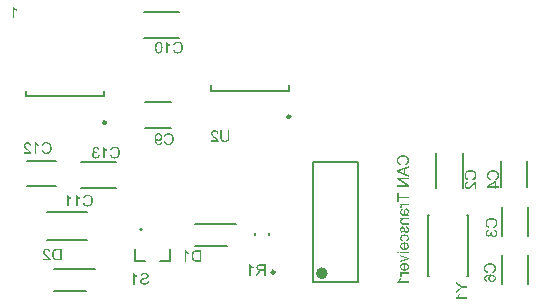
<source format=gbo>
G04*
G04 #@! TF.GenerationSoftware,Altium Limited,Altium Designer,23.0.1 (38)*
G04*
G04 Layer_Color=32896*
%FSLAX44Y44*%
%MOMM*%
G71*
G04*
G04 #@! TF.SameCoordinates,29EA246D-3BC2-426E-A151-39073B1FECC7*
G04*
G04*
G04 #@! TF.FilePolarity,Positive*
G04*
G01*
G75*
%ADD11C,0.2000*%
%ADD13C,0.2500*%
%ADD16C,0.1270*%
%ADD95C,0.5000*%
G36*
X1655573Y341300D02*
X1659696D01*
Y340012D01*
X1655573D01*
X1649959Y336129D01*
Y337627D01*
X1652829Y339513D01*
X1653174Y339738D01*
X1653343Y339843D01*
X1653498Y339942D01*
X1653653Y340033D01*
X1653793Y340118D01*
X1653920Y340202D01*
X1654039Y340273D01*
X1654152Y340343D01*
X1654251Y340399D01*
X1654335Y340456D01*
X1654405Y340498D01*
X1654462Y340533D01*
X1654504Y340554D01*
X1654532Y340568D01*
X1654539Y340575D01*
X1654236Y340744D01*
X1653941Y340920D01*
X1653800Y341004D01*
X1653660Y341089D01*
X1653533Y341166D01*
X1653413Y341236D01*
X1653301Y341307D01*
X1653202Y341370D01*
X1653118Y341426D01*
X1653040Y341476D01*
X1652984Y341511D01*
X1652935Y341546D01*
X1652907Y341560D01*
X1652900Y341567D01*
X1649959Y343481D01*
Y345050D01*
X1655573Y341300D01*
D02*
G37*
G36*
X1653441Y334327D02*
X1653343Y334109D01*
X1653244Y333898D01*
X1653146Y333701D01*
X1653097Y333617D01*
X1653055Y333532D01*
X1653012Y333462D01*
X1652977Y333406D01*
X1652956Y333356D01*
X1652935Y333314D01*
X1652921Y333293D01*
X1652914Y333286D01*
X1652759Y333033D01*
X1652682Y332920D01*
X1652611Y332808D01*
X1652534Y332709D01*
X1652471Y332618D01*
X1652400Y332533D01*
X1652344Y332449D01*
X1652288Y332385D01*
X1652238Y332322D01*
X1652189Y332266D01*
X1652154Y332224D01*
X1652126Y332188D01*
X1652105Y332167D01*
X1652091Y332153D01*
X1652084Y332146D01*
X1659696D01*
Y330950D01*
X1649924D01*
Y331724D01*
X1650043Y331787D01*
X1650163Y331858D01*
X1650395Y332020D01*
X1650613Y332196D01*
X1650719Y332287D01*
X1650817Y332371D01*
X1650902Y332456D01*
X1650986Y332533D01*
X1651056Y332604D01*
X1651120Y332667D01*
X1651169Y332716D01*
X1651204Y332751D01*
X1651225Y332779D01*
X1651232Y332786D01*
X1651472Y333075D01*
X1651690Y333377D01*
X1651887Y333673D01*
X1651971Y333814D01*
X1652055Y333947D01*
X1652126Y334067D01*
X1652189Y334180D01*
X1652245Y334285D01*
X1652288Y334370D01*
X1652323Y334440D01*
X1652351Y334496D01*
X1652365Y334524D01*
X1652372Y334538D01*
X1653526D01*
X1653441Y334327D01*
D02*
G37*
G36*
X1446068Y473590D02*
X1446307Y473569D01*
X1446532Y473534D01*
X1446743Y473485D01*
X1446940Y473428D01*
X1447123Y473365D01*
X1447285Y473302D01*
X1447440Y473238D01*
X1447573Y473168D01*
X1447693Y473105D01*
X1447791Y473041D01*
X1447876Y472985D01*
X1447939Y472943D01*
X1447988Y472901D01*
X1448016Y472880D01*
X1448023Y472873D01*
X1448171Y472732D01*
X1448298Y472577D01*
X1448417Y472415D01*
X1448516Y472246D01*
X1448607Y472071D01*
X1448685Y471895D01*
X1448748Y471726D01*
X1448804Y471557D01*
X1448847Y471402D01*
X1448882Y471254D01*
X1448910Y471121D01*
X1448931Y471008D01*
X1448952Y470917D01*
X1448959Y470846D01*
Y470818D01*
X1448966Y470797D01*
Y470790D01*
Y470783D01*
X1447735Y470656D01*
X1447728Y470825D01*
X1447714Y470980D01*
X1447686Y471128D01*
X1447658Y471268D01*
X1447615Y471395D01*
X1447573Y471508D01*
X1447524Y471620D01*
X1447475Y471712D01*
X1447432Y471796D01*
X1447383Y471874D01*
X1447341Y471937D01*
X1447299Y471993D01*
X1447271Y472028D01*
X1447242Y472063D01*
X1447228Y472077D01*
X1447221Y472085D01*
X1447123Y472176D01*
X1447010Y472253D01*
X1446898Y472324D01*
X1446785Y472387D01*
X1446665Y472436D01*
X1446553Y472479D01*
X1446440Y472514D01*
X1446335Y472542D01*
X1446229Y472563D01*
X1446138Y472577D01*
X1446053Y472591D01*
X1445976Y472598D01*
X1445920Y472605D01*
X1445835D01*
X1445688Y472598D01*
X1445547Y472584D01*
X1445413Y472563D01*
X1445287Y472528D01*
X1445174Y472493D01*
X1445061Y472450D01*
X1444963Y472408D01*
X1444871Y472359D01*
X1444794Y472317D01*
X1444724Y472267D01*
X1444660Y472225D01*
X1444611Y472190D01*
X1444569Y472155D01*
X1444541Y472134D01*
X1444527Y472120D01*
X1444520Y472113D01*
X1444428Y472021D01*
X1444351Y471923D01*
X1444280Y471824D01*
X1444224Y471719D01*
X1444175Y471620D01*
X1444133Y471522D01*
X1444097Y471423D01*
X1444069Y471332D01*
X1444048Y471247D01*
X1444034Y471170D01*
X1444020Y471100D01*
X1444013Y471036D01*
X1444006Y470987D01*
Y470952D01*
Y470924D01*
Y470917D01*
X1444013Y470790D01*
X1444027Y470663D01*
X1444055Y470537D01*
X1444090Y470410D01*
X1444182Y470164D01*
X1444238Y470051D01*
X1444287Y469946D01*
X1444337Y469847D01*
X1444393Y469756D01*
X1444435Y469678D01*
X1444477Y469608D01*
X1444520Y469559D01*
X1444548Y469516D01*
X1444562Y469488D01*
X1444569Y469481D01*
X1444681Y469334D01*
X1444822Y469172D01*
X1444970Y469010D01*
X1445139Y468841D01*
X1445308Y468665D01*
X1445491Y468496D01*
X1445667Y468327D01*
X1445849Y468166D01*
X1446018Y468011D01*
X1446180Y467870D01*
X1446321Y467737D01*
X1446454Y467631D01*
X1446560Y467539D01*
X1446602Y467504D01*
X1446637Y467469D01*
X1446665Y467448D01*
X1446687Y467427D01*
X1446701Y467420D01*
X1446708Y467413D01*
X1446891Y467258D01*
X1447067Y467110D01*
X1447228Y466970D01*
X1447383Y466836D01*
X1447524Y466702D01*
X1447650Y466583D01*
X1447763Y466470D01*
X1447869Y466365D01*
X1447967Y466273D01*
X1448045Y466189D01*
X1448115Y466118D01*
X1448171Y466055D01*
X1448213Y466006D01*
X1448242Y465970D01*
X1448263Y465949D01*
X1448270Y465942D01*
X1448460Y465703D01*
X1448622Y465471D01*
X1448755Y465253D01*
X1448819Y465154D01*
X1448868Y465056D01*
X1448910Y464971D01*
X1448952Y464894D01*
X1448987Y464824D01*
X1449008Y464760D01*
X1449030Y464711D01*
X1449044Y464676D01*
X1449058Y464655D01*
Y464648D01*
X1449107Y464500D01*
X1449142Y464352D01*
X1449163Y464212D01*
X1449177Y464092D01*
X1449184Y463979D01*
X1449191Y463937D01*
Y463895D01*
Y463867D01*
Y463846D01*
Y463832D01*
Y463825D01*
X1442761D01*
Y464971D01*
X1447531D01*
X1447453Y465091D01*
X1447369Y465211D01*
X1447285Y465316D01*
X1447207Y465415D01*
X1447137Y465492D01*
X1447081Y465555D01*
X1447045Y465598D01*
X1447031Y465612D01*
X1446968Y465682D01*
X1446884Y465759D01*
X1446792Y465844D01*
X1446687Y465942D01*
X1446574Y466041D01*
X1446461Y466146D01*
X1446222Y466350D01*
X1446110Y466449D01*
X1446004Y466540D01*
X1445913Y466625D01*
X1445821Y466695D01*
X1445751Y466758D01*
X1445702Y466801D01*
X1445667Y466836D01*
X1445652Y466843D01*
X1445420Y467040D01*
X1445202Y467230D01*
X1445005Y467406D01*
X1444822Y467568D01*
X1444653Y467722D01*
X1444505Y467863D01*
X1444365Y467990D01*
X1444245Y468102D01*
X1444140Y468208D01*
X1444055Y468299D01*
X1443978Y468377D01*
X1443914Y468440D01*
X1443865Y468489D01*
X1443837Y468525D01*
X1443816Y468546D01*
X1443809Y468553D01*
X1443710Y468672D01*
X1443612Y468785D01*
X1443528Y468897D01*
X1443450Y469003D01*
X1443309Y469207D01*
X1443253Y469298D01*
X1443204Y469383D01*
X1443155Y469460D01*
X1443120Y469531D01*
X1443084Y469594D01*
X1443063Y469643D01*
X1443042Y469685D01*
X1443028Y469714D01*
X1443014Y469735D01*
Y469742D01*
X1442937Y469953D01*
X1442873Y470157D01*
X1442831Y470354D01*
X1442803Y470530D01*
X1442796Y470607D01*
X1442789Y470677D01*
X1442782Y470734D01*
X1442775Y470790D01*
Y470832D01*
Y470860D01*
Y470882D01*
Y470888D01*
X1442782Y471100D01*
X1442810Y471304D01*
X1442852Y471494D01*
X1442901Y471676D01*
X1442965Y471845D01*
X1443035Y472007D01*
X1443112Y472155D01*
X1443183Y472289D01*
X1443260Y472408D01*
X1443338Y472514D01*
X1443408Y472605D01*
X1443471Y472676D01*
X1443521Y472739D01*
X1443563Y472781D01*
X1443591Y472809D01*
X1443598Y472816D01*
X1443760Y472957D01*
X1443929Y473077D01*
X1444104Y473175D01*
X1444287Y473267D01*
X1444470Y473344D01*
X1444660Y473407D01*
X1444836Y473457D01*
X1445012Y473499D01*
X1445174Y473534D01*
X1445329Y473555D01*
X1445462Y473576D01*
X1445582Y473583D01*
X1445681Y473590D01*
X1445751Y473597D01*
X1445814D01*
X1446068Y473590D01*
D02*
G37*
G36*
X1458359Y467934D02*
X1458352Y467652D01*
X1458345Y467385D01*
X1458324Y467131D01*
X1458303Y466899D01*
X1458275Y466681D01*
X1458246Y466484D01*
X1458211Y466301D01*
X1458176Y466132D01*
X1458141Y465984D01*
X1458106Y465858D01*
X1458078Y465745D01*
X1458049Y465654D01*
X1458028Y465583D01*
X1458007Y465534D01*
X1458000Y465506D01*
X1457993Y465492D01*
X1457916Y465330D01*
X1457831Y465182D01*
X1457740Y465035D01*
X1457641Y464908D01*
X1457543Y464781D01*
X1457437Y464676D01*
X1457332Y464570D01*
X1457233Y464479D01*
X1457135Y464402D01*
X1457050Y464331D01*
X1456966Y464268D01*
X1456896Y464219D01*
X1456839Y464183D01*
X1456790Y464155D01*
X1456762Y464141D01*
X1456755Y464134D01*
X1456586Y464050D01*
X1456410Y463979D01*
X1456220Y463916D01*
X1456037Y463860D01*
X1455847Y463817D01*
X1455664Y463775D01*
X1455481Y463747D01*
X1455305Y463719D01*
X1455144Y463705D01*
X1454989Y463691D01*
X1454855Y463677D01*
X1454736Y463670D01*
X1454644Y463663D01*
X1454510D01*
X1454250Y463670D01*
X1454011Y463684D01*
X1453779Y463712D01*
X1453561Y463747D01*
X1453357Y463789D01*
X1453174Y463832D01*
X1453005Y463881D01*
X1452843Y463930D01*
X1452709Y463979D01*
X1452583Y464029D01*
X1452484Y464071D01*
X1452393Y464113D01*
X1452329Y464148D01*
X1452280Y464176D01*
X1452245Y464190D01*
X1452238Y464197D01*
X1452083Y464303D01*
X1451935Y464416D01*
X1451809Y464528D01*
X1451689Y464648D01*
X1451577Y464767D01*
X1451478Y464880D01*
X1451394Y464992D01*
X1451316Y465105D01*
X1451246Y465211D01*
X1451190Y465302D01*
X1451147Y465387D01*
X1451105Y465464D01*
X1451077Y465520D01*
X1451056Y465569D01*
X1451049Y465598D01*
X1451042Y465605D01*
X1450986Y465774D01*
X1450929Y465956D01*
X1450887Y466139D01*
X1450845Y466336D01*
X1450789Y466723D01*
X1450767Y466913D01*
X1450746Y467096D01*
X1450732Y467265D01*
X1450718Y467427D01*
X1450711Y467568D01*
Y467694D01*
X1450704Y467793D01*
Y467835D01*
Y467870D01*
Y467898D01*
Y467919D01*
Y467926D01*
Y467934D01*
Y473562D01*
X1451992D01*
Y467940D01*
X1451999Y467610D01*
X1452020Y467307D01*
X1452048Y467033D01*
X1452083Y466780D01*
X1452132Y466554D01*
X1452182Y466350D01*
X1452238Y466175D01*
X1452294Y466020D01*
X1452350Y465879D01*
X1452407Y465766D01*
X1452456Y465668D01*
X1452505Y465591D01*
X1452540Y465534D01*
X1452569Y465492D01*
X1452590Y465471D01*
X1452597Y465464D01*
X1452716Y465351D01*
X1452857Y465253D01*
X1453005Y465168D01*
X1453167Y465091D01*
X1453336Y465035D01*
X1453504Y464978D01*
X1453673Y464936D01*
X1453835Y464901D01*
X1453997Y464880D01*
X1454145Y464859D01*
X1454271Y464845D01*
X1454391Y464831D01*
X1454489D01*
X1454560Y464824D01*
X1454623D01*
X1454778Y464831D01*
X1454919Y464838D01*
X1455059Y464852D01*
X1455193Y464873D01*
X1455320Y464901D01*
X1455432Y464929D01*
X1455538Y464957D01*
X1455636Y464986D01*
X1455728Y465014D01*
X1455805Y465042D01*
X1455868Y465070D01*
X1455925Y465098D01*
X1455974Y465119D01*
X1456002Y465133D01*
X1456023Y465147D01*
X1456030D01*
X1456136Y465211D01*
X1456227Y465281D01*
X1456319Y465351D01*
X1456396Y465429D01*
X1456473Y465506D01*
X1456537Y465583D01*
X1456649Y465731D01*
X1456734Y465865D01*
X1456769Y465921D01*
X1456790Y465970D01*
X1456811Y466013D01*
X1456825Y466041D01*
X1456839Y466062D01*
Y466069D01*
X1456882Y466189D01*
X1456917Y466322D01*
X1456945Y466470D01*
X1456973Y466618D01*
X1457015Y466927D01*
X1457029Y467082D01*
X1457043Y467230D01*
X1457050Y467378D01*
X1457057Y467511D01*
X1457064Y467631D01*
Y467737D01*
X1457072Y467821D01*
Y467884D01*
Y467926D01*
Y467940D01*
Y473562D01*
X1458359D01*
Y467934D01*
D02*
G37*
G36*
X1377769Y352601D02*
X1377840Y352481D01*
X1378001Y352249D01*
X1378177Y352031D01*
X1378269Y351925D01*
X1378353Y351827D01*
X1378438Y351743D01*
X1378515Y351658D01*
X1378585Y351588D01*
X1378649Y351524D01*
X1378698Y351475D01*
X1378733Y351440D01*
X1378761Y351419D01*
X1378768Y351412D01*
X1379057Y351173D01*
X1379359Y350954D01*
X1379655Y350757D01*
X1379796Y350673D01*
X1379929Y350589D01*
X1380049Y350518D01*
X1380161Y350455D01*
X1380267Y350399D01*
X1380351Y350356D01*
X1380422Y350321D01*
X1380478Y350293D01*
X1380506Y350279D01*
X1380520Y350272D01*
Y349118D01*
X1380309Y349202D01*
X1380091Y349301D01*
X1379880Y349399D01*
X1379683Y349498D01*
X1379599Y349547D01*
X1379514Y349590D01*
X1379444Y349632D01*
X1379388Y349667D01*
X1379338Y349688D01*
X1379296Y349709D01*
X1379275Y349723D01*
X1379268Y349730D01*
X1379015Y349885D01*
X1378902Y349962D01*
X1378789Y350033D01*
X1378691Y350110D01*
X1378600Y350173D01*
X1378515Y350244D01*
X1378431Y350300D01*
X1378367Y350356D01*
X1378304Y350406D01*
X1378248Y350455D01*
X1378206Y350490D01*
X1378170Y350518D01*
X1378149Y350539D01*
X1378135Y350553D01*
X1378128Y350560D01*
Y342948D01*
X1376932D01*
Y352720D01*
X1377706D01*
X1377769Y352601D01*
D02*
G37*
G36*
X1386845Y352847D02*
X1387021Y352840D01*
X1387190Y352826D01*
X1387359Y352805D01*
X1387514Y352777D01*
X1387662Y352749D01*
X1387795Y352720D01*
X1387922Y352685D01*
X1388042Y352657D01*
X1388147Y352622D01*
X1388232Y352594D01*
X1388309Y352573D01*
X1388372Y352545D01*
X1388414Y352531D01*
X1388443Y352523D01*
X1388450Y352516D01*
X1388597Y352453D01*
X1388731Y352383D01*
X1388858Y352305D01*
X1388977Y352228D01*
X1389090Y352144D01*
X1389188Y352066D01*
X1389280Y351982D01*
X1389357Y351904D01*
X1389428Y351834D01*
X1389491Y351764D01*
X1389547Y351707D01*
X1389589Y351651D01*
X1389625Y351609D01*
X1389646Y351574D01*
X1389660Y351553D01*
X1389667Y351545D01*
X1389737Y351426D01*
X1389801Y351299D01*
X1389857Y351180D01*
X1389906Y351060D01*
X1389948Y350940D01*
X1389983Y350828D01*
X1390004Y350722D01*
X1390033Y350617D01*
X1390047Y350518D01*
X1390061Y350434D01*
X1390068Y350356D01*
X1390075Y350293D01*
X1390082Y350237D01*
Y350202D01*
Y350173D01*
Y350166D01*
X1390075Y350040D01*
X1390068Y349920D01*
X1390026Y349695D01*
X1389976Y349491D01*
X1389941Y349399D01*
X1389913Y349308D01*
X1389878Y349231D01*
X1389850Y349160D01*
X1389822Y349104D01*
X1389793Y349055D01*
X1389772Y349013D01*
X1389758Y348984D01*
X1389751Y348963D01*
X1389744Y348956D01*
X1389674Y348858D01*
X1389603Y348759D01*
X1389435Y348583D01*
X1389266Y348429D01*
X1389097Y348302D01*
X1389012Y348246D01*
X1388942Y348196D01*
X1388872Y348147D01*
X1388815Y348112D01*
X1388766Y348084D01*
X1388731Y348063D01*
X1388710Y348056D01*
X1388703Y348049D01*
X1388590Y347992D01*
X1388471Y347943D01*
X1388330Y347887D01*
X1388182Y347831D01*
X1387873Y347725D01*
X1387563Y347634D01*
X1387422Y347591D01*
X1387282Y347556D01*
X1387155Y347521D01*
X1387050Y347493D01*
X1386958Y347472D01*
X1386888Y347451D01*
X1386866Y347444D01*
X1386845D01*
X1386838Y347436D01*
X1386831D01*
X1386592Y347380D01*
X1386374Y347324D01*
X1386170Y347275D01*
X1385994Y347225D01*
X1385832Y347183D01*
X1385692Y347148D01*
X1385572Y347113D01*
X1385459Y347078D01*
X1385368Y347050D01*
X1385291Y347029D01*
X1385234Y347007D01*
X1385185Y346993D01*
X1385143Y346979D01*
X1385122Y346972D01*
X1385108Y346965D01*
X1385101D01*
X1384988Y346916D01*
X1384890Y346874D01*
X1384791Y346824D01*
X1384707Y346775D01*
X1384622Y346726D01*
X1384552Y346677D01*
X1384488Y346627D01*
X1384432Y346585D01*
X1384383Y346543D01*
X1384341Y346501D01*
X1384270Y346437D01*
X1384235Y346395D01*
X1384221Y346388D01*
Y346381D01*
X1384130Y346247D01*
X1384059Y346114D01*
X1384010Y345980D01*
X1383982Y345860D01*
X1383961Y345748D01*
X1383954Y345706D01*
Y345663D01*
X1383947Y345628D01*
Y345607D01*
Y345593D01*
Y345586D01*
X1383961Y345424D01*
X1383989Y345262D01*
X1384038Y345122D01*
X1384087Y345002D01*
X1384137Y344897D01*
X1384165Y344854D01*
X1384186Y344819D01*
X1384200Y344791D01*
X1384214Y344770D01*
X1384228Y344756D01*
Y344749D01*
X1384341Y344615D01*
X1384474Y344496D01*
X1384615Y344390D01*
X1384749Y344306D01*
X1384875Y344242D01*
X1384925Y344214D01*
X1384974Y344193D01*
X1385009Y344172D01*
X1385037Y344158D01*
X1385058Y344151D01*
X1385065D01*
X1385284Y344081D01*
X1385502Y344024D01*
X1385720Y343989D01*
X1385924Y343961D01*
X1386015Y343954D01*
X1386100Y343947D01*
X1386170Y343940D01*
X1386233D01*
X1386290Y343933D01*
X1386360D01*
X1386662Y343947D01*
X1386944Y343975D01*
X1387078Y344003D01*
X1387197Y344024D01*
X1387317Y344052D01*
X1387422Y344081D01*
X1387514Y344102D01*
X1387605Y344130D01*
X1387676Y344158D01*
X1387739Y344179D01*
X1387788Y344193D01*
X1387830Y344207D01*
X1387852Y344221D01*
X1387859D01*
X1387978Y344277D01*
X1388091Y344334D01*
X1388196Y344397D01*
X1388288Y344460D01*
X1388379Y344524D01*
X1388457Y344587D01*
X1388534Y344650D01*
X1388597Y344707D01*
X1388654Y344763D01*
X1388703Y344812D01*
X1388745Y344854D01*
X1388773Y344897D01*
X1388801Y344932D01*
X1388822Y344953D01*
X1388829Y344967D01*
X1388837Y344974D01*
X1388942Y345164D01*
X1389026Y345361D01*
X1389097Y345565D01*
X1389146Y345755D01*
X1389167Y345846D01*
X1389188Y345924D01*
X1389202Y346001D01*
X1389209Y346065D01*
X1389223Y346114D01*
Y346149D01*
X1389231Y346177D01*
Y346184D01*
X1390448Y346079D01*
X1390441Y345896D01*
X1390420Y345720D01*
X1390392Y345551D01*
X1390356Y345389D01*
X1390314Y345241D01*
X1390272Y345094D01*
X1390223Y344960D01*
X1390173Y344833D01*
X1390131Y344721D01*
X1390082Y344622D01*
X1390040Y344538D01*
X1389998Y344460D01*
X1389969Y344404D01*
X1389941Y344362D01*
X1389927Y344334D01*
X1389920Y344327D01*
X1389822Y344186D01*
X1389716Y344052D01*
X1389603Y343933D01*
X1389484Y343820D01*
X1389371Y343715D01*
X1389252Y343616D01*
X1389139Y343532D01*
X1389026Y343454D01*
X1388928Y343391D01*
X1388829Y343328D01*
X1388745Y343278D01*
X1388668Y343236D01*
X1388604Y343208D01*
X1388562Y343187D01*
X1388527Y343173D01*
X1388520Y343166D01*
X1388351Y343102D01*
X1388168Y343039D01*
X1387985Y342990D01*
X1387795Y342948D01*
X1387422Y342877D01*
X1387247Y342856D01*
X1387078Y342835D01*
X1386916Y342821D01*
X1386768Y342807D01*
X1386634Y342800D01*
X1386522Y342793D01*
X1386430Y342786D01*
X1386304D01*
X1386114Y342793D01*
X1385924Y342800D01*
X1385741Y342821D01*
X1385572Y342842D01*
X1385410Y342877D01*
X1385255Y342906D01*
X1385108Y342941D01*
X1384974Y342976D01*
X1384854Y343011D01*
X1384749Y343046D01*
X1384657Y343081D01*
X1384580Y343110D01*
X1384517Y343131D01*
X1384467Y343152D01*
X1384439Y343159D01*
X1384432Y343166D01*
X1384277Y343243D01*
X1384137Y343321D01*
X1384003Y343405D01*
X1383883Y343489D01*
X1383771Y343581D01*
X1383665Y343672D01*
X1383567Y343757D01*
X1383482Y343841D01*
X1383405Y343919D01*
X1383342Y343989D01*
X1383285Y344059D01*
X1383243Y344116D01*
X1383208Y344165D01*
X1383180Y344200D01*
X1383166Y344221D01*
X1383159Y344228D01*
X1383081Y344362D01*
X1383011Y344488D01*
X1382948Y344622D01*
X1382898Y344749D01*
X1382856Y344875D01*
X1382821Y344995D01*
X1382786Y345115D01*
X1382765Y345220D01*
X1382744Y345326D01*
X1382729Y345417D01*
X1382722Y345495D01*
X1382715Y345565D01*
X1382708Y345621D01*
Y345663D01*
Y345692D01*
Y345699D01*
X1382715Y345846D01*
X1382722Y345980D01*
X1382744Y346114D01*
X1382772Y346241D01*
X1382800Y346367D01*
X1382835Y346480D01*
X1382877Y346585D01*
X1382912Y346684D01*
X1382948Y346768D01*
X1382990Y346846D01*
X1383025Y346916D01*
X1383053Y346972D01*
X1383081Y347014D01*
X1383095Y347050D01*
X1383109Y347071D01*
X1383116Y347078D01*
X1383201Y347190D01*
X1383285Y347296D01*
X1383482Y347493D01*
X1383693Y347662D01*
X1383799Y347739D01*
X1383897Y347802D01*
X1383996Y347866D01*
X1384087Y347922D01*
X1384165Y347964D01*
X1384235Y348006D01*
X1384291Y348035D01*
X1384341Y348056D01*
X1384369Y348070D01*
X1384376Y348077D01*
X1384496Y348126D01*
X1384636Y348175D01*
X1384791Y348232D01*
X1384960Y348281D01*
X1385136Y348337D01*
X1385312Y348386D01*
X1385670Y348478D01*
X1385839Y348527D01*
X1386001Y348562D01*
X1386149Y348597D01*
X1386275Y348633D01*
X1386381Y348654D01*
X1386423Y348668D01*
X1386458Y348675D01*
X1386487Y348682D01*
X1386508D01*
X1386522Y348689D01*
X1386529D01*
X1386810Y348759D01*
X1387063Y348823D01*
X1387289Y348886D01*
X1387493Y348949D01*
X1387669Y349013D01*
X1387830Y349069D01*
X1387964Y349125D01*
X1388084Y349174D01*
X1388182Y349224D01*
X1388260Y349266D01*
X1388330Y349301D01*
X1388379Y349336D01*
X1388421Y349357D01*
X1388443Y349378D01*
X1388457Y349385D01*
X1388464Y349393D01*
X1388527Y349456D01*
X1388583Y349526D01*
X1388640Y349596D01*
X1388682Y349674D01*
X1388745Y349815D01*
X1388787Y349955D01*
X1388815Y350075D01*
X1388822Y350124D01*
X1388829Y350173D01*
X1388837Y350209D01*
Y350237D01*
Y350251D01*
Y350258D01*
X1388829Y350370D01*
X1388815Y350476D01*
X1388787Y350582D01*
X1388752Y350673D01*
X1388668Y350849D01*
X1388618Y350933D01*
X1388569Y351004D01*
X1388520Y351067D01*
X1388478Y351123D01*
X1388428Y351173D01*
X1388393Y351215D01*
X1388358Y351250D01*
X1388330Y351271D01*
X1388316Y351285D01*
X1388309Y351292D01*
X1388203Y351370D01*
X1388084Y351433D01*
X1387950Y351489D01*
X1387816Y351538D01*
X1387676Y351581D01*
X1387535Y351616D01*
X1387254Y351665D01*
X1387127Y351686D01*
X1387000Y351700D01*
X1386895Y351707D01*
X1386796Y351714D01*
X1386719Y351721D01*
X1386606D01*
X1386402Y351714D01*
X1386212Y351700D01*
X1386036Y351679D01*
X1385867Y351651D01*
X1385720Y351609D01*
X1385579Y351574D01*
X1385452Y351531D01*
X1385340Y351489D01*
X1385241Y351440D01*
X1385157Y351398D01*
X1385087Y351362D01*
X1385023Y351327D01*
X1384974Y351292D01*
X1384946Y351271D01*
X1384925Y351257D01*
X1384918Y351250D01*
X1384819Y351158D01*
X1384728Y351053D01*
X1384643Y350947D01*
X1384573Y350835D01*
X1384509Y350715D01*
X1384453Y350603D01*
X1384404Y350490D01*
X1384369Y350378D01*
X1384334Y350272D01*
X1384306Y350173D01*
X1384284Y350082D01*
X1384270Y350012D01*
X1384256Y349948D01*
X1384249Y349899D01*
X1384242Y349871D01*
Y349857D01*
X1383004Y349948D01*
X1383018Y350103D01*
X1383032Y350258D01*
X1383060Y350406D01*
X1383095Y350546D01*
X1383130Y350680D01*
X1383173Y350807D01*
X1383215Y350926D01*
X1383257Y351032D01*
X1383306Y351130D01*
X1383342Y351215D01*
X1383384Y351292D01*
X1383419Y351356D01*
X1383447Y351405D01*
X1383468Y351447D01*
X1383482Y351468D01*
X1383489Y351475D01*
X1383574Y351602D01*
X1383672Y351714D01*
X1383771Y351827D01*
X1383876Y351925D01*
X1383982Y352017D01*
X1384087Y352101D01*
X1384186Y352179D01*
X1384291Y352242D01*
X1384383Y352305D01*
X1384474Y352355D01*
X1384552Y352404D01*
X1384622Y352439D01*
X1384678Y352467D01*
X1384721Y352488D01*
X1384749Y352495D01*
X1384756Y352502D01*
X1384911Y352566D01*
X1385072Y352622D01*
X1385234Y352664D01*
X1385403Y352706D01*
X1385720Y352770D01*
X1385874Y352791D01*
X1386015Y352812D01*
X1386156Y352826D01*
X1386275Y352833D01*
X1386388Y352847D01*
X1386480D01*
X1386557Y352854D01*
X1386662D01*
X1386845Y352847D01*
D02*
G37*
G36*
X1476018Y360018D02*
X1476089Y359899D01*
X1476250Y359667D01*
X1476426Y359449D01*
X1476518Y359343D01*
X1476602Y359244D01*
X1476687Y359160D01*
X1476764Y359076D01*
X1476834Y359005D01*
X1476898Y358942D01*
X1476947Y358893D01*
X1476982Y358857D01*
X1477010Y358836D01*
X1477017Y358829D01*
X1477306Y358590D01*
X1477608Y358372D01*
X1477904Y358175D01*
X1478044Y358091D01*
X1478178Y358006D01*
X1478298Y357936D01*
X1478410Y357872D01*
X1478516Y357816D01*
X1478600Y357774D01*
X1478671Y357739D01*
X1478727Y357711D01*
X1478755Y357696D01*
X1478769Y357690D01*
Y356536D01*
X1478558Y356620D01*
X1478340Y356719D01*
X1478129Y356817D01*
X1477932Y356916D01*
X1477847Y356965D01*
X1477763Y357007D01*
X1477693Y357049D01*
X1477636Y357084D01*
X1477587Y357105D01*
X1477545Y357127D01*
X1477524Y357141D01*
X1477517Y357148D01*
X1477263Y357303D01*
X1477151Y357380D01*
X1477038Y357450D01*
X1476940Y357528D01*
X1476848Y357591D01*
X1476764Y357661D01*
X1476680Y357718D01*
X1476616Y357774D01*
X1476553Y357823D01*
X1476496Y357872D01*
X1476454Y357908D01*
X1476419Y357936D01*
X1476398Y357957D01*
X1476384Y357971D01*
X1476377Y357978D01*
Y350365D01*
X1475181D01*
Y360138D01*
X1475955D01*
X1476018Y360018D01*
D02*
G37*
G36*
X1488999Y350365D02*
X1487712D01*
Y354692D01*
X1486044D01*
X1485896Y354685D01*
X1485770Y354678D01*
X1485671Y354671D01*
X1485601Y354657D01*
X1485545Y354650D01*
X1485509Y354643D01*
X1485502D01*
X1485390Y354608D01*
X1485284Y354573D01*
X1485186Y354523D01*
X1485101Y354481D01*
X1485024Y354446D01*
X1484968Y354411D01*
X1484933Y354390D01*
X1484918Y354383D01*
X1484806Y354305D01*
X1484693Y354207D01*
X1484588Y354094D01*
X1484482Y353989D01*
X1484398Y353890D01*
X1484327Y353806D01*
X1484299Y353771D01*
X1484278Y353750D01*
X1484271Y353735D01*
X1484264Y353728D01*
X1484194Y353637D01*
X1484116Y353538D01*
X1483961Y353327D01*
X1483807Y353102D01*
X1483659Y352884D01*
X1483596Y352786D01*
X1483532Y352694D01*
X1483476Y352610D01*
X1483427Y352532D01*
X1483392Y352476D01*
X1483363Y352427D01*
X1483342Y352399D01*
X1483335Y352392D01*
X1482048Y350365D01*
X1480437D01*
X1482118Y353011D01*
X1482308Y353292D01*
X1482407Y353419D01*
X1482498Y353545D01*
X1482590Y353658D01*
X1482681Y353764D01*
X1482765Y353862D01*
X1482843Y353954D01*
X1482913Y354038D01*
X1482984Y354108D01*
X1483040Y354165D01*
X1483089Y354221D01*
X1483131Y354256D01*
X1483159Y354291D01*
X1483181Y354305D01*
X1483188Y354312D01*
X1483300Y354404D01*
X1483420Y354488D01*
X1483546Y354573D01*
X1483673Y354643D01*
X1483786Y354706D01*
X1483835Y354734D01*
X1483877Y354756D01*
X1483912Y354777D01*
X1483940Y354784D01*
X1483954Y354798D01*
X1483961D01*
X1483708Y354840D01*
X1483469Y354889D01*
X1483251Y354953D01*
X1483047Y355016D01*
X1482864Y355093D01*
X1482688Y355164D01*
X1482540Y355241D01*
X1482400Y355318D01*
X1482280Y355396D01*
X1482182Y355466D01*
X1482090Y355530D01*
X1482020Y355586D01*
X1481963Y355635D01*
X1481921Y355670D01*
X1481900Y355691D01*
X1481893Y355698D01*
X1481773Y355832D01*
X1481668Y355980D01*
X1481576Y356120D01*
X1481499Y356268D01*
X1481436Y356416D01*
X1481379Y356564D01*
X1481337Y356704D01*
X1481302Y356838D01*
X1481274Y356965D01*
X1481253Y357077D01*
X1481239Y357183D01*
X1481225Y357267D01*
Y357345D01*
X1481218Y357401D01*
Y357429D01*
Y357443D01*
X1481225Y357591D01*
X1481232Y357739D01*
X1481253Y357879D01*
X1481281Y358013D01*
X1481309Y358140D01*
X1481344Y358259D01*
X1481386Y358372D01*
X1481422Y358478D01*
X1481457Y358569D01*
X1481499Y358653D01*
X1481534Y358731D01*
X1481562Y358794D01*
X1481591Y358843D01*
X1481604Y358879D01*
X1481619Y358900D01*
X1481626Y358907D01*
X1481703Y359026D01*
X1481788Y359139D01*
X1481879Y359237D01*
X1481963Y359336D01*
X1482055Y359420D01*
X1482146Y359498D01*
X1482238Y359561D01*
X1482322Y359624D01*
X1482400Y359674D01*
X1482477Y359716D01*
X1482540Y359758D01*
X1482597Y359786D01*
X1482646Y359807D01*
X1482681Y359821D01*
X1482702Y359835D01*
X1482709D01*
X1482843Y359885D01*
X1482991Y359927D01*
X1483145Y359962D01*
X1483300Y359990D01*
X1483631Y360039D01*
X1483793Y360053D01*
X1483947Y360068D01*
X1484102Y360082D01*
X1484236Y360089D01*
X1484363Y360096D01*
X1484475D01*
X1484560Y360103D01*
X1488999D01*
Y350365D01*
D02*
G37*
G36*
X1303915Y373240D02*
X1304155Y373219D01*
X1304380Y373183D01*
X1304591Y373134D01*
X1304788Y373078D01*
X1304971Y373014D01*
X1305132Y372951D01*
X1305287Y372888D01*
X1305421Y372817D01*
X1305541Y372754D01*
X1305639Y372691D01*
X1305724Y372635D01*
X1305787Y372592D01*
X1305836Y372550D01*
X1305864Y372529D01*
X1305871Y372522D01*
X1306019Y372381D01*
X1306146Y372226D01*
X1306265Y372065D01*
X1306364Y371896D01*
X1306455Y371720D01*
X1306533Y371544D01*
X1306596Y371375D01*
X1306652Y371206D01*
X1306694Y371052D01*
X1306730Y370904D01*
X1306758Y370770D01*
X1306779Y370658D01*
X1306800Y370566D01*
X1306807Y370496D01*
Y370468D01*
X1306814Y370447D01*
Y370439D01*
Y370432D01*
X1305583Y370306D01*
X1305576Y370475D01*
X1305562Y370629D01*
X1305534Y370777D01*
X1305505Y370918D01*
X1305463Y371045D01*
X1305421Y371157D01*
X1305372Y371270D01*
X1305323Y371361D01*
X1305280Y371446D01*
X1305231Y371523D01*
X1305189Y371586D01*
X1305147Y371643D01*
X1305119Y371678D01*
X1305090Y371713D01*
X1305076Y371727D01*
X1305069Y371734D01*
X1304971Y371825D01*
X1304858Y371903D01*
X1304746Y371973D01*
X1304633Y372037D01*
X1304513Y372086D01*
X1304401Y372128D01*
X1304288Y372163D01*
X1304183Y372191D01*
X1304077Y372212D01*
X1303986Y372226D01*
X1303901Y372241D01*
X1303824Y372248D01*
X1303768Y372255D01*
X1303683D01*
X1303535Y372248D01*
X1303395Y372234D01*
X1303261Y372212D01*
X1303134Y372177D01*
X1303022Y372142D01*
X1302909Y372100D01*
X1302811Y372058D01*
X1302719Y372008D01*
X1302642Y371966D01*
X1302572Y371917D01*
X1302508Y371875D01*
X1302459Y371840D01*
X1302417Y371804D01*
X1302389Y371783D01*
X1302375Y371769D01*
X1302368Y371762D01*
X1302276Y371671D01*
X1302199Y371572D01*
X1302128Y371474D01*
X1302072Y371368D01*
X1302023Y371270D01*
X1301980Y371171D01*
X1301945Y371073D01*
X1301917Y370981D01*
X1301896Y370897D01*
X1301882Y370819D01*
X1301868Y370749D01*
X1301861Y370686D01*
X1301854Y370636D01*
Y370601D01*
Y370573D01*
Y370566D01*
X1301861Y370439D01*
X1301875Y370313D01*
X1301903Y370186D01*
X1301938Y370060D01*
X1302030Y369813D01*
X1302086Y369701D01*
X1302135Y369595D01*
X1302184Y369497D01*
X1302241Y369405D01*
X1302283Y369328D01*
X1302325Y369257D01*
X1302368Y369208D01*
X1302396Y369166D01*
X1302410Y369138D01*
X1302417Y369131D01*
X1302529Y368983D01*
X1302670Y368821D01*
X1302818Y368659D01*
X1302987Y368490D01*
X1303156Y368315D01*
X1303338Y368146D01*
X1303514Y367977D01*
X1303697Y367815D01*
X1303866Y367660D01*
X1304028Y367520D01*
X1304169Y367386D01*
X1304302Y367280D01*
X1304408Y367189D01*
X1304450Y367154D01*
X1304485Y367118D01*
X1304513Y367097D01*
X1304534Y367076D01*
X1304549Y367069D01*
X1304556Y367062D01*
X1304738Y366908D01*
X1304914Y366760D01*
X1305076Y366619D01*
X1305231Y366485D01*
X1305372Y366352D01*
X1305498Y366232D01*
X1305611Y366119D01*
X1305717Y366014D01*
X1305815Y365923D01*
X1305892Y365838D01*
X1305963Y365768D01*
X1306019Y365704D01*
X1306061Y365655D01*
X1306089Y365620D01*
X1306111Y365599D01*
X1306118Y365592D01*
X1306308Y365353D01*
X1306469Y365120D01*
X1306603Y364902D01*
X1306666Y364804D01*
X1306716Y364705D01*
X1306758Y364621D01*
X1306800Y364543D01*
X1306835Y364473D01*
X1306856Y364410D01*
X1306877Y364361D01*
X1306891Y364325D01*
X1306906Y364304D01*
Y364297D01*
X1306955Y364149D01*
X1306990Y364002D01*
X1307011Y363861D01*
X1307025Y363741D01*
X1307032Y363629D01*
X1307039Y363587D01*
Y363544D01*
Y363516D01*
Y363495D01*
Y363481D01*
Y363474D01*
X1300609D01*
Y364621D01*
X1305379D01*
X1305301Y364740D01*
X1305217Y364860D01*
X1305132Y364966D01*
X1305055Y365064D01*
X1304985Y365141D01*
X1304928Y365205D01*
X1304893Y365247D01*
X1304879Y365261D01*
X1304816Y365331D01*
X1304731Y365409D01*
X1304640Y365493D01*
X1304534Y365592D01*
X1304422Y365690D01*
X1304309Y365796D01*
X1304070Y366000D01*
X1303958Y366098D01*
X1303852Y366190D01*
X1303761Y366274D01*
X1303669Y366345D01*
X1303599Y366408D01*
X1303549Y366450D01*
X1303514Y366485D01*
X1303500Y366492D01*
X1303268Y366689D01*
X1303050Y366879D01*
X1302853Y367055D01*
X1302670Y367217D01*
X1302501Y367372D01*
X1302353Y367513D01*
X1302213Y367639D01*
X1302093Y367752D01*
X1301987Y367857D01*
X1301903Y367949D01*
X1301826Y368026D01*
X1301762Y368089D01*
X1301713Y368139D01*
X1301685Y368174D01*
X1301664Y368195D01*
X1301657Y368202D01*
X1301558Y368322D01*
X1301460Y368434D01*
X1301375Y368547D01*
X1301298Y368652D01*
X1301157Y368856D01*
X1301101Y368948D01*
X1301052Y369032D01*
X1301003Y369110D01*
X1300967Y369180D01*
X1300932Y369243D01*
X1300911Y369293D01*
X1300890Y369335D01*
X1300876Y369363D01*
X1300862Y369384D01*
Y369391D01*
X1300784Y369602D01*
X1300721Y369806D01*
X1300679Y370003D01*
X1300651Y370179D01*
X1300644Y370257D01*
X1300637Y370327D01*
X1300630Y370383D01*
X1300623Y370439D01*
Y370482D01*
Y370510D01*
Y370531D01*
Y370538D01*
X1300630Y370749D01*
X1300658Y370953D01*
X1300700Y371143D01*
X1300749Y371326D01*
X1300813Y371495D01*
X1300883Y371657D01*
X1300960Y371804D01*
X1301031Y371938D01*
X1301108Y372058D01*
X1301185Y372163D01*
X1301256Y372255D01*
X1301319Y372325D01*
X1301368Y372388D01*
X1301411Y372431D01*
X1301439Y372459D01*
X1301446Y372466D01*
X1301608Y372607D01*
X1301776Y372726D01*
X1301952Y372825D01*
X1302135Y372916D01*
X1302318Y372993D01*
X1302508Y373057D01*
X1302684Y373106D01*
X1302860Y373148D01*
X1303022Y373183D01*
X1303177Y373204D01*
X1303310Y373226D01*
X1303430Y373233D01*
X1303528Y373240D01*
X1303599Y373247D01*
X1303662D01*
X1303915Y373240D01*
D02*
G37*
G36*
X1316228Y363474D02*
X1312717D01*
X1312401Y363481D01*
X1312246Y363488D01*
X1312105Y363502D01*
X1311964Y363509D01*
X1311838Y363523D01*
X1311718Y363537D01*
X1311606Y363558D01*
X1311507Y363573D01*
X1311416Y363587D01*
X1311338Y363601D01*
X1311275Y363608D01*
X1311225Y363622D01*
X1311183Y363629D01*
X1311162Y363636D01*
X1311155D01*
X1310909Y363706D01*
X1310684Y363784D01*
X1310585Y363826D01*
X1310487Y363861D01*
X1310402Y363903D01*
X1310318Y363945D01*
X1310248Y363981D01*
X1310184Y364016D01*
X1310128Y364044D01*
X1310079Y364072D01*
X1310043Y364093D01*
X1310015Y364107D01*
X1310001Y364121D01*
X1309994D01*
X1309818Y364255D01*
X1309650Y364396D01*
X1309502Y364543D01*
X1309368Y364684D01*
X1309263Y364811D01*
X1309213Y364867D01*
X1309178Y364916D01*
X1309150Y364952D01*
X1309129Y364987D01*
X1309115Y365001D01*
X1309108Y365008D01*
X1308960Y365233D01*
X1308833Y365465D01*
X1308714Y365704D01*
X1308622Y365929D01*
X1308580Y366028D01*
X1308545Y366127D01*
X1308510Y366211D01*
X1308489Y366281D01*
X1308468Y366338D01*
X1308453Y366387D01*
X1308439Y366415D01*
Y366422D01*
X1308355Y366753D01*
X1308292Y367090D01*
X1308242Y367421D01*
X1308228Y367583D01*
X1308214Y367731D01*
X1308200Y367871D01*
X1308193Y367998D01*
X1308186Y368111D01*
Y368202D01*
X1308179Y368287D01*
Y368343D01*
Y368378D01*
Y368392D01*
X1308186Y368631D01*
X1308193Y368863D01*
X1308214Y369089D01*
X1308242Y369300D01*
X1308271Y369504D01*
X1308299Y369694D01*
X1308334Y369877D01*
X1308369Y370038D01*
X1308411Y370186D01*
X1308446Y370320D01*
X1308474Y370432D01*
X1308503Y370531D01*
X1308531Y370608D01*
X1308552Y370658D01*
X1308559Y370693D01*
X1308566Y370707D01*
X1308643Y370890D01*
X1308728Y371073D01*
X1308812Y371235D01*
X1308904Y371396D01*
X1309002Y371544D01*
X1309101Y371678D01*
X1309192Y371804D01*
X1309284Y371924D01*
X1309375Y372023D01*
X1309453Y372114D01*
X1309530Y372191D01*
X1309593Y372255D01*
X1309642Y372304D01*
X1309685Y372346D01*
X1309713Y372367D01*
X1309720Y372374D01*
X1309832Y372466D01*
X1309952Y372550D01*
X1310191Y372691D01*
X1310430Y372817D01*
X1310649Y372909D01*
X1310754Y372951D01*
X1310846Y372979D01*
X1310930Y373008D01*
X1311000Y373036D01*
X1311064Y373050D01*
X1311106Y373064D01*
X1311134Y373071D01*
X1311141D01*
X1311261Y373099D01*
X1311387Y373120D01*
X1311521Y373134D01*
X1311662Y373155D01*
X1311950Y373176D01*
X1312232Y373198D01*
X1312365D01*
X1312485Y373204D01*
X1312598D01*
X1312689Y373212D01*
X1316228D01*
Y363474D01*
D02*
G37*
G36*
X1421398Y371797D02*
X1421468Y371677D01*
X1421630Y371445D01*
X1421806Y371227D01*
X1421897Y371121D01*
X1421982Y371023D01*
X1422066Y370938D01*
X1422143Y370854D01*
X1422214Y370784D01*
X1422277Y370720D01*
X1422326Y370671D01*
X1422361Y370636D01*
X1422390Y370615D01*
X1422397Y370608D01*
X1422685Y370368D01*
X1422988Y370150D01*
X1423283Y369953D01*
X1423424Y369869D01*
X1423557Y369785D01*
X1423677Y369714D01*
X1423790Y369651D01*
X1423895Y369595D01*
X1423980Y369552D01*
X1424050Y369517D01*
X1424106Y369489D01*
X1424135Y369475D01*
X1424149Y369468D01*
Y368314D01*
X1423938Y368399D01*
X1423719Y368497D01*
X1423508Y368596D01*
X1423311Y368694D01*
X1423227Y368743D01*
X1423142Y368785D01*
X1423072Y368828D01*
X1423016Y368863D01*
X1422966Y368884D01*
X1422924Y368905D01*
X1422903Y368919D01*
X1422896Y368926D01*
X1422643Y369081D01*
X1422530Y369158D01*
X1422418Y369229D01*
X1422319Y369306D01*
X1422228Y369369D01*
X1422143Y369440D01*
X1422059Y369496D01*
X1421996Y369552D01*
X1421932Y369602D01*
X1421876Y369651D01*
X1421834Y369686D01*
X1421799Y369714D01*
X1421777Y369735D01*
X1421763Y369749D01*
X1421756Y369756D01*
Y362144D01*
X1420560D01*
Y371916D01*
X1421334D01*
X1421398Y371797D01*
D02*
G37*
G36*
X1434400Y362144D02*
X1430889D01*
X1430572Y362151D01*
X1430417Y362158D01*
X1430277Y362172D01*
X1430136Y362179D01*
X1430009Y362193D01*
X1429890Y362207D01*
X1429777Y362228D01*
X1429679Y362242D01*
X1429587Y362256D01*
X1429510Y362270D01*
X1429447Y362277D01*
X1429397Y362291D01*
X1429355Y362298D01*
X1429334Y362305D01*
X1429327D01*
X1429081Y362376D01*
X1428855Y362453D01*
X1428757Y362495D01*
X1428658Y362531D01*
X1428574Y362573D01*
X1428490Y362615D01*
X1428419Y362650D01*
X1428356Y362685D01*
X1428300Y362714D01*
X1428250Y362742D01*
X1428215Y362763D01*
X1428187Y362777D01*
X1428173Y362791D01*
X1428166D01*
X1427990Y362925D01*
X1427821Y363065D01*
X1427673Y363213D01*
X1427540Y363354D01*
X1427434Y363480D01*
X1427385Y363537D01*
X1427350Y363586D01*
X1427322Y363621D01*
X1427301Y363656D01*
X1427287Y363670D01*
X1427280Y363677D01*
X1427132Y363903D01*
X1427005Y364135D01*
X1426886Y364374D01*
X1426794Y364599D01*
X1426752Y364698D01*
X1426717Y364796D01*
X1426681Y364881D01*
X1426660Y364951D01*
X1426639Y365007D01*
X1426625Y365056D01*
X1426611Y365085D01*
Y365092D01*
X1426527Y365422D01*
X1426463Y365760D01*
X1426414Y366091D01*
X1426400Y366253D01*
X1426386Y366400D01*
X1426372Y366541D01*
X1426365Y366668D01*
X1426358Y366780D01*
Y366872D01*
X1426351Y366956D01*
Y367012D01*
Y367048D01*
Y367062D01*
X1426358Y367301D01*
X1426365Y367533D01*
X1426386Y367758D01*
X1426414Y367969D01*
X1426442Y368173D01*
X1426470Y368363D01*
X1426505Y368546D01*
X1426541Y368708D01*
X1426583Y368856D01*
X1426618Y368989D01*
X1426646Y369102D01*
X1426674Y369201D01*
X1426703Y369278D01*
X1426724Y369327D01*
X1426731Y369362D01*
X1426738Y369376D01*
X1426815Y369559D01*
X1426900Y369742D01*
X1426984Y369904D01*
X1427075Y370066D01*
X1427174Y370214D01*
X1427272Y370347D01*
X1427364Y370474D01*
X1427455Y370594D01*
X1427547Y370692D01*
X1427624Y370784D01*
X1427702Y370861D01*
X1427765Y370924D01*
X1427814Y370974D01*
X1427856Y371016D01*
X1427885Y371037D01*
X1427892Y371044D01*
X1428004Y371135D01*
X1428124Y371220D01*
X1428363Y371361D01*
X1428602Y371487D01*
X1428820Y371579D01*
X1428926Y371621D01*
X1429017Y371649D01*
X1429102Y371677D01*
X1429172Y371705D01*
X1429235Y371719D01*
X1429278Y371733D01*
X1429306Y371740D01*
X1429313D01*
X1429432Y371769D01*
X1429559Y371790D01*
X1429693Y371804D01*
X1429834Y371825D01*
X1430122Y371846D01*
X1430403Y371867D01*
X1430537D01*
X1430657Y371874D01*
X1430769D01*
X1430861Y371881D01*
X1434400D01*
Y362144D01*
D02*
G37*
G36*
X1605435Y452481D02*
X1605688Y452467D01*
X1605934Y452439D01*
X1606167Y452411D01*
X1606399Y452368D01*
X1606610Y452326D01*
X1606814Y452277D01*
X1607004Y452228D01*
X1607173Y452186D01*
X1607328Y452136D01*
X1607461Y452094D01*
X1607574Y452052D01*
X1607665Y452024D01*
X1607728Y451996D01*
X1607771Y451981D01*
X1607778Y451974D01*
X1607785D01*
X1608003Y451876D01*
X1608214Y451763D01*
X1608404Y451644D01*
X1608587Y451524D01*
X1608749Y451397D01*
X1608904Y451271D01*
X1609037Y451151D01*
X1609164Y451032D01*
X1609276Y450919D01*
X1609368Y450813D01*
X1609452Y450722D01*
X1609516Y450638D01*
X1609565Y450567D01*
X1609607Y450518D01*
X1609628Y450490D01*
X1609635Y450476D01*
X1609748Y450286D01*
X1609846Y450082D01*
X1609931Y449871D01*
X1610008Y449660D01*
X1610064Y449449D01*
X1610121Y449230D01*
X1610163Y449026D01*
X1610198Y448822D01*
X1610219Y448639D01*
X1610240Y448464D01*
X1610254Y448309D01*
X1610269Y448175D01*
Y448069D01*
X1610276Y448020D01*
Y447915D01*
X1610269Y447633D01*
X1610240Y447366D01*
X1610198Y447113D01*
X1610149Y446866D01*
X1610085Y446641D01*
X1610015Y446430D01*
X1609938Y446233D01*
X1609860Y446057D01*
X1609783Y445896D01*
X1609706Y445755D01*
X1609635Y445628D01*
X1609572Y445530D01*
X1609523Y445445D01*
X1609480Y445389D01*
X1609452Y445354D01*
X1609445Y445340D01*
X1609276Y445150D01*
X1609100Y444974D01*
X1608911Y444812D01*
X1608714Y444664D01*
X1608510Y444530D01*
X1608313Y444411D01*
X1608116Y444305D01*
X1607919Y444214D01*
X1607736Y444129D01*
X1607567Y444059D01*
X1607419Y444003D01*
X1607285Y443954D01*
X1607180Y443918D01*
X1607130Y443904D01*
X1607095Y443897D01*
X1607067Y443890D01*
X1607046Y443883D01*
X1607032Y443876D01*
X1607025D01*
X1606701Y445164D01*
X1606927Y445220D01*
X1607130Y445283D01*
X1607328Y445354D01*
X1607503Y445438D01*
X1607672Y445516D01*
X1607827Y445607D01*
X1607961Y445691D01*
X1608087Y445776D01*
X1608193Y445853D01*
X1608291Y445931D01*
X1608369Y446001D01*
X1608432Y446064D01*
X1608488Y446114D01*
X1608524Y446149D01*
X1608545Y446177D01*
X1608552Y446184D01*
X1608657Y446332D01*
X1608756Y446479D01*
X1608840Y446634D01*
X1608911Y446789D01*
X1608967Y446944D01*
X1609016Y447099D01*
X1609058Y447246D01*
X1609093Y447387D01*
X1609122Y447514D01*
X1609136Y447640D01*
X1609150Y447746D01*
X1609164Y447837D01*
Y447915D01*
X1609171Y447971D01*
Y448020D01*
X1609164Y448182D01*
X1609150Y448344D01*
X1609129Y448499D01*
X1609100Y448653D01*
X1609065Y448794D01*
X1609023Y448935D01*
X1608988Y449062D01*
X1608939Y449181D01*
X1608896Y449287D01*
X1608861Y449385D01*
X1608819Y449470D01*
X1608784Y449540D01*
X1608756Y449596D01*
X1608735Y449638D01*
X1608721Y449667D01*
X1608714Y449674D01*
X1608622Y449814D01*
X1608524Y449941D01*
X1608418Y450061D01*
X1608306Y450173D01*
X1608193Y450272D01*
X1608073Y450363D01*
X1607961Y450448D01*
X1607855Y450525D01*
X1607750Y450588D01*
X1607651Y450645D01*
X1607560Y450694D01*
X1607482Y450729D01*
X1607419Y450764D01*
X1607377Y450785D01*
X1607342Y450792D01*
X1607334Y450799D01*
X1607159Y450863D01*
X1606976Y450919D01*
X1606793Y450968D01*
X1606603Y451003D01*
X1606244Y451074D01*
X1606068Y451095D01*
X1605899Y451116D01*
X1605751Y451130D01*
X1605611Y451137D01*
X1605484Y451144D01*
X1605379Y451151D01*
X1605287Y451158D01*
X1605224D01*
X1605182D01*
X1605168D01*
X1604985Y451151D01*
X1604809Y451144D01*
X1604471Y451109D01*
X1604309Y451088D01*
X1604154Y451060D01*
X1604007Y451032D01*
X1603873Y451003D01*
X1603746Y450975D01*
X1603634Y450954D01*
X1603535Y450926D01*
X1603451Y450905D01*
X1603387Y450884D01*
X1603338Y450870D01*
X1603303Y450856D01*
X1603296D01*
X1603127Y450792D01*
X1602972Y450722D01*
X1602825Y450645D01*
X1602691Y450560D01*
X1602557Y450476D01*
X1602438Y450391D01*
X1602332Y450300D01*
X1602234Y450215D01*
X1602149Y450131D01*
X1602072Y450054D01*
X1602008Y449983D01*
X1601952Y449920D01*
X1601910Y449871D01*
X1601875Y449836D01*
X1601861Y449807D01*
X1601854Y449800D01*
X1601755Y449653D01*
X1601678Y449498D01*
X1601600Y449343D01*
X1601537Y449188D01*
X1601488Y449026D01*
X1601446Y448872D01*
X1601410Y448724D01*
X1601382Y448576D01*
X1601354Y448442D01*
X1601340Y448316D01*
X1601326Y448203D01*
X1601319Y448105D01*
X1601312Y448027D01*
Y447922D01*
X1601319Y447739D01*
X1601333Y447570D01*
X1601354Y447408D01*
X1601389Y447253D01*
X1601425Y447113D01*
X1601467Y446979D01*
X1601509Y446859D01*
X1601551Y446747D01*
X1601600Y446648D01*
X1601643Y446557D01*
X1601685Y446479D01*
X1601720Y446416D01*
X1601755Y446367D01*
X1601776Y446332D01*
X1601790Y446311D01*
X1601797Y446303D01*
X1601896Y446184D01*
X1602001Y446071D01*
X1602121Y445973D01*
X1602241Y445874D01*
X1602374Y445783D01*
X1602501Y445705D01*
X1602628Y445628D01*
X1602754Y445565D01*
X1602874Y445508D01*
X1602986Y445452D01*
X1603085Y445410D01*
X1603169Y445375D01*
X1603247Y445347D01*
X1603296Y445326D01*
X1603331Y445318D01*
X1603345Y445312D01*
X1603050Y444045D01*
X1602803Y444122D01*
X1602571Y444221D01*
X1602353Y444319D01*
X1602149Y444432D01*
X1601966Y444545D01*
X1601790Y444657D01*
X1601635Y444777D01*
X1601495Y444889D01*
X1601368Y445002D01*
X1601263Y445100D01*
X1601164Y445192D01*
X1601094Y445276D01*
X1601030Y445340D01*
X1600988Y445396D01*
X1600960Y445424D01*
X1600953Y445438D01*
X1600819Y445628D01*
X1600707Y445825D01*
X1600608Y446036D01*
X1600524Y446240D01*
X1600446Y446444D01*
X1600390Y446648D01*
X1600341Y446845D01*
X1600299Y447035D01*
X1600271Y447218D01*
X1600249Y447380D01*
X1600228Y447521D01*
X1600221Y447647D01*
X1600214Y447753D01*
X1600207Y447795D01*
Y447894D01*
X1600214Y448133D01*
X1600235Y448365D01*
X1600264Y448590D01*
X1600299Y448808D01*
X1600341Y449012D01*
X1600397Y449209D01*
X1600446Y449392D01*
X1600503Y449561D01*
X1600559Y449709D01*
X1600608Y449850D01*
X1600658Y449969D01*
X1600707Y450068D01*
X1600742Y450152D01*
X1600770Y450208D01*
X1600791Y450244D01*
X1600798Y450258D01*
X1600918Y450455D01*
X1601044Y450638D01*
X1601178Y450806D01*
X1601319Y450968D01*
X1601460Y451116D01*
X1601600Y451250D01*
X1601748Y451376D01*
X1601882Y451482D01*
X1602008Y451580D01*
X1602135Y451672D01*
X1602241Y451742D01*
X1602332Y451805D01*
X1602417Y451848D01*
X1602473Y451883D01*
X1602508Y451904D01*
X1602522Y451911D01*
X1602740Y452010D01*
X1602958Y452101D01*
X1603183Y452178D01*
X1603409Y452242D01*
X1603634Y452298D01*
X1603859Y452347D01*
X1604070Y452383D01*
X1604267Y452418D01*
X1604457Y452439D01*
X1604633Y452460D01*
X1604788Y452467D01*
X1604921Y452481D01*
X1605027D01*
X1605069Y452488D01*
X1605104D01*
X1605132D01*
X1605153D01*
X1605168D01*
X1605175D01*
X1605435Y452481D01*
D02*
G37*
G36*
X1610114Y441991D02*
X1607166Y440928D01*
Y436840D01*
X1610114Y435715D01*
Y434251D01*
X1600376Y438233D01*
Y439613D01*
X1610114Y443349D01*
Y441991D01*
D02*
G37*
G36*
Y432000D02*
X1602473D01*
X1610114Y426899D01*
Y425569D01*
X1600376D01*
Y426807D01*
X1608024D01*
X1600376Y431915D01*
Y433238D01*
X1610114D01*
Y432000D01*
D02*
G37*
G36*
X1601523Y417147D02*
X1610114D01*
Y415860D01*
X1601523D01*
Y412637D01*
X1600376D01*
Y420355D01*
X1601523D01*
Y417147D01*
D02*
G37*
G36*
X1610114Y410280D02*
X1606427D01*
X1606145Y410273D01*
X1605885Y410252D01*
X1605766Y410231D01*
X1605653Y410217D01*
X1605547Y410203D01*
X1605442Y410182D01*
X1605358Y410161D01*
X1605273Y410147D01*
X1605203Y410125D01*
X1605146Y410111D01*
X1605097Y410104D01*
X1605062Y410090D01*
X1605041Y410083D01*
X1605034D01*
X1604886Y410027D01*
X1604752Y409957D01*
X1604640Y409886D01*
X1604548Y409809D01*
X1604478Y409745D01*
X1604422Y409689D01*
X1604394Y409654D01*
X1604379Y409640D01*
X1604302Y409520D01*
X1604239Y409401D01*
X1604197Y409281D01*
X1604168Y409176D01*
X1604154Y409084D01*
X1604140Y409007D01*
Y408943D01*
X1604154Y408782D01*
X1604182Y408620D01*
X1604218Y408472D01*
X1604267Y408345D01*
X1604316Y408233D01*
X1604337Y408184D01*
X1604351Y408148D01*
X1604373Y408113D01*
X1604379Y408092D01*
X1604394Y408078D01*
Y408071D01*
X1603289Y407649D01*
X1603219Y407769D01*
X1603162Y407881D01*
X1603106Y407994D01*
X1603064Y408106D01*
X1602993Y408310D01*
X1602972Y408409D01*
X1602951Y408500D01*
X1602937Y408585D01*
X1602923Y408655D01*
X1602916Y408718D01*
X1602909Y408775D01*
X1602902Y408817D01*
Y408880D01*
X1602909Y409035D01*
X1602937Y409176D01*
X1602979Y409302D01*
X1603022Y409422D01*
X1603071Y409513D01*
X1603106Y409584D01*
X1603127Y409612D01*
X1603134Y409633D01*
X1603148Y409640D01*
Y409647D01*
X1603197Y409710D01*
X1603261Y409781D01*
X1603331Y409844D01*
X1603401Y409907D01*
X1603570Y410034D01*
X1603732Y410154D01*
X1603887Y410252D01*
X1603957Y410294D01*
X1604021Y410330D01*
X1604070Y410358D01*
X1604105Y410379D01*
X1604133Y410393D01*
X1604140Y410400D01*
X1603057D01*
Y411476D01*
X1610114D01*
Y410280D01*
D02*
G37*
G36*
X1608418Y407332D02*
X1608573Y407311D01*
X1608714Y407283D01*
X1608854Y407241D01*
X1608981Y407199D01*
X1609100Y407142D01*
X1609213Y407086D01*
X1609312Y407030D01*
X1609403Y406973D01*
X1609480Y406917D01*
X1609544Y406861D01*
X1609600Y406819D01*
X1609649Y406776D01*
X1609677Y406748D01*
X1609699Y406727D01*
X1609706Y406720D01*
X1609804Y406594D01*
X1609888Y406467D01*
X1609966Y406319D01*
X1610029Y406178D01*
X1610085Y406031D01*
X1610128Y405876D01*
X1610170Y405735D01*
X1610198Y405594D01*
X1610219Y405461D01*
X1610240Y405334D01*
X1610254Y405221D01*
X1610261Y405123D01*
Y405046D01*
X1610269Y404982D01*
Y404933D01*
X1610261Y404673D01*
X1610233Y404434D01*
X1610198Y404208D01*
X1610177Y404103D01*
X1610156Y404011D01*
X1610135Y403927D01*
X1610114Y403849D01*
X1610093Y403779D01*
X1610078Y403723D01*
X1610064Y403681D01*
X1610050Y403646D01*
X1610043Y403624D01*
Y403617D01*
X1609994Y403505D01*
X1609945Y403385D01*
X1609818Y403160D01*
X1609684Y402942D01*
X1609621Y402843D01*
X1609558Y402745D01*
X1609494Y402660D01*
X1609431Y402583D01*
X1609382Y402513D01*
X1609333Y402449D01*
X1609297Y402400D01*
X1609269Y402365D01*
X1609248Y402344D01*
X1609241Y402337D01*
X1609424Y402309D01*
X1609586Y402281D01*
X1609734Y402238D01*
X1609867Y402196D01*
X1609966Y402154D01*
X1610015Y402140D01*
X1610050Y402119D01*
X1610078Y402112D01*
X1610100Y402098D01*
X1610107Y402091D01*
X1610114D01*
Y400845D01*
X1609959Y400923D01*
X1609811Y400993D01*
X1609670Y401042D01*
X1609544Y401084D01*
X1609431Y401120D01*
X1609382Y401127D01*
X1609347Y401141D01*
X1609312Y401148D01*
X1609290D01*
X1609276Y401155D01*
X1609269D01*
X1609227Y401162D01*
X1609171Y401169D01*
X1609051Y401176D01*
X1608911Y401190D01*
X1608756Y401197D01*
X1608580Y401204D01*
X1608404Y401211D01*
X1608045Y401218D01*
X1607876D01*
X1607707D01*
X1607560Y401225D01*
X1607426D01*
X1607313D01*
X1607271D01*
X1607229D01*
X1607201D01*
X1607180D01*
X1607166D01*
X1607159D01*
X1605569D01*
X1605428D01*
X1605294D01*
X1605175Y401232D01*
X1605062D01*
X1604964Y401239D01*
X1604872Y401246D01*
X1604795Y401253D01*
X1604724D01*
X1604661Y401260D01*
X1604612Y401267D01*
X1604562Y401274D01*
X1604527Y401281D01*
X1604506D01*
X1604485Y401288D01*
X1604471D01*
X1604295Y401338D01*
X1604133Y401394D01*
X1604000Y401450D01*
X1603880Y401514D01*
X1603781Y401570D01*
X1603711Y401619D01*
X1603690Y401633D01*
X1603669Y401647D01*
X1603662Y401661D01*
X1603655D01*
X1603535Y401774D01*
X1603437Y401901D01*
X1603345Y402041D01*
X1603268Y402175D01*
X1603204Y402302D01*
X1603176Y402351D01*
X1603155Y402400D01*
X1603141Y402435D01*
X1603127Y402463D01*
X1603120Y402485D01*
Y402492D01*
X1603085Y402597D01*
X1603050Y402717D01*
X1602993Y402956D01*
X1602958Y403202D01*
X1602930Y403434D01*
X1602923Y403540D01*
X1602916Y403638D01*
X1602909Y403730D01*
X1602902Y403807D01*
Y403955D01*
X1602916Y404286D01*
X1602923Y404440D01*
X1602944Y404588D01*
X1602958Y404729D01*
X1602979Y404863D01*
X1603008Y404989D01*
X1603029Y405102D01*
X1603050Y405200D01*
X1603078Y405292D01*
X1603099Y405369D01*
X1603113Y405440D01*
X1603134Y405489D01*
X1603141Y405531D01*
X1603155Y405552D01*
Y405559D01*
X1603204Y405686D01*
X1603254Y405806D01*
X1603310Y405911D01*
X1603373Y406017D01*
X1603430Y406108D01*
X1603486Y406192D01*
X1603549Y406277D01*
X1603606Y406347D01*
X1603655Y406410D01*
X1603704Y406460D01*
X1603753Y406509D01*
X1603788Y406544D01*
X1603824Y406579D01*
X1603845Y406600D01*
X1603859Y406608D01*
X1603866Y406615D01*
X1604049Y406741D01*
X1604253Y406847D01*
X1604450Y406938D01*
X1604647Y407009D01*
X1604731Y407044D01*
X1604816Y407065D01*
X1604886Y407086D01*
X1604949Y407107D01*
X1605006Y407121D01*
X1605041Y407128D01*
X1605069Y407135D01*
X1605076D01*
X1605238Y405967D01*
X1605104Y405932D01*
X1604978Y405890D01*
X1604865Y405841D01*
X1604759Y405791D01*
X1604668Y405749D01*
X1604583Y405700D01*
X1604506Y405651D01*
X1604436Y405601D01*
X1604379Y405552D01*
X1604330Y405510D01*
X1604288Y405475D01*
X1604253Y405440D01*
X1604232Y405411D01*
X1604211Y405390D01*
X1604197Y405383D01*
Y405376D01*
X1604140Y405299D01*
X1604098Y405207D01*
X1604021Y405010D01*
X1603964Y404806D01*
X1603929Y404602D01*
X1603922Y404511D01*
X1603908Y404419D01*
X1603901Y404342D01*
Y404272D01*
X1603894Y404208D01*
Y404131D01*
X1603901Y403969D01*
X1603908Y403814D01*
X1603929Y403674D01*
X1603957Y403540D01*
X1603985Y403413D01*
X1604021Y403308D01*
X1604063Y403202D01*
X1604098Y403111D01*
X1604133Y403033D01*
X1604176Y402963D01*
X1604211Y402907D01*
X1604239Y402858D01*
X1604267Y402822D01*
X1604281Y402794D01*
X1604295Y402780D01*
X1604302Y402773D01*
X1604365Y402710D01*
X1604429Y402660D01*
X1604506Y402611D01*
X1604583Y402576D01*
X1604759Y402513D01*
X1604928Y402471D01*
X1605083Y402449D01*
X1605153Y402435D01*
X1605210D01*
X1605259Y402428D01*
X1605294D01*
X1605322D01*
X1605329D01*
X1605365D01*
X1605407D01*
X1605512D01*
X1605562Y402435D01*
X1605597D01*
X1605625D01*
X1605639D01*
X1605681Y402576D01*
X1605723Y402724D01*
X1605766Y402886D01*
X1605808Y403061D01*
X1605878Y403413D01*
X1605906Y403589D01*
X1605934Y403758D01*
X1605963Y403920D01*
X1605984Y404075D01*
X1606005Y404208D01*
X1606026Y404328D01*
X1606033Y404426D01*
X1606047Y404504D01*
Y404532D01*
X1606054Y404553D01*
Y404567D01*
X1606068Y404694D01*
X1606082Y404813D01*
X1606103Y404926D01*
X1606117Y405032D01*
X1606131Y405130D01*
X1606145Y405215D01*
X1606160Y405292D01*
X1606174Y405362D01*
X1606188Y405425D01*
X1606195Y405482D01*
X1606209Y405524D01*
X1606216Y405566D01*
X1606223Y405594D01*
Y405616D01*
X1606230Y405622D01*
Y405630D01*
X1606286Y405806D01*
X1606349Y405967D01*
X1606413Y406115D01*
X1606476Y406242D01*
X1606532Y406347D01*
X1606561Y406389D01*
X1606582Y406425D01*
X1606596Y406453D01*
X1606610Y406474D01*
X1606624Y406488D01*
Y406495D01*
X1606729Y406629D01*
X1606842Y406748D01*
X1606955Y406854D01*
X1607067Y406945D01*
X1607166Y407016D01*
X1607243Y407065D01*
X1607271Y407086D01*
X1607292Y407093D01*
X1607306Y407107D01*
X1607313D01*
X1607475Y407184D01*
X1607637Y407241D01*
X1607799Y407283D01*
X1607940Y407311D01*
X1608066Y407325D01*
X1608123Y407332D01*
X1608165D01*
X1608207Y407339D01*
X1608235D01*
X1608249D01*
X1608256D01*
X1608418Y407332D01*
D02*
G37*
G36*
X1610114Y398179D02*
X1606265D01*
X1606019Y398172D01*
X1605794Y398158D01*
X1605590Y398129D01*
X1605407Y398094D01*
X1605238Y398052D01*
X1605083Y398003D01*
X1604949Y397953D01*
X1604837Y397904D01*
X1604731Y397855D01*
X1604647Y397806D01*
X1604577Y397757D01*
X1604520Y397714D01*
X1604478Y397679D01*
X1604443Y397651D01*
X1604429Y397637D01*
X1604422Y397630D01*
X1604337Y397524D01*
X1604260Y397412D01*
X1604197Y397299D01*
X1604140Y397187D01*
X1604091Y397074D01*
X1604056Y396968D01*
X1604021Y396863D01*
X1604000Y396757D01*
X1603978Y396666D01*
X1603964Y396581D01*
X1603950Y396504D01*
X1603943Y396434D01*
X1603936Y396385D01*
Y396307D01*
X1603943Y396131D01*
X1603971Y395976D01*
X1604007Y395836D01*
X1604042Y395709D01*
X1604084Y395611D01*
X1604119Y395540D01*
X1604133Y395512D01*
X1604147Y395491D01*
X1604154Y395484D01*
Y395477D01*
X1604239Y395350D01*
X1604337Y395245D01*
X1604436Y395160D01*
X1604527Y395090D01*
X1604612Y395041D01*
X1604675Y395005D01*
X1604703Y394991D01*
X1604724Y394984D01*
X1604731Y394977D01*
X1604738D01*
X1604809Y394949D01*
X1604886Y394928D01*
X1605062Y394893D01*
X1605238Y394872D01*
X1605421Y394851D01*
X1605498D01*
X1605576Y394844D01*
X1605646D01*
X1605709Y394837D01*
X1605759D01*
X1605794D01*
X1605822D01*
X1605829D01*
X1610114D01*
Y393641D01*
X1605780D01*
X1605632D01*
X1605491D01*
X1605365Y393648D01*
X1605245Y393655D01*
X1605139D01*
X1605048Y393662D01*
X1604964Y393669D01*
X1604886Y393676D01*
X1604823Y393683D01*
X1604767Y393690D01*
X1604717Y393697D01*
X1604682D01*
X1604654Y393704D01*
X1604633Y393711D01*
X1604626D01*
X1604619D01*
X1604436Y393760D01*
X1604267Y393816D01*
X1604112Y393873D01*
X1603985Y393936D01*
X1603880Y393992D01*
X1603838Y394021D01*
X1603803Y394042D01*
X1603774Y394056D01*
X1603753Y394070D01*
X1603746Y394084D01*
X1603739D01*
X1603606Y394196D01*
X1603486Y394323D01*
X1603380Y394457D01*
X1603296Y394583D01*
X1603226Y394703D01*
X1603197Y394752D01*
X1603176Y394794D01*
X1603155Y394837D01*
X1603141Y394865D01*
X1603134Y394879D01*
Y394886D01*
X1603057Y395090D01*
X1603000Y395294D01*
X1602958Y395491D01*
X1602930Y395667D01*
X1602923Y395751D01*
X1602916Y395822D01*
X1602909Y395892D01*
X1602902Y395948D01*
Y396054D01*
X1602916Y396321D01*
X1602951Y396575D01*
X1603008Y396807D01*
X1603085Y397025D01*
X1603169Y397229D01*
X1603268Y397412D01*
X1603373Y397581D01*
X1603479Y397728D01*
X1603591Y397862D01*
X1603697Y397975D01*
X1603795Y398073D01*
X1603880Y398158D01*
X1603957Y398214D01*
X1604014Y398263D01*
X1604049Y398291D01*
X1604063Y398298D01*
X1603057D01*
Y399375D01*
X1610114D01*
Y398179D01*
D02*
G37*
G36*
X1608207Y392248D02*
X1608397Y392191D01*
X1608580Y392135D01*
X1608742Y392065D01*
X1608896Y391987D01*
X1609037Y391917D01*
X1609157Y391832D01*
X1609269Y391755D01*
X1609375Y391685D01*
X1609459Y391614D01*
X1609530Y391544D01*
X1609593Y391488D01*
X1609635Y391445D01*
X1609670Y391403D01*
X1609691Y391382D01*
X1609699Y391375D01*
X1609797Y391234D01*
X1609888Y391079D01*
X1609966Y390911D01*
X1610029Y390742D01*
X1610085Y390566D01*
X1610128Y390390D01*
X1610170Y390221D01*
X1610198Y390052D01*
X1610219Y389891D01*
X1610240Y389743D01*
X1610247Y389616D01*
X1610261Y389496D01*
Y389405D01*
X1610269Y389335D01*
Y389271D01*
X1610254Y388969D01*
X1610226Y388687D01*
X1610198Y388561D01*
X1610177Y388434D01*
X1610149Y388321D01*
X1610121Y388216D01*
X1610100Y388125D01*
X1610072Y388040D01*
X1610043Y387963D01*
X1610022Y387899D01*
X1610008Y387850D01*
X1609994Y387815D01*
X1609980Y387794D01*
Y387787D01*
X1609924Y387667D01*
X1609860Y387555D01*
X1609797Y387449D01*
X1609734Y387351D01*
X1609663Y387259D01*
X1609593Y387175D01*
X1609530Y387097D01*
X1609466Y387034D01*
X1609403Y386971D01*
X1609347Y386921D01*
X1609297Y386872D01*
X1609248Y386837D01*
X1609213Y386809D01*
X1609185Y386788D01*
X1609171Y386781D01*
X1609164Y386774D01*
X1609065Y386710D01*
X1608967Y386654D01*
X1608861Y386612D01*
X1608763Y386570D01*
X1608573Y386506D01*
X1608404Y386464D01*
X1608327Y386450D01*
X1608256Y386443D01*
X1608193Y386429D01*
X1608137D01*
X1608094Y386422D01*
X1608066D01*
X1608045D01*
X1608038D01*
X1607820Y386436D01*
X1607623Y386464D01*
X1607454Y386513D01*
X1607377Y386541D01*
X1607306Y386562D01*
X1607243Y386591D01*
X1607187Y386619D01*
X1607137Y386640D01*
X1607095Y386668D01*
X1607067Y386682D01*
X1607046Y386696D01*
X1607032Y386710D01*
X1607025D01*
X1606877Y386830D01*
X1606751Y386957D01*
X1606645Y387083D01*
X1606554Y387210D01*
X1606483Y387322D01*
X1606455Y387372D01*
X1606434Y387414D01*
X1606413Y387449D01*
X1606399Y387477D01*
X1606392Y387491D01*
Y387498D01*
X1606349Y387604D01*
X1606307Y387716D01*
X1606258Y387850D01*
X1606216Y387984D01*
X1606117Y388279D01*
X1606033Y388575D01*
X1605991Y388708D01*
X1605956Y388842D01*
X1605920Y388962D01*
X1605892Y389067D01*
X1605871Y389152D01*
X1605850Y389215D01*
X1605843Y389257D01*
X1605836Y389264D01*
Y389271D01*
X1605794Y389426D01*
X1605751Y389574D01*
X1605716Y389701D01*
X1605688Y389813D01*
X1605660Y389912D01*
X1605632Y389996D01*
X1605611Y390073D01*
X1605597Y390137D01*
X1605576Y390186D01*
X1605569Y390228D01*
X1605555Y390263D01*
X1605547Y390291D01*
X1605540Y390313D01*
X1605533Y390327D01*
Y390334D01*
X1605484Y390446D01*
X1605428Y390538D01*
X1605379Y390622D01*
X1605329Y390686D01*
X1605280Y390735D01*
X1605245Y390770D01*
X1605224Y390791D01*
X1605217Y390798D01*
X1605146Y390847D01*
X1605069Y390882D01*
X1604999Y390904D01*
X1604935Y390918D01*
X1604879Y390932D01*
X1604837Y390939D01*
X1604802D01*
X1604795D01*
X1604731Y390932D01*
X1604661Y390925D01*
X1604541Y390882D01*
X1604436Y390826D01*
X1604344Y390763D01*
X1604267Y390700D01*
X1604211Y390643D01*
X1604176Y390601D01*
X1604161Y390594D01*
Y390587D01*
X1604112Y390517D01*
X1604070Y390432D01*
X1604035Y390348D01*
X1604000Y390256D01*
X1603950Y390059D01*
X1603922Y389862D01*
X1603908Y389771D01*
X1603901Y389686D01*
X1603894Y389609D01*
Y389539D01*
X1603887Y389482D01*
Y389278D01*
X1603901Y389159D01*
X1603915Y389046D01*
X1603936Y388941D01*
X1603957Y388849D01*
X1603985Y388758D01*
X1604014Y388680D01*
X1604042Y388603D01*
X1604070Y388540D01*
X1604098Y388483D01*
X1604126Y388441D01*
X1604147Y388399D01*
X1604168Y388371D01*
X1604182Y388343D01*
X1604189Y388336D01*
X1604197Y388329D01*
X1604253Y388258D01*
X1604316Y388195D01*
X1604457Y388089D01*
X1604598Y388012D01*
X1604731Y387949D01*
X1604851Y387906D01*
X1604907Y387885D01*
X1604949Y387878D01*
X1604992Y387864D01*
X1605020D01*
X1605034Y387857D01*
X1605041D01*
X1604879Y386689D01*
X1604633Y386738D01*
X1604527Y386774D01*
X1604422Y386809D01*
X1604323Y386837D01*
X1604232Y386872D01*
X1604154Y386907D01*
X1604077Y386942D01*
X1604014Y386978D01*
X1603950Y387006D01*
X1603901Y387034D01*
X1603866Y387062D01*
X1603831Y387083D01*
X1603810Y387097D01*
X1603795Y387104D01*
X1603788Y387111D01*
X1603711Y387168D01*
X1603641Y387238D01*
X1603514Y387379D01*
X1603401Y387533D01*
X1603310Y387681D01*
X1603240Y387822D01*
X1603212Y387878D01*
X1603183Y387928D01*
X1603162Y387970D01*
X1603155Y388005D01*
X1603141Y388026D01*
Y388033D01*
X1603064Y388272D01*
X1603000Y388526D01*
X1602958Y388772D01*
X1602944Y388891D01*
X1602930Y388997D01*
X1602923Y389103D01*
X1602916Y389201D01*
X1602909Y389285D01*
X1602902Y389356D01*
Y389496D01*
X1602909Y389701D01*
X1602923Y389891D01*
X1602951Y390066D01*
X1602972Y390221D01*
X1602986Y390285D01*
X1603000Y390348D01*
X1603015Y390404D01*
X1603029Y390446D01*
X1603036Y390481D01*
X1603043Y390510D01*
X1603050Y390524D01*
Y390531D01*
X1603106Y390700D01*
X1603162Y390854D01*
X1603219Y390981D01*
X1603275Y391087D01*
X1603324Y391178D01*
X1603359Y391241D01*
X1603387Y391277D01*
X1603394Y391291D01*
X1603500Y391424D01*
X1603613Y391537D01*
X1603725Y391642D01*
X1603831Y391727D01*
X1603922Y391790D01*
X1603992Y391839D01*
X1604021Y391861D01*
X1604042Y391875D01*
X1604056Y391882D01*
X1604063D01*
X1604218Y391952D01*
X1604365Y392001D01*
X1604513Y392043D01*
X1604647Y392065D01*
X1604767Y392079D01*
X1604816Y392086D01*
X1604858D01*
X1604886Y392093D01*
X1604914D01*
X1604928D01*
X1604935D01*
X1605125Y392079D01*
X1605301Y392051D01*
X1605463Y392008D01*
X1605604Y391959D01*
X1605667Y391938D01*
X1605723Y391917D01*
X1605773Y391896D01*
X1605808Y391875D01*
X1605843Y391853D01*
X1605864Y391846D01*
X1605878Y391832D01*
X1605885D01*
X1606040Y391727D01*
X1606174Y391600D01*
X1606286Y391474D01*
X1606378Y391354D01*
X1606455Y391241D01*
X1606483Y391192D01*
X1606511Y391150D01*
X1606525Y391115D01*
X1606539Y391087D01*
X1606554Y391073D01*
Y391065D01*
X1606596Y390960D01*
X1606645Y390840D01*
X1606694Y390707D01*
X1606743Y390566D01*
X1606842Y390263D01*
X1606933Y389961D01*
X1606976Y389813D01*
X1607011Y389679D01*
X1607046Y389560D01*
X1607074Y389447D01*
X1607095Y389363D01*
X1607116Y389292D01*
X1607124Y389250D01*
X1607130Y389243D01*
Y389236D01*
X1607173Y389060D01*
X1607215Y388898D01*
X1607257Y388758D01*
X1607292Y388631D01*
X1607328Y388518D01*
X1607363Y388413D01*
X1607391Y388329D01*
X1607419Y388251D01*
X1607447Y388195D01*
X1607468Y388139D01*
X1607489Y388096D01*
X1607503Y388061D01*
X1607518Y388040D01*
X1607525Y388026D01*
X1607531Y388012D01*
X1607574Y387949D01*
X1607623Y387892D01*
X1607679Y387843D01*
X1607728Y387801D01*
X1607834Y387738D01*
X1607933Y387695D01*
X1608024Y387674D01*
X1608101Y387660D01*
X1608123Y387653D01*
X1608144D01*
X1608158D01*
X1608165D01*
X1608249Y387660D01*
X1608327Y387667D01*
X1608404Y387688D01*
X1608474Y387716D01*
X1608615Y387780D01*
X1608728Y387850D01*
X1608819Y387928D01*
X1608889Y387991D01*
X1608918Y388019D01*
X1608939Y388040D01*
X1608946Y388047D01*
X1608953Y388054D01*
X1609009Y388131D01*
X1609058Y388223D01*
X1609143Y388413D01*
X1609199Y388617D01*
X1609241Y388814D01*
X1609255Y388913D01*
X1609262Y388997D01*
X1609276Y389074D01*
Y389145D01*
X1609283Y389201D01*
Y389278D01*
X1609276Y389426D01*
X1609269Y389567D01*
X1609248Y389701D01*
X1609227Y389827D01*
X1609199Y389940D01*
X1609164Y390045D01*
X1609129Y390144D01*
X1609093Y390228D01*
X1609065Y390306D01*
X1609030Y390369D01*
X1608995Y390425D01*
X1608967Y390475D01*
X1608946Y390510D01*
X1608925Y390538D01*
X1608918Y390552D01*
X1608911Y390559D01*
X1608833Y390636D01*
X1608756Y390714D01*
X1608671Y390777D01*
X1608580Y390833D01*
X1608397Y390932D01*
X1608221Y391002D01*
X1608144Y391030D01*
X1608066Y391051D01*
X1607996Y391073D01*
X1607940Y391087D01*
X1607890Y391094D01*
X1607848Y391101D01*
X1607827Y391108D01*
X1607820D01*
X1608003Y392290D01*
X1608207Y392248D01*
D02*
G37*
G36*
X1606940Y385359D02*
X1607243Y385331D01*
X1607525Y385282D01*
X1607785Y385226D01*
X1608024Y385162D01*
X1608249Y385085D01*
X1608453Y385008D01*
X1608636Y384923D01*
X1608791Y384846D01*
X1608932Y384768D01*
X1609051Y384691D01*
X1609150Y384621D01*
X1609227Y384571D01*
X1609283Y384522D01*
X1609312Y384494D01*
X1609326Y384487D01*
X1609494Y384318D01*
X1609635Y384135D01*
X1609762Y383945D01*
X1609867Y383755D01*
X1609959Y383558D01*
X1610036Y383368D01*
X1610100Y383178D01*
X1610149Y382995D01*
X1610191Y382826D01*
X1610219Y382665D01*
X1610240Y382524D01*
X1610254Y382404D01*
X1610261Y382306D01*
X1610269Y382229D01*
Y382165D01*
X1610261Y381954D01*
X1610240Y381750D01*
X1610205Y381553D01*
X1610163Y381370D01*
X1610107Y381201D01*
X1610050Y381039D01*
X1609994Y380892D01*
X1609924Y380758D01*
X1609860Y380631D01*
X1609804Y380526D01*
X1609741Y380434D01*
X1609691Y380357D01*
X1609649Y380294D01*
X1609614Y380251D01*
X1609593Y380223D01*
X1609586Y380216D01*
X1609452Y380075D01*
X1609312Y379942D01*
X1609157Y379829D01*
X1609002Y379724D01*
X1608840Y379632D01*
X1608685Y379555D01*
X1608531Y379484D01*
X1608383Y379421D01*
X1608235Y379372D01*
X1608109Y379330D01*
X1607989Y379295D01*
X1607890Y379266D01*
X1607806Y379245D01*
X1607743Y379231D01*
X1607700Y379224D01*
X1607686D01*
X1607525Y380399D01*
X1607686Y380427D01*
X1607841Y380462D01*
X1607982Y380498D01*
X1608109Y380547D01*
X1608235Y380596D01*
X1608341Y380645D01*
X1608439Y380695D01*
X1608524Y380744D01*
X1608601Y380793D01*
X1608671Y380842D01*
X1608728Y380885D01*
X1608770Y380920D01*
X1608805Y380955D01*
X1608833Y380976D01*
X1608847Y380990D01*
X1608854Y380997D01*
X1608932Y381089D01*
X1608995Y381180D01*
X1609051Y381279D01*
X1609100Y381377D01*
X1609143Y381476D01*
X1609178Y381574D01*
X1609227Y381764D01*
X1609248Y381849D01*
X1609262Y381926D01*
X1609269Y381996D01*
X1609276Y382053D01*
X1609283Y382102D01*
Y382172D01*
X1609276Y382334D01*
X1609255Y382489D01*
X1609227Y382630D01*
X1609185Y382763D01*
X1609136Y382890D01*
X1609079Y383009D01*
X1609023Y383115D01*
X1608960Y383214D01*
X1608904Y383298D01*
X1608847Y383375D01*
X1608791Y383439D01*
X1608742Y383495D01*
X1608699Y383537D01*
X1608671Y383565D01*
X1608650Y383586D01*
X1608643Y383593D01*
X1608517Y383692D01*
X1608369Y383769D01*
X1608214Y383847D01*
X1608052Y383903D01*
X1607883Y383959D01*
X1607707Y384002D01*
X1607539Y384037D01*
X1607370Y384065D01*
X1607215Y384093D01*
X1607067Y384107D01*
X1606933Y384121D01*
X1606814Y384128D01*
X1606715D01*
X1606645Y384135D01*
X1606617D01*
X1606596D01*
X1606589D01*
X1606582D01*
X1606328Y384128D01*
X1606089Y384114D01*
X1605871Y384086D01*
X1605674Y384044D01*
X1605484Y384002D01*
X1605315Y383959D01*
X1605168Y383903D01*
X1605034Y383854D01*
X1604914Y383805D01*
X1604816Y383748D01*
X1604724Y383706D01*
X1604654Y383657D01*
X1604605Y383622D01*
X1604562Y383593D01*
X1604541Y383579D01*
X1604534Y383572D01*
X1604422Y383460D01*
X1604323Y383347D01*
X1604232Y383228D01*
X1604161Y383108D01*
X1604098Y382981D01*
X1604042Y382862D01*
X1604000Y382742D01*
X1603964Y382630D01*
X1603943Y382524D01*
X1603922Y382425D01*
X1603908Y382334D01*
X1603894Y382257D01*
Y382193D01*
X1603887Y382151D01*
Y382109D01*
X1603894Y381996D01*
X1603901Y381891D01*
X1603943Y381694D01*
X1604000Y381525D01*
X1604063Y381377D01*
X1604098Y381307D01*
X1604133Y381250D01*
X1604161Y381201D01*
X1604189Y381166D01*
X1604211Y381131D01*
X1604232Y381110D01*
X1604239Y381096D01*
X1604246Y381089D01*
X1604316Y381011D01*
X1604394Y380941D01*
X1604562Y380821D01*
X1604738Y380716D01*
X1604914Y380631D01*
X1604992Y380603D01*
X1605069Y380575D01*
X1605132Y380547D01*
X1605196Y380533D01*
X1605238Y380519D01*
X1605280Y380505D01*
X1605301Y380498D01*
X1605308D01*
X1605132Y379337D01*
X1604935Y379379D01*
X1604759Y379435D01*
X1604583Y379499D01*
X1604429Y379576D01*
X1604281Y379646D01*
X1604147Y379731D01*
X1604021Y379808D01*
X1603908Y379886D01*
X1603810Y379963D01*
X1603725Y380033D01*
X1603655Y380104D01*
X1603591Y380160D01*
X1603549Y380209D01*
X1603514Y380244D01*
X1603493Y380272D01*
X1603486Y380280D01*
X1603380Y380420D01*
X1603296Y380568D01*
X1603212Y380723D01*
X1603148Y380878D01*
X1603092Y381039D01*
X1603043Y381194D01*
X1603008Y381342D01*
X1602972Y381490D01*
X1602951Y381631D01*
X1602930Y381757D01*
X1602923Y381870D01*
X1602909Y381968D01*
Y382046D01*
X1602902Y382109D01*
Y382158D01*
X1602909Y382327D01*
X1602923Y382489D01*
X1602944Y382651D01*
X1602965Y382805D01*
X1603000Y382953D01*
X1603036Y383087D01*
X1603078Y383220D01*
X1603113Y383340D01*
X1603155Y383446D01*
X1603197Y383544D01*
X1603233Y383636D01*
X1603261Y383706D01*
X1603289Y383762D01*
X1603310Y383805D01*
X1603324Y383833D01*
X1603331Y383840D01*
X1603416Y383980D01*
X1603507Y384114D01*
X1603613Y384234D01*
X1603711Y384346D01*
X1603817Y384452D01*
X1603929Y384543D01*
X1604035Y384628D01*
X1604133Y384705D01*
X1604232Y384776D01*
X1604323Y384832D01*
X1604408Y384881D01*
X1604478Y384923D01*
X1604534Y384951D01*
X1604583Y384972D01*
X1604612Y384986D01*
X1604619Y384994D01*
X1604780Y385057D01*
X1604949Y385113D01*
X1605118Y385169D01*
X1605294Y385212D01*
X1605625Y385275D01*
X1605787Y385303D01*
X1605941Y385317D01*
X1606082Y385338D01*
X1606209Y385345D01*
X1606328Y385352D01*
X1606427Y385359D01*
X1606504Y385367D01*
X1606568D01*
X1606603D01*
X1606617D01*
X1606940Y385359D01*
D02*
G37*
G36*
X1606962Y378591D02*
X1607257Y378556D01*
X1607531Y378514D01*
X1607792Y378457D01*
X1608031Y378387D01*
X1608249Y378310D01*
X1608446Y378232D01*
X1608629Y378148D01*
X1608791Y378063D01*
X1608925Y377979D01*
X1609044Y377909D01*
X1609143Y377838D01*
X1609220Y377782D01*
X1609276Y377733D01*
X1609305Y377705D01*
X1609319Y377697D01*
X1609487Y377522D01*
X1609635Y377332D01*
X1609762Y377135D01*
X1609867Y376931D01*
X1609959Y376726D01*
X1610036Y376522D01*
X1610100Y376318D01*
X1610149Y376129D01*
X1610191Y375946D01*
X1610219Y375777D01*
X1610240Y375629D01*
X1610254Y375495D01*
X1610261Y375390D01*
Y375348D01*
X1610269Y375312D01*
Y375242D01*
X1610261Y375017D01*
X1610240Y374799D01*
X1610212Y374595D01*
X1610177Y374405D01*
X1610128Y374229D01*
X1610078Y374060D01*
X1610022Y373912D01*
X1609966Y373772D01*
X1609917Y373645D01*
X1609860Y373539D01*
X1609811Y373441D01*
X1609762Y373363D01*
X1609727Y373300D01*
X1609699Y373258D01*
X1609677Y373230D01*
X1609670Y373223D01*
X1609551Y373082D01*
X1609424Y372948D01*
X1609290Y372829D01*
X1609157Y372723D01*
X1609016Y372625D01*
X1608875Y372533D01*
X1608735Y372456D01*
X1608608Y372385D01*
X1608481Y372322D01*
X1608362Y372273D01*
X1608256Y372231D01*
X1608165Y372195D01*
X1608094Y372174D01*
X1608038Y372153D01*
X1608003Y372139D01*
X1607989D01*
X1607827Y373370D01*
X1607968Y373427D01*
X1608094Y373483D01*
X1608214Y373539D01*
X1608327Y373603D01*
X1608425Y373666D01*
X1608517Y373722D01*
X1608594Y373786D01*
X1608671Y373842D01*
X1608735Y373898D01*
X1608791Y373947D01*
X1608833Y373990D01*
X1608875Y374032D01*
X1608904Y374067D01*
X1608925Y374088D01*
X1608932Y374102D01*
X1608939Y374109D01*
X1609002Y374201D01*
X1609051Y374292D01*
X1609100Y374384D01*
X1609136Y374482D01*
X1609199Y374672D01*
X1609241Y374848D01*
X1609255Y374925D01*
X1609262Y375003D01*
X1609269Y375066D01*
X1609276Y375122D01*
X1609283Y375172D01*
Y375235D01*
X1609276Y375397D01*
X1609255Y375551D01*
X1609227Y375699D01*
X1609185Y375840D01*
X1609143Y375974D01*
X1609086Y376093D01*
X1609037Y376206D01*
X1608974Y376304D01*
X1608918Y376396D01*
X1608861Y376480D01*
X1608812Y376551D01*
X1608770Y376607D01*
X1608728Y376649D01*
X1608699Y376684D01*
X1608678Y376705D01*
X1608671Y376712D01*
X1608552Y376818D01*
X1608418Y376909D01*
X1608277Y376994D01*
X1608130Y377064D01*
X1607982Y377127D01*
X1607834Y377177D01*
X1607693Y377226D01*
X1607546Y377261D01*
X1607412Y377289D01*
X1607292Y377318D01*
X1607180Y377332D01*
X1607081Y377346D01*
X1607004Y377360D01*
X1606940D01*
X1606905Y377367D01*
X1606891D01*
Y372104D01*
X1606814D01*
X1606751Y372097D01*
X1606701D01*
X1606652D01*
X1606617D01*
X1606596D01*
X1606582D01*
X1606575D01*
X1606258Y372104D01*
X1605956Y372132D01*
X1605674Y372181D01*
X1605414Y372238D01*
X1605175Y372308D01*
X1604949Y372378D01*
X1604745Y372463D01*
X1604562Y372547D01*
X1604401Y372632D01*
X1604260Y372709D01*
X1604140Y372786D01*
X1604042Y372857D01*
X1603964Y372913D01*
X1603908Y372955D01*
X1603880Y372990D01*
X1603866Y372998D01*
X1603697Y373173D01*
X1603549Y373356D01*
X1603416Y373539D01*
X1603310Y373736D01*
X1603212Y373926D01*
X1603134Y374123D01*
X1603071Y374306D01*
X1603022Y374489D01*
X1602979Y374658D01*
X1602951Y374813D01*
X1602930Y374946D01*
X1602916Y375073D01*
X1602909Y375172D01*
X1602902Y375242D01*
Y375305D01*
X1602916Y375573D01*
X1602944Y375826D01*
X1602993Y376065D01*
X1603057Y376297D01*
X1603127Y376508D01*
X1603212Y376698D01*
X1603303Y376881D01*
X1603394Y377043D01*
X1603486Y377191D01*
X1603577Y377318D01*
X1603655Y377423D01*
X1603732Y377514D01*
X1603795Y377592D01*
X1603845Y377641D01*
X1603873Y377669D01*
X1603887Y377683D01*
X1604077Y377845D01*
X1604288Y377986D01*
X1604506Y378106D01*
X1604731Y378211D01*
X1604964Y378302D01*
X1605196Y378373D01*
X1605421Y378436D01*
X1605632Y378485D01*
X1605843Y378521D01*
X1606033Y378549D01*
X1606202Y378570D01*
X1606349Y378584D01*
X1606420Y378591D01*
X1606476D01*
X1606525D01*
X1606568Y378598D01*
X1606603D01*
X1606624D01*
X1606638D01*
X1606645D01*
X1606962Y378591D01*
D02*
G37*
G36*
X1610114Y369437D02*
X1603057D01*
Y370634D01*
X1610114D01*
Y369437D01*
D02*
G37*
G36*
X1601748D02*
X1600376D01*
Y370634D01*
X1601748D01*
Y369437D01*
D02*
G37*
G36*
X1610114Y365666D02*
Y364548D01*
X1603057Y361874D01*
Y363105D01*
X1607363Y364674D01*
X1607644Y364773D01*
X1607778Y364822D01*
X1607904Y364864D01*
X1608024Y364899D01*
X1608137Y364935D01*
X1608235Y364970D01*
X1608327Y364998D01*
X1608411Y365026D01*
X1608488Y365054D01*
X1608552Y365068D01*
X1608608Y365089D01*
X1608650Y365103D01*
X1608678Y365110D01*
X1608699Y365117D01*
X1608707D01*
X1608432Y365195D01*
X1608172Y365272D01*
X1607933Y365350D01*
X1607820Y365385D01*
X1607722Y365420D01*
X1607623Y365448D01*
X1607539Y365476D01*
X1607468Y365504D01*
X1607405Y365526D01*
X1607356Y365547D01*
X1607313Y365554D01*
X1607292Y365568D01*
X1607285D01*
X1603057Y367080D01*
Y368340D01*
X1610114Y365666D01*
D02*
G37*
G36*
X1606962Y361205D02*
X1607257Y361170D01*
X1607531Y361128D01*
X1607792Y361072D01*
X1608031Y361002D01*
X1608249Y360924D01*
X1608446Y360847D01*
X1608629Y360762D01*
X1608791Y360678D01*
X1608925Y360593D01*
X1609044Y360523D01*
X1609143Y360453D01*
X1609220Y360396D01*
X1609276Y360347D01*
X1609305Y360319D01*
X1609319Y360312D01*
X1609487Y360136D01*
X1609635Y359946D01*
X1609762Y359749D01*
X1609867Y359545D01*
X1609959Y359341D01*
X1610036Y359137D01*
X1610100Y358933D01*
X1610149Y358743D01*
X1610191Y358560D01*
X1610219Y358391D01*
X1610240Y358243D01*
X1610254Y358110D01*
X1610261Y358004D01*
Y357962D01*
X1610269Y357927D01*
Y357856D01*
X1610261Y357631D01*
X1610240Y357413D01*
X1610212Y357209D01*
X1610177Y357019D01*
X1610128Y356843D01*
X1610078Y356674D01*
X1610022Y356527D01*
X1609966Y356386D01*
X1609917Y356259D01*
X1609860Y356154D01*
X1609811Y356055D01*
X1609762Y355978D01*
X1609727Y355915D01*
X1609699Y355872D01*
X1609677Y355844D01*
X1609670Y355837D01*
X1609551Y355696D01*
X1609424Y355563D01*
X1609290Y355443D01*
X1609157Y355338D01*
X1609016Y355239D01*
X1608875Y355148D01*
X1608735Y355070D01*
X1608608Y355000D01*
X1608481Y354937D01*
X1608362Y354887D01*
X1608256Y354845D01*
X1608165Y354810D01*
X1608094Y354789D01*
X1608038Y354768D01*
X1608003Y354754D01*
X1607989D01*
X1607827Y355985D01*
X1607968Y356041D01*
X1608094Y356097D01*
X1608214Y356154D01*
X1608327Y356217D01*
X1608425Y356281D01*
X1608517Y356337D01*
X1608594Y356400D01*
X1608671Y356456D01*
X1608735Y356513D01*
X1608791Y356562D01*
X1608833Y356604D01*
X1608875Y356646D01*
X1608904Y356682D01*
X1608925Y356703D01*
X1608932Y356717D01*
X1608939Y356724D01*
X1609002Y356815D01*
X1609051Y356907D01*
X1609100Y356998D01*
X1609136Y357097D01*
X1609199Y357287D01*
X1609241Y357463D01*
X1609255Y357540D01*
X1609262Y357617D01*
X1609269Y357681D01*
X1609276Y357737D01*
X1609283Y357786D01*
Y357849D01*
X1609276Y358011D01*
X1609255Y358166D01*
X1609227Y358314D01*
X1609185Y358455D01*
X1609143Y358588D01*
X1609086Y358708D01*
X1609037Y358820D01*
X1608974Y358919D01*
X1608918Y359010D01*
X1608861Y359095D01*
X1608812Y359165D01*
X1608770Y359221D01*
X1608728Y359264D01*
X1608699Y359299D01*
X1608678Y359320D01*
X1608671Y359327D01*
X1608552Y359432D01*
X1608418Y359524D01*
X1608277Y359608D01*
X1608130Y359679D01*
X1607982Y359742D01*
X1607834Y359791D01*
X1607693Y359841D01*
X1607546Y359876D01*
X1607412Y359904D01*
X1607292Y359932D01*
X1607180Y359946D01*
X1607081Y359960D01*
X1607004Y359974D01*
X1606940D01*
X1606905Y359981D01*
X1606891D01*
Y354719D01*
X1606814D01*
X1606751Y354711D01*
X1606701D01*
X1606652D01*
X1606617D01*
X1606596D01*
X1606582D01*
X1606575D01*
X1606258Y354719D01*
X1605956Y354747D01*
X1605674Y354796D01*
X1605414Y354852D01*
X1605175Y354923D01*
X1604949Y354993D01*
X1604745Y355077D01*
X1604562Y355162D01*
X1604401Y355246D01*
X1604260Y355324D01*
X1604140Y355401D01*
X1604042Y355471D01*
X1603964Y355528D01*
X1603908Y355570D01*
X1603880Y355605D01*
X1603866Y355612D01*
X1603697Y355788D01*
X1603549Y355971D01*
X1603416Y356154D01*
X1603310Y356351D01*
X1603212Y356541D01*
X1603134Y356738D01*
X1603071Y356921D01*
X1603022Y357104D01*
X1602979Y357272D01*
X1602951Y357427D01*
X1602930Y357561D01*
X1602916Y357688D01*
X1602909Y357786D01*
X1602902Y357856D01*
Y357920D01*
X1602916Y358187D01*
X1602944Y358441D01*
X1602993Y358680D01*
X1603057Y358912D01*
X1603127Y359123D01*
X1603212Y359313D01*
X1603303Y359496D01*
X1603394Y359658D01*
X1603486Y359805D01*
X1603577Y359932D01*
X1603655Y360038D01*
X1603732Y360129D01*
X1603795Y360206D01*
X1603845Y360256D01*
X1603873Y360284D01*
X1603887Y360298D01*
X1604077Y360460D01*
X1604288Y360600D01*
X1604506Y360720D01*
X1604731Y360826D01*
X1604964Y360917D01*
X1605196Y360987D01*
X1605421Y361051D01*
X1605632Y361100D01*
X1605843Y361135D01*
X1606033Y361163D01*
X1606202Y361184D01*
X1606349Y361199D01*
X1606420Y361205D01*
X1606476D01*
X1606525D01*
X1606568Y361213D01*
X1606603D01*
X1606624D01*
X1606638D01*
X1606645D01*
X1606962Y361205D01*
D02*
G37*
G36*
X1610114Y352066D02*
X1606427D01*
X1606145Y352059D01*
X1605885Y352038D01*
X1605766Y352017D01*
X1605653Y352003D01*
X1605547Y351989D01*
X1605442Y351968D01*
X1605358Y351946D01*
X1605273Y351932D01*
X1605203Y351911D01*
X1605146Y351897D01*
X1605097Y351890D01*
X1605062Y351876D01*
X1605041Y351869D01*
X1605034D01*
X1604886Y351813D01*
X1604752Y351742D01*
X1604640Y351672D01*
X1604548Y351595D01*
X1604478Y351531D01*
X1604422Y351475D01*
X1604394Y351440D01*
X1604379Y351426D01*
X1604302Y351306D01*
X1604239Y351186D01*
X1604197Y351067D01*
X1604168Y350961D01*
X1604154Y350870D01*
X1604140Y350793D01*
Y350729D01*
X1604154Y350567D01*
X1604182Y350406D01*
X1604218Y350258D01*
X1604267Y350131D01*
X1604316Y350019D01*
X1604337Y349969D01*
X1604351Y349934D01*
X1604373Y349899D01*
X1604379Y349878D01*
X1604394Y349864D01*
Y349857D01*
X1603289Y349435D01*
X1603219Y349554D01*
X1603162Y349667D01*
X1603106Y349779D01*
X1603064Y349892D01*
X1602993Y350096D01*
X1602972Y350195D01*
X1602951Y350286D01*
X1602937Y350370D01*
X1602923Y350441D01*
X1602916Y350504D01*
X1602909Y350560D01*
X1602902Y350603D01*
Y350666D01*
X1602909Y350821D01*
X1602937Y350961D01*
X1602979Y351088D01*
X1603022Y351208D01*
X1603071Y351299D01*
X1603106Y351370D01*
X1603127Y351398D01*
X1603134Y351419D01*
X1603148Y351426D01*
Y351433D01*
X1603197Y351496D01*
X1603261Y351567D01*
X1603331Y351630D01*
X1603401Y351693D01*
X1603570Y351820D01*
X1603732Y351939D01*
X1603887Y352038D01*
X1603957Y352080D01*
X1604021Y352115D01*
X1604070Y352143D01*
X1604105Y352164D01*
X1604133Y352179D01*
X1604140Y352186D01*
X1603057D01*
Y353262D01*
X1610114D01*
Y352066D01*
D02*
G37*
G36*
X1603859Y347929D02*
X1603760Y347711D01*
X1603662Y347500D01*
X1603563Y347303D01*
X1603514Y347218D01*
X1603472Y347134D01*
X1603430Y347064D01*
X1603394Y347007D01*
X1603373Y346958D01*
X1603352Y346916D01*
X1603338Y346895D01*
X1603331Y346888D01*
X1603176Y346634D01*
X1603099Y346522D01*
X1603029Y346409D01*
X1602951Y346311D01*
X1602888Y346219D01*
X1602818Y346135D01*
X1602761Y346050D01*
X1602705Y345987D01*
X1602656Y345924D01*
X1602607Y345868D01*
X1602571Y345825D01*
X1602543Y345790D01*
X1602522Y345769D01*
X1602508Y345755D01*
X1602501Y345748D01*
X1610114D01*
Y344552D01*
X1600341D01*
Y345326D01*
X1600461Y345389D01*
X1600580Y345459D01*
X1600812Y345621D01*
X1601030Y345797D01*
X1601136Y345889D01*
X1601234Y345973D01*
X1601319Y346057D01*
X1601403Y346135D01*
X1601474Y346205D01*
X1601537Y346269D01*
X1601586Y346318D01*
X1601622Y346353D01*
X1601643Y346381D01*
X1601650Y346388D01*
X1601889Y346677D01*
X1602107Y346979D01*
X1602304Y347275D01*
X1602388Y347415D01*
X1602473Y347549D01*
X1602543Y347669D01*
X1602607Y347781D01*
X1602663Y347887D01*
X1602705Y347971D01*
X1602740Y348041D01*
X1602768Y348098D01*
X1602782Y348126D01*
X1602789Y348140D01*
X1603943D01*
X1603859Y347929D01*
D02*
G37*
G36*
X1345532Y459560D02*
X1345736Y459539D01*
X1345933Y459504D01*
X1346116Y459462D01*
X1346285Y459413D01*
X1346440Y459356D01*
X1346587Y459300D01*
X1346721Y459237D01*
X1346841Y459174D01*
X1346946Y459117D01*
X1347038Y459061D01*
X1347115Y459012D01*
X1347178Y458969D01*
X1347220Y458934D01*
X1347249Y458913D01*
X1347256Y458906D01*
X1347396Y458779D01*
X1347523Y458639D01*
X1347636Y458491D01*
X1347734Y458336D01*
X1347826Y458181D01*
X1347910Y458027D01*
X1347980Y457872D01*
X1348044Y457724D01*
X1348093Y457583D01*
X1348135Y457457D01*
X1348170Y457344D01*
X1348199Y457239D01*
X1348220Y457154D01*
X1348234Y457098D01*
X1348248Y457056D01*
Y457049D01*
Y457042D01*
X1347052Y456831D01*
X1347023Y456992D01*
X1346988Y457140D01*
X1346953Y457274D01*
X1346904Y457401D01*
X1346862Y457520D01*
X1346805Y457626D01*
X1346756Y457724D01*
X1346707Y457816D01*
X1346658Y457886D01*
X1346615Y457956D01*
X1346573Y458013D01*
X1346538Y458055D01*
X1346503Y458090D01*
X1346482Y458118D01*
X1346468Y458132D01*
X1346461Y458139D01*
X1346369Y458217D01*
X1346278Y458287D01*
X1346179Y458343D01*
X1346081Y458392D01*
X1345982Y458442D01*
X1345891Y458477D01*
X1345708Y458526D01*
X1345623Y458547D01*
X1345546Y458561D01*
X1345476Y458568D01*
X1345412Y458575D01*
X1345370Y458582D01*
X1345300D01*
X1345173Y458575D01*
X1345047Y458561D01*
X1344934Y458540D01*
X1344821Y458512D01*
X1344723Y458484D01*
X1344624Y458442D01*
X1344540Y458407D01*
X1344462Y458364D01*
X1344392Y458322D01*
X1344329Y458287D01*
X1344280Y458245D01*
X1344230Y458217D01*
X1344195Y458189D01*
X1344174Y458167D01*
X1344160Y458153D01*
X1344153Y458146D01*
X1344075Y458062D01*
X1344005Y457977D01*
X1343942Y457886D01*
X1343893Y457794D01*
X1343850Y457703D01*
X1343815Y457612D01*
X1343759Y457443D01*
X1343738Y457365D01*
X1343724Y457295D01*
X1343717Y457225D01*
X1343710Y457175D01*
X1343703Y457126D01*
Y457091D01*
Y457070D01*
Y457063D01*
X1343710Y456915D01*
X1343731Y456774D01*
X1343759Y456641D01*
X1343801Y456521D01*
X1343843Y456408D01*
X1343893Y456310D01*
X1343949Y456218D01*
X1344005Y456134D01*
X1344068Y456064D01*
X1344118Y456000D01*
X1344174Y455951D01*
X1344216Y455909D01*
X1344258Y455874D01*
X1344287Y455853D01*
X1344308Y455839D01*
X1344315Y455831D01*
X1344427Y455761D01*
X1344547Y455705D01*
X1344666Y455648D01*
X1344786Y455606D01*
X1345018Y455536D01*
X1345124Y455508D01*
X1345229Y455487D01*
X1345328Y455473D01*
X1345412Y455459D01*
X1345490Y455452D01*
X1345560Y455444D01*
X1345609Y455438D01*
X1345743D01*
X1345806Y455444D01*
X1345835D01*
X1345856Y455452D01*
X1345877D01*
X1346010Y454403D01*
X1345827Y454445D01*
X1345666Y454474D01*
X1345525Y454502D01*
X1345398Y454516D01*
X1345300Y454523D01*
X1345229Y454530D01*
X1345166D01*
X1345011Y454523D01*
X1344871Y454509D01*
X1344730Y454481D01*
X1344603Y454445D01*
X1344484Y454403D01*
X1344371Y454361D01*
X1344265Y454312D01*
X1344174Y454263D01*
X1344090Y454213D01*
X1344012Y454164D01*
X1343949Y454122D01*
X1343900Y454080D01*
X1343857Y454044D01*
X1343822Y454016D01*
X1343808Y454002D01*
X1343801Y453995D01*
X1343703Y453890D01*
X1343625Y453784D01*
X1343548Y453671D01*
X1343484Y453559D01*
X1343435Y453446D01*
X1343393Y453334D01*
X1343358Y453221D01*
X1343330Y453116D01*
X1343302Y453017D01*
X1343288Y452926D01*
X1343273Y452841D01*
X1343266Y452778D01*
X1343259Y452715D01*
Y452672D01*
Y452644D01*
Y452637D01*
X1343266Y452482D01*
X1343288Y452328D01*
X1343316Y452187D01*
X1343351Y452053D01*
X1343393Y451920D01*
X1343442Y451807D01*
X1343499Y451694D01*
X1343548Y451596D01*
X1343604Y451505D01*
X1343660Y451427D01*
X1343710Y451357D01*
X1343752Y451300D01*
X1343787Y451251D01*
X1343815Y451223D01*
X1343836Y451202D01*
X1343843Y451195D01*
X1343956Y451089D01*
X1344068Y451005D01*
X1344188Y450928D01*
X1344308Y450857D01*
X1344427Y450801D01*
X1344547Y450752D01*
X1344666Y450716D01*
X1344772Y450681D01*
X1344878Y450660D01*
X1344969Y450639D01*
X1345054Y450632D01*
X1345131Y450618D01*
X1345187D01*
X1345236Y450611D01*
X1345272D01*
X1345405Y450618D01*
X1345525Y450632D01*
X1345645Y450653D01*
X1345757Y450681D01*
X1345863Y450716D01*
X1345961Y450752D01*
X1346053Y450794D01*
X1346137Y450836D01*
X1346214Y450871D01*
X1346278Y450913D01*
X1346341Y450949D01*
X1346383Y450984D01*
X1346425Y451012D01*
X1346454Y451033D01*
X1346468Y451047D01*
X1346475Y451054D01*
X1346566Y451146D01*
X1346644Y451244D01*
X1346721Y451357D01*
X1346791Y451476D01*
X1346911Y451716D01*
X1347009Y451962D01*
X1347045Y452074D01*
X1347080Y452180D01*
X1347108Y452271D01*
X1347129Y452356D01*
X1347150Y452426D01*
X1347164Y452482D01*
X1347171Y452511D01*
Y452525D01*
X1348367Y452363D01*
X1348339Y452138D01*
X1348297Y451927D01*
X1348234Y451730D01*
X1348170Y451540D01*
X1348093Y451364D01*
X1348016Y451202D01*
X1347931Y451047D01*
X1347847Y450913D01*
X1347762Y450794D01*
X1347685Y450688D01*
X1347608Y450597D01*
X1347544Y450519D01*
X1347488Y450456D01*
X1347446Y450414D01*
X1347417Y450386D01*
X1347410Y450379D01*
X1347249Y450245D01*
X1347073Y450125D01*
X1346897Y450027D01*
X1346721Y449943D01*
X1346538Y449865D01*
X1346362Y449802D01*
X1346186Y449753D01*
X1346024Y449717D01*
X1345870Y449682D01*
X1345729Y449661D01*
X1345602Y449640D01*
X1345490Y449633D01*
X1345405Y449626D01*
X1345335Y449619D01*
X1345279D01*
X1345018Y449626D01*
X1344772Y449654D01*
X1344533Y449703D01*
X1344315Y449760D01*
X1344104Y449823D01*
X1343914Y449900D01*
X1343731Y449978D01*
X1343569Y450062D01*
X1343428Y450146D01*
X1343295Y450224D01*
X1343189Y450301D01*
X1343098Y450365D01*
X1343020Y450421D01*
X1342971Y450470D01*
X1342943Y450498D01*
X1342929Y450505D01*
X1342767Y450674D01*
X1342619Y450850D01*
X1342493Y451033D01*
X1342387Y451216D01*
X1342296Y451399D01*
X1342218Y451582D01*
X1342162Y451751D01*
X1342112Y451920D01*
X1342070Y452074D01*
X1342042Y452215D01*
X1342021Y452342D01*
X1342007Y452454D01*
X1342000Y452539D01*
X1341993Y452609D01*
Y452651D01*
Y452665D01*
X1342000Y452841D01*
X1342014Y453003D01*
X1342035Y453158D01*
X1342070Y453306D01*
X1342106Y453446D01*
X1342141Y453573D01*
X1342190Y453693D01*
X1342232Y453805D01*
X1342274Y453904D01*
X1342317Y453988D01*
X1342359Y454058D01*
X1342394Y454122D01*
X1342429Y454171D01*
X1342450Y454206D01*
X1342464Y454227D01*
X1342471Y454234D01*
X1342563Y454347D01*
X1342668Y454453D01*
X1342774Y454544D01*
X1342879Y454628D01*
X1342992Y454706D01*
X1343105Y454769D01*
X1343217Y454832D01*
X1343323Y454882D01*
X1343421Y454931D01*
X1343513Y454966D01*
X1343597Y455001D01*
X1343674Y455022D01*
X1343731Y455043D01*
X1343780Y455057D01*
X1343808Y455065D01*
X1343815D01*
X1343696Y455121D01*
X1343583Y455184D01*
X1343477Y455255D01*
X1343379Y455318D01*
X1343288Y455388D01*
X1343210Y455459D01*
X1343133Y455522D01*
X1343069Y455585D01*
X1343006Y455648D01*
X1342957Y455705D01*
X1342915Y455754D01*
X1342879Y455796D01*
X1342851Y455831D01*
X1342830Y455860D01*
X1342823Y455874D01*
X1342816Y455881D01*
X1342753Y455979D01*
X1342704Y456078D01*
X1342654Y456183D01*
X1342619Y456282D01*
X1342556Y456472D01*
X1342514Y456655D01*
X1342500Y456732D01*
X1342493Y456809D01*
X1342478Y456873D01*
Y456929D01*
X1342471Y456971D01*
Y457006D01*
Y457028D01*
Y457035D01*
X1342478Y457161D01*
X1342485Y457281D01*
X1342528Y457513D01*
X1342584Y457724D01*
X1342619Y457816D01*
X1342647Y457907D01*
X1342682Y457991D01*
X1342718Y458062D01*
X1342746Y458132D01*
X1342774Y458181D01*
X1342795Y458231D01*
X1342816Y458259D01*
X1342823Y458280D01*
X1342830Y458287D01*
X1342901Y458392D01*
X1342978Y458498D01*
X1343140Y458681D01*
X1343309Y458843D01*
X1343477Y458977D01*
X1343555Y459033D01*
X1343625Y459082D01*
X1343689Y459124D01*
X1343745Y459159D01*
X1343794Y459188D01*
X1343829Y459209D01*
X1343850Y459216D01*
X1343857Y459223D01*
X1343984Y459286D01*
X1344111Y459335D01*
X1344237Y459385D01*
X1344371Y459420D01*
X1344617Y459483D01*
X1344730Y459504D01*
X1344842Y459525D01*
X1344941Y459539D01*
X1345032Y459546D01*
X1345117Y459560D01*
X1345187D01*
X1345244Y459567D01*
X1345321D01*
X1345532Y459560D01*
D02*
G37*
G36*
X1352272Y459448D02*
X1352343Y459328D01*
X1352504Y459096D01*
X1352680Y458878D01*
X1352772Y458772D01*
X1352856Y458674D01*
X1352941Y458590D01*
X1353018Y458505D01*
X1353088Y458435D01*
X1353152Y458371D01*
X1353201Y458322D01*
X1353236Y458287D01*
X1353264Y458266D01*
X1353271Y458259D01*
X1353560Y458020D01*
X1353862Y457802D01*
X1354158Y457604D01*
X1354299Y457520D01*
X1354432Y457436D01*
X1354552Y457365D01*
X1354664Y457302D01*
X1354770Y457246D01*
X1354854Y457203D01*
X1354925Y457168D01*
X1354981Y457140D01*
X1355009Y457126D01*
X1355023Y457119D01*
Y455965D01*
X1354812Y456050D01*
X1354594Y456148D01*
X1354383Y456247D01*
X1354186Y456345D01*
X1354102Y456394D01*
X1354017Y456437D01*
X1353947Y456479D01*
X1353891Y456514D01*
X1353841Y456535D01*
X1353799Y456556D01*
X1353778Y456570D01*
X1353771Y456577D01*
X1353518Y456732D01*
X1353405Y456809D01*
X1353292Y456880D01*
X1353194Y456957D01*
X1353103Y457020D01*
X1353018Y457091D01*
X1352934Y457147D01*
X1352870Y457203D01*
X1352807Y457253D01*
X1352751Y457302D01*
X1352708Y457337D01*
X1352673Y457365D01*
X1352652Y457386D01*
X1352638Y457401D01*
X1352631Y457407D01*
Y449795D01*
X1351435D01*
Y459567D01*
X1352209D01*
X1352272Y459448D01*
D02*
G37*
G36*
X1361292Y459694D02*
X1361524Y459673D01*
X1361749Y459645D01*
X1361968Y459610D01*
X1362172Y459567D01*
X1362369Y459511D01*
X1362552Y459462D01*
X1362720Y459406D01*
X1362868Y459349D01*
X1363009Y459300D01*
X1363129Y459251D01*
X1363227Y459202D01*
X1363311Y459166D01*
X1363368Y459138D01*
X1363403Y459117D01*
X1363417Y459110D01*
X1363614Y458991D01*
X1363797Y458864D01*
X1363966Y458730D01*
X1364128Y458590D01*
X1364275Y458449D01*
X1364409Y458308D01*
X1364536Y458160D01*
X1364641Y458027D01*
X1364740Y457900D01*
X1364831Y457773D01*
X1364901Y457668D01*
X1364965Y457576D01*
X1365007Y457492D01*
X1365042Y457436D01*
X1365063Y457401D01*
X1365070Y457386D01*
X1365169Y457168D01*
X1365260Y456950D01*
X1365338Y456725D01*
X1365401Y456500D01*
X1365457Y456275D01*
X1365507Y456050D01*
X1365542Y455839D01*
X1365577Y455642D01*
X1365598Y455452D01*
X1365619Y455276D01*
X1365626Y455121D01*
X1365640Y454987D01*
Y454882D01*
X1365647Y454839D01*
Y454804D01*
Y454776D01*
Y454755D01*
Y454741D01*
Y454734D01*
X1365640Y454474D01*
X1365626Y454220D01*
X1365598Y453974D01*
X1365570Y453742D01*
X1365528Y453510D01*
X1365486Y453299D01*
X1365436Y453094D01*
X1365387Y452905D01*
X1365345Y452736D01*
X1365296Y452581D01*
X1365253Y452447D01*
X1365211Y452335D01*
X1365183Y452243D01*
X1365155Y452180D01*
X1365141Y452138D01*
X1365134Y452131D01*
Y452124D01*
X1365035Y451906D01*
X1364923Y451694D01*
X1364803Y451505D01*
X1364683Y451321D01*
X1364557Y451160D01*
X1364430Y451005D01*
X1364310Y450871D01*
X1364191Y450745D01*
X1364078Y450632D01*
X1363973Y450541D01*
X1363881Y450456D01*
X1363797Y450393D01*
X1363727Y450344D01*
X1363677Y450301D01*
X1363649Y450280D01*
X1363635Y450273D01*
X1363445Y450161D01*
X1363241Y450062D01*
X1363030Y449978D01*
X1362819Y449900D01*
X1362608Y449844D01*
X1362390Y449788D01*
X1362186Y449745D01*
X1361982Y449710D01*
X1361799Y449689D01*
X1361623Y449668D01*
X1361468Y449654D01*
X1361334Y449640D01*
X1361229D01*
X1361180Y449633D01*
X1361074D01*
X1360793Y449640D01*
X1360525Y449668D01*
X1360272Y449710D01*
X1360026Y449760D01*
X1359801Y449823D01*
X1359590Y449893D01*
X1359393Y449971D01*
X1359217Y450048D01*
X1359055Y450125D01*
X1358914Y450203D01*
X1358787Y450273D01*
X1358689Y450336D01*
X1358604Y450386D01*
X1358548Y450428D01*
X1358513Y450456D01*
X1358499Y450463D01*
X1358309Y450632D01*
X1358133Y450808D01*
X1357971Y450998D01*
X1357823Y451195D01*
X1357690Y451399D01*
X1357570Y451596D01*
X1357465Y451793D01*
X1357373Y451990D01*
X1357289Y452173D01*
X1357218Y452342D01*
X1357162Y452490D01*
X1357113Y452623D01*
X1357078Y452729D01*
X1357064Y452778D01*
X1357057Y452813D01*
X1357050Y452841D01*
X1357043Y452862D01*
X1357036Y452876D01*
Y452883D01*
X1358323Y453207D01*
X1358379Y452982D01*
X1358443Y452778D01*
X1358513Y452581D01*
X1358597Y452405D01*
X1358675Y452236D01*
X1358766Y452081D01*
X1358851Y451948D01*
X1358935Y451821D01*
X1359012Y451716D01*
X1359090Y451617D01*
X1359160Y451540D01*
X1359224Y451476D01*
X1359273Y451420D01*
X1359308Y451385D01*
X1359336Y451364D01*
X1359343Y451357D01*
X1359491Y451251D01*
X1359639Y451153D01*
X1359794Y451068D01*
X1359948Y450998D01*
X1360103Y450942D01*
X1360258Y450892D01*
X1360406Y450850D01*
X1360546Y450815D01*
X1360673Y450787D01*
X1360800Y450773D01*
X1360905Y450759D01*
X1360997Y450745D01*
X1361074D01*
X1361130Y450738D01*
X1361180D01*
X1361341Y450745D01*
X1361503Y450759D01*
X1361658Y450780D01*
X1361813Y450808D01*
X1361953Y450843D01*
X1362094Y450885D01*
X1362221Y450920D01*
X1362341Y450970D01*
X1362446Y451012D01*
X1362545Y451047D01*
X1362629Y451089D01*
X1362699Y451124D01*
X1362756Y451153D01*
X1362798Y451174D01*
X1362826Y451188D01*
X1362833Y451195D01*
X1362974Y451286D01*
X1363100Y451385D01*
X1363220Y451490D01*
X1363333Y451603D01*
X1363431Y451716D01*
X1363522Y451835D01*
X1363607Y451948D01*
X1363684Y452053D01*
X1363748Y452159D01*
X1363804Y452257D01*
X1363853Y452349D01*
X1363888Y452426D01*
X1363923Y452490D01*
X1363945Y452532D01*
X1363952Y452567D01*
X1363959Y452574D01*
X1364022Y452750D01*
X1364078Y452933D01*
X1364128Y453116D01*
X1364163Y453306D01*
X1364233Y453664D01*
X1364254Y453840D01*
X1364275Y454009D01*
X1364289Y454157D01*
X1364296Y454298D01*
X1364303Y454424D01*
X1364310Y454530D01*
X1364317Y454621D01*
Y454685D01*
Y454727D01*
Y454741D01*
X1364310Y454924D01*
X1364303Y455100D01*
X1364268Y455438D01*
X1364247Y455599D01*
X1364219Y455754D01*
X1364191Y455902D01*
X1364163Y456035D01*
X1364135Y456162D01*
X1364113Y456275D01*
X1364085Y456373D01*
X1364064Y456458D01*
X1364043Y456521D01*
X1364029Y456570D01*
X1364015Y456605D01*
Y456612D01*
X1363952Y456781D01*
X1363881Y456936D01*
X1363804Y457084D01*
X1363719Y457217D01*
X1363635Y457351D01*
X1363551Y457471D01*
X1363459Y457576D01*
X1363375Y457675D01*
X1363290Y457759D01*
X1363213Y457837D01*
X1363143Y457900D01*
X1363079Y457956D01*
X1363030Y457999D01*
X1362995Y458034D01*
X1362967Y458048D01*
X1362960Y458055D01*
X1362812Y458153D01*
X1362657Y458231D01*
X1362502Y458308D01*
X1362348Y458371D01*
X1362186Y458421D01*
X1362031Y458463D01*
X1361883Y458498D01*
X1361735Y458526D01*
X1361602Y458554D01*
X1361475Y458568D01*
X1361362Y458582D01*
X1361264Y458590D01*
X1361187Y458596D01*
X1361081D01*
X1360898Y458590D01*
X1360729Y458575D01*
X1360567Y458554D01*
X1360413Y458519D01*
X1360272Y458484D01*
X1360138Y458442D01*
X1360019Y458400D01*
X1359906Y458357D01*
X1359808Y458308D01*
X1359716Y458266D01*
X1359639Y458224D01*
X1359575Y458189D01*
X1359526Y458153D01*
X1359491Y458132D01*
X1359470Y458118D01*
X1359463Y458111D01*
X1359343Y458013D01*
X1359231Y457907D01*
X1359132Y457787D01*
X1359034Y457668D01*
X1358942Y457534D01*
X1358865Y457407D01*
X1358787Y457281D01*
X1358724Y457154D01*
X1358668Y457035D01*
X1358611Y456922D01*
X1358569Y456824D01*
X1358534Y456739D01*
X1358506Y456662D01*
X1358485Y456612D01*
X1358478Y456577D01*
X1358471Y456563D01*
X1357204Y456859D01*
X1357282Y457105D01*
X1357380Y457337D01*
X1357479Y457555D01*
X1357591Y457759D01*
X1357704Y457942D01*
X1357816Y458118D01*
X1357936Y458273D01*
X1358049Y458414D01*
X1358161Y458540D01*
X1358260Y458646D01*
X1358351Y458744D01*
X1358436Y458815D01*
X1358499Y458878D01*
X1358555Y458920D01*
X1358583Y458948D01*
X1358597Y458955D01*
X1358787Y459089D01*
X1358984Y459202D01*
X1359196Y459300D01*
X1359400Y459385D01*
X1359603Y459462D01*
X1359808Y459518D01*
X1360005Y459567D01*
X1360195Y459610D01*
X1360378Y459638D01*
X1360539Y459659D01*
X1360680Y459680D01*
X1360807Y459687D01*
X1360912Y459694D01*
X1360954Y459701D01*
X1361053D01*
X1361292Y459694D01*
D02*
G37*
G36*
X1287597Y463410D02*
X1287836Y463389D01*
X1288061Y463353D01*
X1288272Y463304D01*
X1288469Y463248D01*
X1288652Y463185D01*
X1288814Y463121D01*
X1288969Y463058D01*
X1289103Y462988D01*
X1289222Y462924D01*
X1289321Y462861D01*
X1289405Y462805D01*
X1289469Y462762D01*
X1289518Y462720D01*
X1289546Y462699D01*
X1289553Y462692D01*
X1289701Y462551D01*
X1289827Y462397D01*
X1289947Y462235D01*
X1290045Y462066D01*
X1290137Y461890D01*
X1290214Y461714D01*
X1290278Y461545D01*
X1290334Y461376D01*
X1290376Y461222D01*
X1290411Y461074D01*
X1290439Y460940D01*
X1290461Y460828D01*
X1290482Y460736D01*
X1290489Y460666D01*
Y460638D01*
X1290496Y460616D01*
Y460609D01*
Y460602D01*
X1289265Y460476D01*
X1289257Y460645D01*
X1289243Y460799D01*
X1289215Y460947D01*
X1289187Y461088D01*
X1289145Y461214D01*
X1289103Y461327D01*
X1289053Y461440D01*
X1289004Y461531D01*
X1288962Y461616D01*
X1288913Y461693D01*
X1288870Y461756D01*
X1288828Y461813D01*
X1288800Y461848D01*
X1288772Y461883D01*
X1288758Y461897D01*
X1288751Y461904D01*
X1288652Y461996D01*
X1288540Y462073D01*
X1288427Y462143D01*
X1288315Y462207D01*
X1288195Y462256D01*
X1288082Y462298D01*
X1287970Y462333D01*
X1287864Y462361D01*
X1287759Y462383D01*
X1287667Y462397D01*
X1287583Y462411D01*
X1287505Y462418D01*
X1287449Y462425D01*
X1287365D01*
X1287217Y462418D01*
X1287076Y462404D01*
X1286943Y462383D01*
X1286816Y462347D01*
X1286703Y462312D01*
X1286591Y462270D01*
X1286492Y462228D01*
X1286401Y462178D01*
X1286324Y462136D01*
X1286253Y462087D01*
X1286190Y462045D01*
X1286141Y462010D01*
X1286098Y461974D01*
X1286070Y461953D01*
X1286056Y461939D01*
X1286049Y461932D01*
X1285958Y461841D01*
X1285880Y461742D01*
X1285810Y461644D01*
X1285754Y461538D01*
X1285704Y461440D01*
X1285662Y461341D01*
X1285627Y461243D01*
X1285599Y461151D01*
X1285578Y461067D01*
X1285564Y460989D01*
X1285549Y460919D01*
X1285542Y460856D01*
X1285535Y460806D01*
Y460771D01*
Y460743D01*
Y460736D01*
X1285542Y460609D01*
X1285557Y460483D01*
X1285585Y460356D01*
X1285620Y460229D01*
X1285711Y459983D01*
X1285768Y459871D01*
X1285817Y459765D01*
X1285866Y459667D01*
X1285922Y459575D01*
X1285965Y459498D01*
X1286007Y459427D01*
X1286049Y459378D01*
X1286077Y459336D01*
X1286091Y459308D01*
X1286098Y459301D01*
X1286211Y459153D01*
X1286352Y458991D01*
X1286499Y458829D01*
X1286668Y458661D01*
X1286837Y458485D01*
X1287020Y458316D01*
X1287196Y458147D01*
X1287379Y457985D01*
X1287548Y457830D01*
X1287710Y457690D01*
X1287850Y457556D01*
X1287984Y457450D01*
X1288089Y457359D01*
X1288132Y457324D01*
X1288167Y457289D01*
X1288195Y457267D01*
X1288216Y457246D01*
X1288230Y457239D01*
X1288237Y457232D01*
X1288420Y457077D01*
X1288596Y456930D01*
X1288758Y456789D01*
X1288913Y456655D01*
X1289053Y456522D01*
X1289180Y456402D01*
X1289293Y456289D01*
X1289398Y456184D01*
X1289497Y456092D01*
X1289574Y456008D01*
X1289644Y455938D01*
X1289701Y455874D01*
X1289743Y455825D01*
X1289771Y455790D01*
X1289792Y455769D01*
X1289799Y455762D01*
X1289989Y455523D01*
X1290151Y455290D01*
X1290285Y455072D01*
X1290348Y454974D01*
X1290397Y454875D01*
X1290439Y454791D01*
X1290482Y454713D01*
X1290517Y454643D01*
X1290538Y454580D01*
X1290559Y454530D01*
X1290573Y454495D01*
X1290587Y454474D01*
Y454467D01*
X1290636Y454319D01*
X1290672Y454172D01*
X1290693Y454031D01*
X1290707Y453911D01*
X1290714Y453799D01*
X1290721Y453757D01*
Y453714D01*
Y453686D01*
Y453665D01*
Y453651D01*
Y453644D01*
X1284290D01*
Y454791D01*
X1289060D01*
X1288983Y454910D01*
X1288899Y455030D01*
X1288814Y455136D01*
X1288737Y455234D01*
X1288666Y455312D01*
X1288610Y455375D01*
X1288575Y455417D01*
X1288561Y455431D01*
X1288498Y455502D01*
X1288413Y455579D01*
X1288322Y455663D01*
X1288216Y455762D01*
X1288103Y455860D01*
X1287991Y455966D01*
X1287752Y456170D01*
X1287639Y456268D01*
X1287534Y456360D01*
X1287442Y456444D01*
X1287351Y456515D01*
X1287280Y456578D01*
X1287231Y456620D01*
X1287196Y456655D01*
X1287182Y456662D01*
X1286950Y456859D01*
X1286732Y457049D01*
X1286535Y457225D01*
X1286352Y457387D01*
X1286183Y457542D01*
X1286035Y457682D01*
X1285894Y457809D01*
X1285775Y457922D01*
X1285669Y458027D01*
X1285585Y458119D01*
X1285507Y458196D01*
X1285444Y458260D01*
X1285395Y458309D01*
X1285367Y458344D01*
X1285345Y458365D01*
X1285338Y458372D01*
X1285240Y458492D01*
X1285141Y458604D01*
X1285057Y458717D01*
X1284980Y458822D01*
X1284839Y459026D01*
X1284783Y459118D01*
X1284733Y459202D01*
X1284684Y459280D01*
X1284649Y459350D01*
X1284614Y459413D01*
X1284593Y459463D01*
X1284572Y459505D01*
X1284557Y459533D01*
X1284543Y459554D01*
Y459561D01*
X1284466Y459772D01*
X1284403Y459976D01*
X1284361Y460173D01*
X1284332Y460349D01*
X1284325Y460426D01*
X1284318Y460497D01*
X1284311Y460553D01*
X1284304Y460609D01*
Y460652D01*
Y460680D01*
Y460701D01*
Y460708D01*
X1284311Y460919D01*
X1284339Y461123D01*
X1284382Y461313D01*
X1284431Y461496D01*
X1284494Y461665D01*
X1284565Y461827D01*
X1284642Y461974D01*
X1284712Y462108D01*
X1284790Y462228D01*
X1284867Y462333D01*
X1284937Y462425D01*
X1285001Y462495D01*
X1285050Y462558D01*
X1285092Y462601D01*
X1285120Y462629D01*
X1285127Y462636D01*
X1285289Y462776D01*
X1285458Y462896D01*
X1285634Y462995D01*
X1285817Y463086D01*
X1286000Y463163D01*
X1286190Y463227D01*
X1286366Y463276D01*
X1286542Y463318D01*
X1286703Y463353D01*
X1286858Y463374D01*
X1286992Y463396D01*
X1287112Y463403D01*
X1287210Y463410D01*
X1287280Y463417D01*
X1287344D01*
X1287597Y463410D01*
D02*
G37*
G36*
X1294471Y463297D02*
X1294541Y463177D01*
X1294703Y462945D01*
X1294879Y462727D01*
X1294971Y462622D01*
X1295055Y462523D01*
X1295139Y462439D01*
X1295217Y462354D01*
X1295287Y462284D01*
X1295350Y462221D01*
X1295400Y462171D01*
X1295435Y462136D01*
X1295463Y462115D01*
X1295470Y462108D01*
X1295759Y461869D01*
X1296061Y461651D01*
X1296357Y461454D01*
X1296497Y461369D01*
X1296631Y461285D01*
X1296750Y461214D01*
X1296863Y461151D01*
X1296969Y461095D01*
X1297053Y461053D01*
X1297123Y461017D01*
X1297180Y460989D01*
X1297208Y460975D01*
X1297222Y460968D01*
Y459814D01*
X1297011Y459899D01*
X1296793Y459997D01*
X1296582Y460096D01*
X1296385Y460194D01*
X1296300Y460244D01*
X1296216Y460286D01*
X1296145Y460328D01*
X1296089Y460363D01*
X1296040Y460384D01*
X1295998Y460405D01*
X1295977Y460420D01*
X1295970Y460426D01*
X1295716Y460581D01*
X1295604Y460659D01*
X1295491Y460729D01*
X1295393Y460806D01*
X1295301Y460870D01*
X1295217Y460940D01*
X1295132Y460996D01*
X1295069Y461053D01*
X1295006Y461102D01*
X1294949Y461151D01*
X1294907Y461186D01*
X1294872Y461214D01*
X1294851Y461236D01*
X1294837Y461250D01*
X1294830Y461257D01*
Y453644D01*
X1293634D01*
Y463417D01*
X1294408D01*
X1294471Y463297D01*
D02*
G37*
G36*
X1303491Y463543D02*
X1303723Y463522D01*
X1303948Y463494D01*
X1304166Y463459D01*
X1304370Y463417D01*
X1304567Y463360D01*
X1304750Y463311D01*
X1304919Y463255D01*
X1305067Y463199D01*
X1305208Y463149D01*
X1305327Y463100D01*
X1305426Y463051D01*
X1305510Y463016D01*
X1305566Y462988D01*
X1305602Y462966D01*
X1305616Y462959D01*
X1305813Y462840D01*
X1305996Y462713D01*
X1306164Y462579D01*
X1306326Y462439D01*
X1306474Y462298D01*
X1306608Y462157D01*
X1306734Y462010D01*
X1306840Y461876D01*
X1306938Y461749D01*
X1307030Y461623D01*
X1307100Y461517D01*
X1307164Y461426D01*
X1307206Y461341D01*
X1307241Y461285D01*
X1307262Y461250D01*
X1307269Y461236D01*
X1307368Y461017D01*
X1307459Y460799D01*
X1307536Y460574D01*
X1307600Y460349D01*
X1307656Y460124D01*
X1307705Y459899D01*
X1307740Y459688D01*
X1307776Y459491D01*
X1307797Y459301D01*
X1307818Y459125D01*
X1307825Y458970D01*
X1307839Y458836D01*
Y458731D01*
X1307846Y458689D01*
Y458653D01*
Y458625D01*
Y458604D01*
Y458590D01*
Y458583D01*
X1307839Y458323D01*
X1307825Y458069D01*
X1307797Y457823D01*
X1307769Y457591D01*
X1307726Y457359D01*
X1307684Y457148D01*
X1307635Y456944D01*
X1307586Y456754D01*
X1307543Y456585D01*
X1307494Y456430D01*
X1307452Y456297D01*
X1307410Y456184D01*
X1307382Y456092D01*
X1307354Y456029D01*
X1307339Y455987D01*
X1307332Y455980D01*
Y455973D01*
X1307234Y455755D01*
X1307121Y455544D01*
X1307002Y455354D01*
X1306882Y455171D01*
X1306756Y455009D01*
X1306629Y454854D01*
X1306509Y454720D01*
X1306390Y454594D01*
X1306277Y454481D01*
X1306172Y454390D01*
X1306080Y454305D01*
X1305996Y454242D01*
X1305925Y454193D01*
X1305876Y454151D01*
X1305848Y454129D01*
X1305834Y454122D01*
X1305644Y454010D01*
X1305440Y453911D01*
X1305229Y453827D01*
X1305018Y453750D01*
X1304807Y453693D01*
X1304588Y453637D01*
X1304384Y453595D01*
X1304180Y453560D01*
X1303997Y453539D01*
X1303822Y453517D01*
X1303667Y453503D01*
X1303533Y453489D01*
X1303427D01*
X1303378Y453482D01*
X1303273D01*
X1302991Y453489D01*
X1302724Y453517D01*
X1302471Y453560D01*
X1302224Y453609D01*
X1301999Y453672D01*
X1301788Y453742D01*
X1301591Y453820D01*
X1301415Y453897D01*
X1301254Y453975D01*
X1301113Y454052D01*
X1300986Y454122D01*
X1300888Y454186D01*
X1300803Y454235D01*
X1300747Y454277D01*
X1300712Y454305D01*
X1300698Y454312D01*
X1300508Y454481D01*
X1300332Y454657D01*
X1300170Y454847D01*
X1300022Y455044D01*
X1299888Y455248D01*
X1299769Y455445D01*
X1299663Y455642D01*
X1299572Y455839D01*
X1299487Y456022D01*
X1299417Y456191D01*
X1299361Y456339D01*
X1299312Y456472D01*
X1299276Y456578D01*
X1299262Y456627D01*
X1299255Y456662D01*
X1299248Y456690D01*
X1299241Y456712D01*
X1299234Y456726D01*
Y456733D01*
X1300522Y457056D01*
X1300578Y456831D01*
X1300641Y456627D01*
X1300712Y456430D01*
X1300796Y456254D01*
X1300874Y456085D01*
X1300965Y455931D01*
X1301049Y455797D01*
X1301134Y455670D01*
X1301211Y455565D01*
X1301289Y455466D01*
X1301359Y455389D01*
X1301422Y455326D01*
X1301472Y455269D01*
X1301507Y455234D01*
X1301535Y455213D01*
X1301542Y455206D01*
X1301690Y455100D01*
X1301837Y455002D01*
X1301992Y454917D01*
X1302147Y454847D01*
X1302302Y454791D01*
X1302457Y454742D01*
X1302604Y454699D01*
X1302745Y454664D01*
X1302872Y454636D01*
X1302998Y454622D01*
X1303104Y454608D01*
X1303195Y454594D01*
X1303273D01*
X1303329Y454587D01*
X1303378D01*
X1303540Y454594D01*
X1303702Y454608D01*
X1303857Y454629D01*
X1304012Y454657D01*
X1304152Y454692D01*
X1304293Y454734D01*
X1304420Y454770D01*
X1304539Y454819D01*
X1304645Y454861D01*
X1304743Y454896D01*
X1304828Y454939D01*
X1304898Y454974D01*
X1304954Y455002D01*
X1304996Y455023D01*
X1305025Y455037D01*
X1305032Y455044D01*
X1305172Y455136D01*
X1305299Y455234D01*
X1305419Y455340D01*
X1305531Y455452D01*
X1305630Y455565D01*
X1305721Y455684D01*
X1305806Y455797D01*
X1305883Y455902D01*
X1305946Y456008D01*
X1306003Y456106D01*
X1306052Y456198D01*
X1306087Y456275D01*
X1306122Y456339D01*
X1306143Y456381D01*
X1306150Y456416D01*
X1306157Y456423D01*
X1306221Y456599D01*
X1306277Y456782D01*
X1306326Y456965D01*
X1306361Y457155D01*
X1306432Y457514D01*
X1306453Y457690D01*
X1306474Y457858D01*
X1306488Y458006D01*
X1306495Y458147D01*
X1306502Y458274D01*
X1306509Y458379D01*
X1306516Y458471D01*
Y458534D01*
Y458576D01*
Y458590D01*
X1306509Y458773D01*
X1306502Y458949D01*
X1306467Y459287D01*
X1306446Y459449D01*
X1306418Y459603D01*
X1306390Y459751D01*
X1306361Y459885D01*
X1306333Y460011D01*
X1306312Y460124D01*
X1306284Y460223D01*
X1306263Y460307D01*
X1306242Y460370D01*
X1306228Y460420D01*
X1306214Y460455D01*
Y460462D01*
X1306150Y460630D01*
X1306080Y460785D01*
X1306003Y460933D01*
X1305918Y461067D01*
X1305834Y461200D01*
X1305749Y461320D01*
X1305658Y461426D01*
X1305573Y461524D01*
X1305489Y461609D01*
X1305412Y461686D01*
X1305341Y461749D01*
X1305278Y461805D01*
X1305229Y461848D01*
X1305193Y461883D01*
X1305165Y461897D01*
X1305158Y461904D01*
X1305011Y462002D01*
X1304856Y462080D01*
X1304701Y462157D01*
X1304546Y462221D01*
X1304384Y462270D01*
X1304230Y462312D01*
X1304082Y462347D01*
X1303934Y462375D01*
X1303800Y462404D01*
X1303674Y462418D01*
X1303561Y462432D01*
X1303463Y462439D01*
X1303385Y462446D01*
X1303280D01*
X1303097Y462439D01*
X1302928Y462425D01*
X1302766Y462404D01*
X1302611Y462368D01*
X1302471Y462333D01*
X1302337Y462291D01*
X1302217Y462249D01*
X1302105Y462207D01*
X1302006Y462157D01*
X1301915Y462115D01*
X1301837Y462073D01*
X1301774Y462038D01*
X1301725Y462002D01*
X1301690Y461981D01*
X1301669Y461967D01*
X1301662Y461960D01*
X1301542Y461862D01*
X1301429Y461756D01*
X1301331Y461637D01*
X1301232Y461517D01*
X1301141Y461383D01*
X1301064Y461257D01*
X1300986Y461130D01*
X1300923Y461003D01*
X1300867Y460884D01*
X1300810Y460771D01*
X1300768Y460673D01*
X1300733Y460588D01*
X1300705Y460511D01*
X1300684Y460462D01*
X1300677Y460426D01*
X1300670Y460412D01*
X1299403Y460708D01*
X1299480Y460954D01*
X1299579Y461186D01*
X1299677Y461404D01*
X1299790Y461609D01*
X1299903Y461791D01*
X1300015Y461967D01*
X1300135Y462122D01*
X1300247Y462263D01*
X1300360Y462389D01*
X1300458Y462495D01*
X1300550Y462593D01*
X1300634Y462664D01*
X1300698Y462727D01*
X1300754Y462769D01*
X1300782Y462798D01*
X1300796Y462805D01*
X1300986Y462938D01*
X1301183Y463051D01*
X1301394Y463149D01*
X1301598Y463234D01*
X1301802Y463311D01*
X1302006Y463368D01*
X1302203Y463417D01*
X1302393Y463459D01*
X1302576Y463487D01*
X1302738Y463508D01*
X1302879Y463529D01*
X1303005Y463536D01*
X1303111Y463543D01*
X1303153Y463550D01*
X1303252D01*
X1303491Y463543D01*
D02*
G37*
G36*
X1329379Y418801D02*
X1329449Y418681D01*
X1329611Y418449D01*
X1329787Y418231D01*
X1329879Y418125D01*
X1329963Y418027D01*
X1330047Y417943D01*
X1330125Y417858D01*
X1330195Y417788D01*
X1330259Y417724D01*
X1330308Y417675D01*
X1330343Y417640D01*
X1330371Y417619D01*
X1330378Y417612D01*
X1330667Y417373D01*
X1330969Y417155D01*
X1331265Y416958D01*
X1331405Y416873D01*
X1331539Y416789D01*
X1331659Y416718D01*
X1331771Y416655D01*
X1331877Y416599D01*
X1331961Y416556D01*
X1332032Y416521D01*
X1332088Y416493D01*
X1332116Y416479D01*
X1332130Y416472D01*
Y415318D01*
X1331919Y415402D01*
X1331701Y415501D01*
X1331490Y415600D01*
X1331293Y415698D01*
X1331208Y415747D01*
X1331124Y415789D01*
X1331054Y415832D01*
X1330997Y415867D01*
X1330948Y415888D01*
X1330906Y415909D01*
X1330885Y415923D01*
X1330878Y415930D01*
X1330624Y416085D01*
X1330512Y416162D01*
X1330399Y416233D01*
X1330301Y416310D01*
X1330209Y416373D01*
X1330125Y416444D01*
X1330040Y416500D01*
X1329977Y416556D01*
X1329914Y416606D01*
X1329857Y416655D01*
X1329815Y416690D01*
X1329780Y416718D01*
X1329759Y416739D01*
X1329745Y416753D01*
X1329738Y416760D01*
Y409148D01*
X1328542D01*
Y418920D01*
X1329316D01*
X1329379Y418801D01*
D02*
G37*
G36*
X1321816D02*
X1321886Y418681D01*
X1322048Y418449D01*
X1322224Y418231D01*
X1322315Y418125D01*
X1322400Y418027D01*
X1322484Y417943D01*
X1322561Y417858D01*
X1322632Y417788D01*
X1322695Y417724D01*
X1322744Y417675D01*
X1322780Y417640D01*
X1322808Y417619D01*
X1322815Y417612D01*
X1323103Y417373D01*
X1323406Y417155D01*
X1323701Y416958D01*
X1323842Y416873D01*
X1323976Y416789D01*
X1324095Y416718D01*
X1324208Y416655D01*
X1324313Y416599D01*
X1324398Y416556D01*
X1324468Y416521D01*
X1324524Y416493D01*
X1324552Y416479D01*
X1324567Y416472D01*
Y415318D01*
X1324355Y415402D01*
X1324137Y415501D01*
X1323926Y415600D01*
X1323729Y415698D01*
X1323645Y415747D01*
X1323560Y415789D01*
X1323490Y415832D01*
X1323434Y415867D01*
X1323385Y415888D01*
X1323342Y415909D01*
X1323321Y415923D01*
X1323314Y415930D01*
X1323061Y416085D01*
X1322948Y416162D01*
X1322836Y416233D01*
X1322737Y416310D01*
X1322646Y416373D01*
X1322561Y416444D01*
X1322477Y416500D01*
X1322414Y416556D01*
X1322350Y416606D01*
X1322294Y416655D01*
X1322252Y416690D01*
X1322217Y416718D01*
X1322196Y416739D01*
X1322182Y416753D01*
X1322174Y416760D01*
Y409148D01*
X1320978D01*
Y418920D01*
X1321752D01*
X1321816Y418801D01*
D02*
G37*
G36*
X1338399Y419047D02*
X1338631Y419026D01*
X1338856Y418998D01*
X1339074Y418963D01*
X1339279Y418920D01*
X1339476Y418864D01*
X1339658Y418815D01*
X1339827Y418759D01*
X1339975Y418702D01*
X1340116Y418653D01*
X1340235Y418604D01*
X1340334Y418555D01*
X1340418Y418519D01*
X1340475Y418491D01*
X1340510Y418470D01*
X1340524Y418463D01*
X1340721Y418344D01*
X1340904Y418217D01*
X1341073Y418083D01*
X1341234Y417943D01*
X1341382Y417802D01*
X1341516Y417661D01*
X1341642Y417513D01*
X1341748Y417380D01*
X1341846Y417253D01*
X1341938Y417126D01*
X1342008Y417021D01*
X1342072Y416929D01*
X1342114Y416845D01*
X1342149Y416789D01*
X1342170Y416753D01*
X1342177Y416739D01*
X1342276Y416521D01*
X1342367Y416303D01*
X1342445Y416078D01*
X1342508Y415853D01*
X1342564Y415628D01*
X1342613Y415402D01*
X1342649Y415191D01*
X1342684Y414995D01*
X1342705Y414804D01*
X1342726Y414629D01*
X1342733Y414474D01*
X1342747Y414340D01*
Y414235D01*
X1342754Y414192D01*
Y414157D01*
Y414129D01*
Y414108D01*
Y414094D01*
Y414087D01*
X1342747Y413826D01*
X1342733Y413573D01*
X1342705Y413327D01*
X1342677Y413095D01*
X1342635Y412863D01*
X1342592Y412651D01*
X1342543Y412448D01*
X1342494Y412257D01*
X1342452Y412089D01*
X1342402Y411934D01*
X1342360Y411800D01*
X1342318Y411688D01*
X1342290Y411596D01*
X1342262Y411533D01*
X1342248Y411491D01*
X1342240Y411484D01*
Y411477D01*
X1342142Y411259D01*
X1342030Y411047D01*
X1341910Y410857D01*
X1341790Y410675D01*
X1341664Y410513D01*
X1341537Y410358D01*
X1341417Y410224D01*
X1341298Y410098D01*
X1341185Y409985D01*
X1341080Y409893D01*
X1340988Y409809D01*
X1340904Y409746D01*
X1340833Y409697D01*
X1340784Y409654D01*
X1340756Y409633D01*
X1340742Y409626D01*
X1340552Y409514D01*
X1340348Y409415D01*
X1340137Y409331D01*
X1339926Y409253D01*
X1339715Y409197D01*
X1339497Y409141D01*
X1339292Y409099D01*
X1339088Y409063D01*
X1338906Y409042D01*
X1338730Y409021D01*
X1338575Y409007D01*
X1338441Y408993D01*
X1338336D01*
X1338286Y408986D01*
X1338181D01*
X1337899Y408993D01*
X1337632Y409021D01*
X1337379Y409063D01*
X1337133Y409113D01*
X1336907Y409176D01*
X1336696Y409246D01*
X1336499Y409324D01*
X1336323Y409401D01*
X1336162Y409478D01*
X1336021Y409556D01*
X1335894Y409626D01*
X1335796Y409689D01*
X1335711Y409739D01*
X1335655Y409781D01*
X1335620Y409809D01*
X1335606Y409816D01*
X1335416Y409985D01*
X1335240Y410161D01*
X1335078Y410351D01*
X1334930Y410548D01*
X1334797Y410752D01*
X1334677Y410949D01*
X1334572Y411146D01*
X1334480Y411343D01*
X1334396Y411526D01*
X1334325Y411695D01*
X1334269Y411842D01*
X1334220Y411976D01*
X1334185Y412082D01*
X1334171Y412131D01*
X1334163Y412166D01*
X1334156Y412194D01*
X1334149Y412215D01*
X1334142Y412229D01*
Y412236D01*
X1335430Y412560D01*
X1335486Y412335D01*
X1335549Y412131D01*
X1335620Y411934D01*
X1335704Y411758D01*
X1335782Y411589D01*
X1335873Y411434D01*
X1335958Y411301D01*
X1336042Y411174D01*
X1336119Y411068D01*
X1336197Y410970D01*
X1336267Y410893D01*
X1336331Y410829D01*
X1336380Y410773D01*
X1336415Y410738D01*
X1336443Y410717D01*
X1336450Y410710D01*
X1336598Y410604D01*
X1336746Y410506D01*
X1336900Y410421D01*
X1337055Y410351D01*
X1337210Y410295D01*
X1337365Y410245D01*
X1337513Y410203D01*
X1337653Y410168D01*
X1337780Y410140D01*
X1337906Y410126D01*
X1338012Y410112D01*
X1338103Y410098D01*
X1338181D01*
X1338237Y410090D01*
X1338286D01*
X1338448Y410098D01*
X1338610Y410112D01*
X1338765Y410133D01*
X1338920Y410161D01*
X1339060Y410196D01*
X1339201Y410238D01*
X1339328Y410273D01*
X1339447Y410323D01*
X1339553Y410365D01*
X1339651Y410400D01*
X1339736Y410442D01*
X1339806Y410477D01*
X1339862Y410506D01*
X1339905Y410527D01*
X1339933Y410541D01*
X1339940Y410548D01*
X1340081Y410639D01*
X1340207Y410738D01*
X1340327Y410843D01*
X1340439Y410956D01*
X1340538Y411068D01*
X1340629Y411188D01*
X1340714Y411301D01*
X1340791Y411406D01*
X1340854Y411512D01*
X1340911Y411610D01*
X1340960Y411702D01*
X1340995Y411779D01*
X1341030Y411842D01*
X1341051Y411885D01*
X1341059Y411920D01*
X1341066Y411927D01*
X1341129Y412103D01*
X1341185Y412286D01*
X1341234Y412469D01*
X1341270Y412659D01*
X1341340Y413017D01*
X1341361Y413193D01*
X1341382Y413362D01*
X1341396Y413510D01*
X1341403Y413651D01*
X1341410Y413777D01*
X1341417Y413883D01*
X1341424Y413974D01*
Y414038D01*
Y414080D01*
Y414094D01*
X1341417Y414277D01*
X1341410Y414453D01*
X1341375Y414790D01*
X1341354Y414952D01*
X1341326Y415107D01*
X1341298Y415255D01*
X1341270Y415388D01*
X1341241Y415515D01*
X1341220Y415628D01*
X1341192Y415726D01*
X1341171Y415811D01*
X1341150Y415874D01*
X1341136Y415923D01*
X1341122Y415958D01*
Y415965D01*
X1341059Y416134D01*
X1340988Y416289D01*
X1340911Y416437D01*
X1340826Y416571D01*
X1340742Y416704D01*
X1340658Y416824D01*
X1340566Y416929D01*
X1340482Y417028D01*
X1340397Y417112D01*
X1340320Y417190D01*
X1340249Y417253D01*
X1340186Y417309D01*
X1340137Y417351D01*
X1340102Y417387D01*
X1340074Y417401D01*
X1340067Y417408D01*
X1339919Y417506D01*
X1339764Y417584D01*
X1339609Y417661D01*
X1339454Y417724D01*
X1339292Y417774D01*
X1339138Y417816D01*
X1338990Y417851D01*
X1338842Y417879D01*
X1338709Y417907D01*
X1338582Y417921D01*
X1338469Y417935D01*
X1338371Y417943D01*
X1338293Y417949D01*
X1338188D01*
X1338005Y417943D01*
X1337836Y417928D01*
X1337674Y417907D01*
X1337520Y417872D01*
X1337379Y417837D01*
X1337245Y417795D01*
X1337126Y417752D01*
X1337013Y417710D01*
X1336914Y417661D01*
X1336823Y417619D01*
X1336746Y417577D01*
X1336682Y417541D01*
X1336633Y417506D01*
X1336598Y417485D01*
X1336577Y417471D01*
X1336570Y417464D01*
X1336450Y417365D01*
X1336337Y417260D01*
X1336239Y417140D01*
X1336140Y417021D01*
X1336049Y416887D01*
X1335972Y416760D01*
X1335894Y416634D01*
X1335831Y416507D01*
X1335775Y416388D01*
X1335718Y416275D01*
X1335676Y416176D01*
X1335641Y416092D01*
X1335613Y416015D01*
X1335592Y415965D01*
X1335585Y415930D01*
X1335578Y415916D01*
X1334311Y416212D01*
X1334389Y416458D01*
X1334487Y416690D01*
X1334586Y416908D01*
X1334698Y417112D01*
X1334811Y417295D01*
X1334923Y417471D01*
X1335043Y417626D01*
X1335155Y417767D01*
X1335268Y417893D01*
X1335367Y417999D01*
X1335458Y418097D01*
X1335542Y418168D01*
X1335606Y418231D01*
X1335662Y418273D01*
X1335690Y418301D01*
X1335704Y418308D01*
X1335894Y418442D01*
X1336091Y418555D01*
X1336302Y418653D01*
X1336506Y418737D01*
X1336710Y418815D01*
X1336914Y418871D01*
X1337111Y418920D01*
X1337301Y418963D01*
X1337484Y418991D01*
X1337646Y419012D01*
X1337787Y419033D01*
X1337914Y419040D01*
X1338019Y419047D01*
X1338061Y419054D01*
X1338160D01*
X1338399Y419047D01*
D02*
G37*
G36*
X1405594Y548341D02*
X1405665Y548221D01*
X1405827Y547989D01*
X1406003Y547771D01*
X1406094Y547665D01*
X1406178Y547567D01*
X1406263Y547482D01*
X1406340Y547398D01*
X1406411Y547328D01*
X1406474Y547264D01*
X1406523Y547215D01*
X1406558Y547180D01*
X1406587Y547159D01*
X1406594Y547152D01*
X1406882Y546913D01*
X1407185Y546694D01*
X1407480Y546497D01*
X1407621Y546413D01*
X1407755Y546329D01*
X1407874Y546258D01*
X1407987Y546195D01*
X1408092Y546139D01*
X1408177Y546096D01*
X1408247Y546061D01*
X1408303Y546033D01*
X1408331Y546019D01*
X1408345Y546012D01*
Y544858D01*
X1408134Y544943D01*
X1407916Y545041D01*
X1407705Y545140D01*
X1407508Y545238D01*
X1407424Y545287D01*
X1407339Y545330D01*
X1407269Y545372D01*
X1407213Y545407D01*
X1407164Y545428D01*
X1407121Y545449D01*
X1407100Y545463D01*
X1407093Y545470D01*
X1406840Y545625D01*
X1406727Y545702D01*
X1406615Y545773D01*
X1406516Y545850D01*
X1406425Y545914D01*
X1406340Y545984D01*
X1406256Y546040D01*
X1406193Y546096D01*
X1406129Y546146D01*
X1406073Y546195D01*
X1406031Y546230D01*
X1405996Y546258D01*
X1405974Y546279D01*
X1405960Y546293D01*
X1405953Y546301D01*
Y538688D01*
X1404757D01*
Y548460D01*
X1405531D01*
X1405594Y548341D01*
D02*
G37*
G36*
X1414614Y548587D02*
X1414847Y548566D01*
X1415072Y548538D01*
X1415290Y548503D01*
X1415494Y548460D01*
X1415691Y548404D01*
X1415874Y548355D01*
X1416043Y548299D01*
X1416190Y548242D01*
X1416331Y548193D01*
X1416451Y548144D01*
X1416549Y548095D01*
X1416634Y548059D01*
X1416690Y548031D01*
X1416725Y548010D01*
X1416739Y548003D01*
X1416936Y547883D01*
X1417119Y547757D01*
X1417288Y547623D01*
X1417450Y547482D01*
X1417598Y547342D01*
X1417731Y547201D01*
X1417858Y547053D01*
X1417964Y546920D01*
X1418062Y546793D01*
X1418153Y546666D01*
X1418224Y546561D01*
X1418287Y546469D01*
X1418329Y546385D01*
X1418365Y546329D01*
X1418386Y546293D01*
X1418393Y546279D01*
X1418491Y546061D01*
X1418583Y545843D01*
X1418660Y545618D01*
X1418723Y545393D01*
X1418780Y545168D01*
X1418829Y544943D01*
X1418864Y544731D01*
X1418899Y544534D01*
X1418920Y544344D01*
X1418941Y544169D01*
X1418949Y544014D01*
X1418963Y543880D01*
Y543775D01*
X1418970Y543732D01*
Y543697D01*
Y543669D01*
Y543648D01*
Y543634D01*
Y543627D01*
X1418963Y543367D01*
X1418949Y543113D01*
X1418920Y542867D01*
X1418892Y542635D01*
X1418850Y542403D01*
X1418808Y542192D01*
X1418759Y541987D01*
X1418709Y541797D01*
X1418667Y541629D01*
X1418618Y541474D01*
X1418576Y541340D01*
X1418533Y541228D01*
X1418505Y541136D01*
X1418477Y541073D01*
X1418463Y541031D01*
X1418456Y541024D01*
Y541017D01*
X1418358Y540798D01*
X1418245Y540587D01*
X1418125Y540397D01*
X1418006Y540215D01*
X1417879Y540053D01*
X1417752Y539898D01*
X1417633Y539764D01*
X1417513Y539638D01*
X1417401Y539525D01*
X1417295Y539434D01*
X1417204Y539349D01*
X1417119Y539286D01*
X1417049Y539236D01*
X1417000Y539194D01*
X1416971Y539173D01*
X1416957Y539166D01*
X1416767Y539054D01*
X1416563Y538955D01*
X1416352Y538871D01*
X1416141Y538793D01*
X1415930Y538737D01*
X1415712Y538681D01*
X1415508Y538638D01*
X1415304Y538603D01*
X1415121Y538582D01*
X1414945Y538561D01*
X1414790Y538547D01*
X1414657Y538533D01*
X1414551D01*
X1414502Y538526D01*
X1414396D01*
X1414115Y538533D01*
X1413848Y538561D01*
X1413594Y538603D01*
X1413348Y538652D01*
X1413123Y538716D01*
X1412912Y538786D01*
X1412715Y538864D01*
X1412539Y538941D01*
X1412377Y539018D01*
X1412236Y539096D01*
X1412110Y539166D01*
X1412011Y539230D01*
X1411927Y539279D01*
X1411871Y539321D01*
X1411835Y539349D01*
X1411821Y539356D01*
X1411631Y539525D01*
X1411455Y539701D01*
X1411293Y539891D01*
X1411146Y540088D01*
X1411012Y540292D01*
X1410892Y540489D01*
X1410787Y540686D01*
X1410695Y540883D01*
X1410611Y541066D01*
X1410541Y541235D01*
X1410484Y541382D01*
X1410435Y541516D01*
X1410400Y541622D01*
X1410386Y541671D01*
X1410379Y541706D01*
X1410372Y541734D01*
X1410365Y541755D01*
X1410358Y541769D01*
Y541776D01*
X1411645Y542100D01*
X1411702Y541875D01*
X1411765Y541671D01*
X1411835Y541474D01*
X1411920Y541298D01*
X1411997Y541129D01*
X1412089Y540974D01*
X1412173Y540841D01*
X1412257Y540714D01*
X1412335Y540608D01*
X1412412Y540510D01*
X1412483Y540433D01*
X1412546Y540369D01*
X1412595Y540313D01*
X1412630Y540278D01*
X1412659Y540257D01*
X1412666Y540250D01*
X1412813Y540144D01*
X1412961Y540046D01*
X1413116Y539961D01*
X1413271Y539891D01*
X1413425Y539835D01*
X1413580Y539785D01*
X1413728Y539743D01*
X1413869Y539708D01*
X1413995Y539680D01*
X1414122Y539666D01*
X1414227Y539652D01*
X1414319Y539638D01*
X1414396D01*
X1414453Y539631D01*
X1414502D01*
X1414664Y539638D01*
X1414825Y539652D01*
X1414980Y539673D01*
X1415135Y539701D01*
X1415276Y539736D01*
X1415417Y539778D01*
X1415543Y539813D01*
X1415663Y539863D01*
X1415768Y539905D01*
X1415867Y539940D01*
X1415951Y539982D01*
X1416022Y540018D01*
X1416078Y540046D01*
X1416120Y540067D01*
X1416148Y540081D01*
X1416155Y540088D01*
X1416296Y540179D01*
X1416423Y540278D01*
X1416542Y540383D01*
X1416655Y540496D01*
X1416753Y540608D01*
X1416845Y540728D01*
X1416929Y540841D01*
X1417007Y540946D01*
X1417070Y541052D01*
X1417126Y541150D01*
X1417175Y541242D01*
X1417211Y541319D01*
X1417246Y541382D01*
X1417267Y541425D01*
X1417274Y541460D01*
X1417281Y541467D01*
X1417344Y541643D01*
X1417401Y541826D01*
X1417450Y542009D01*
X1417485Y542199D01*
X1417555Y542557D01*
X1417576Y542733D01*
X1417598Y542902D01*
X1417612Y543050D01*
X1417619Y543191D01*
X1417626Y543317D01*
X1417633Y543423D01*
X1417640Y543514D01*
Y543578D01*
Y543620D01*
Y543634D01*
X1417633Y543817D01*
X1417626Y543993D01*
X1417591Y544330D01*
X1417569Y544492D01*
X1417541Y544647D01*
X1417513Y544795D01*
X1417485Y544929D01*
X1417457Y545055D01*
X1417436Y545168D01*
X1417408Y545266D01*
X1417386Y545351D01*
X1417365Y545414D01*
X1417351Y545463D01*
X1417337Y545498D01*
Y545505D01*
X1417274Y545674D01*
X1417204Y545829D01*
X1417126Y545977D01*
X1417042Y546110D01*
X1416957Y546244D01*
X1416873Y546364D01*
X1416781Y546469D01*
X1416697Y546568D01*
X1416613Y546652D01*
X1416535Y546730D01*
X1416465Y546793D01*
X1416402Y546849D01*
X1416352Y546892D01*
X1416317Y546927D01*
X1416289Y546941D01*
X1416282Y546948D01*
X1416134Y547046D01*
X1415979Y547124D01*
X1415825Y547201D01*
X1415670Y547264D01*
X1415508Y547314D01*
X1415353Y547356D01*
X1415205Y547391D01*
X1415058Y547419D01*
X1414924Y547447D01*
X1414797Y547461D01*
X1414685Y547475D01*
X1414586Y547482D01*
X1414509Y547490D01*
X1414403D01*
X1414220Y547482D01*
X1414052Y547468D01*
X1413890Y547447D01*
X1413735Y547412D01*
X1413594Y547377D01*
X1413461Y547335D01*
X1413341Y547293D01*
X1413228Y547250D01*
X1413130Y547201D01*
X1413038Y547159D01*
X1412961Y547117D01*
X1412898Y547081D01*
X1412848Y547046D01*
X1412813Y547025D01*
X1412792Y547011D01*
X1412785Y547004D01*
X1412666Y546906D01*
X1412553Y546800D01*
X1412454Y546680D01*
X1412356Y546561D01*
X1412265Y546427D01*
X1412187Y546301D01*
X1412110Y546174D01*
X1412046Y546047D01*
X1411990Y545928D01*
X1411934Y545815D01*
X1411892Y545717D01*
X1411856Y545632D01*
X1411828Y545555D01*
X1411807Y545505D01*
X1411800Y545470D01*
X1411793Y545456D01*
X1410527Y545752D01*
X1410604Y545998D01*
X1410703Y546230D01*
X1410801Y546448D01*
X1410914Y546652D01*
X1411026Y546835D01*
X1411139Y547011D01*
X1411258Y547166D01*
X1411371Y547307D01*
X1411483Y547433D01*
X1411582Y547539D01*
X1411673Y547637D01*
X1411758Y547708D01*
X1411821Y547771D01*
X1411877Y547813D01*
X1411906Y547841D01*
X1411920Y547848D01*
X1412110Y547982D01*
X1412307Y548095D01*
X1412518Y548193D01*
X1412722Y548278D01*
X1412926Y548355D01*
X1413130Y548411D01*
X1413327Y548460D01*
X1413517Y548503D01*
X1413700Y548531D01*
X1413862Y548552D01*
X1414002Y548573D01*
X1414129Y548580D01*
X1414234Y548587D01*
X1414277Y548594D01*
X1414375D01*
X1414614Y548587D01*
D02*
G37*
G36*
X1398721Y548453D02*
X1398904Y548439D01*
X1399079Y548411D01*
X1399248Y548369D01*
X1399403Y548327D01*
X1399551Y548278D01*
X1399684Y548228D01*
X1399804Y548179D01*
X1399917Y548123D01*
X1400008Y548074D01*
X1400092Y548024D01*
X1400163Y547982D01*
X1400219Y547947D01*
X1400254Y547919D01*
X1400282Y547898D01*
X1400289Y547891D01*
X1400416Y547778D01*
X1400536Y547658D01*
X1400648Y547532D01*
X1400754Y547398D01*
X1400845Y547264D01*
X1400930Y547124D01*
X1401014Y546990D01*
X1401078Y546863D01*
X1401141Y546744D01*
X1401197Y546631D01*
X1401239Y546526D01*
X1401282Y546441D01*
X1401310Y546364D01*
X1401331Y546315D01*
X1401338Y546279D01*
X1401345Y546265D01*
X1401408Y546061D01*
X1401458Y545843D01*
X1401507Y545618D01*
X1401549Y545386D01*
X1401612Y544921D01*
X1401633Y544696D01*
X1401655Y544478D01*
X1401669Y544274D01*
X1401676Y544084D01*
X1401683Y543915D01*
X1401690Y543775D01*
Y543711D01*
X1401697Y543655D01*
Y543606D01*
Y543563D01*
Y543528D01*
Y543507D01*
Y543493D01*
Y543486D01*
Y543233D01*
X1401683Y542987D01*
X1401676Y542754D01*
X1401655Y542529D01*
X1401633Y542311D01*
X1401605Y542100D01*
X1401577Y541903D01*
X1401549Y541713D01*
X1401514Y541523D01*
X1401472Y541354D01*
X1401436Y541185D01*
X1401394Y541031D01*
X1401352Y540876D01*
X1401310Y540735D01*
X1401261Y540602D01*
X1401218Y540475D01*
X1401176Y540362D01*
X1401127Y540250D01*
X1401085Y540151D01*
X1401042Y540053D01*
X1401000Y539968D01*
X1400965Y539891D01*
X1400923Y539821D01*
X1400888Y539757D01*
X1400859Y539701D01*
X1400831Y539659D01*
X1400803Y539616D01*
X1400782Y539581D01*
X1400761Y539560D01*
X1400747Y539539D01*
X1400740Y539532D01*
Y539525D01*
X1400585Y539349D01*
X1400416Y539194D01*
X1400240Y539061D01*
X1400057Y538948D01*
X1399867Y538849D01*
X1399684Y538772D01*
X1399509Y538702D01*
X1399333Y538652D01*
X1399164Y538610D01*
X1399016Y538582D01*
X1398875Y538554D01*
X1398756Y538540D01*
X1398657Y538533D01*
X1398587Y538526D01*
X1398524D01*
X1398327Y538533D01*
X1398144Y538554D01*
X1397968Y538582D01*
X1397799Y538617D01*
X1397644Y538660D01*
X1397503Y538709D01*
X1397370Y538758D01*
X1397243Y538814D01*
X1397137Y538864D01*
X1397039Y538913D01*
X1396962Y538962D01*
X1396891Y539004D01*
X1396835Y539047D01*
X1396800Y539075D01*
X1396772Y539089D01*
X1396765Y539096D01*
X1396638Y539208D01*
X1396518Y539328D01*
X1396406Y539455D01*
X1396300Y539588D01*
X1396209Y539729D01*
X1396124Y539863D01*
X1396040Y539996D01*
X1395970Y540123D01*
X1395913Y540243D01*
X1395857Y540355D01*
X1395815Y540461D01*
X1395773Y540545D01*
X1395744Y540623D01*
X1395723Y540672D01*
X1395716Y540707D01*
X1395709Y540721D01*
X1395646Y540925D01*
X1395590Y541143D01*
X1395540Y541368D01*
X1395498Y541600D01*
X1395435Y542058D01*
X1395414Y542283D01*
X1395393Y542501D01*
X1395379Y542705D01*
X1395372Y542888D01*
X1395365Y543057D01*
X1395357Y543205D01*
Y543268D01*
X1395350Y543324D01*
Y543374D01*
Y543409D01*
Y543444D01*
Y543465D01*
Y543479D01*
Y543486D01*
Y543754D01*
X1395357Y544000D01*
X1395372Y544239D01*
X1395386Y544457D01*
X1395400Y544661D01*
X1395421Y544851D01*
X1395442Y545027D01*
X1395463Y545182D01*
X1395484Y545322D01*
X1395505Y545442D01*
X1395526Y545548D01*
X1395540Y545632D01*
X1395554Y545702D01*
X1395569Y545745D01*
X1395576Y545780D01*
Y545787D01*
X1395618Y545942D01*
X1395667Y546096D01*
X1395709Y546237D01*
X1395759Y546371D01*
X1395815Y546497D01*
X1395864Y546617D01*
X1395913Y546730D01*
X1395963Y546828D01*
X1396005Y546920D01*
X1396047Y546997D01*
X1396082Y547067D01*
X1396117Y547124D01*
X1396145Y547166D01*
X1396167Y547201D01*
X1396174Y547222D01*
X1396181Y547229D01*
X1396328Y547440D01*
X1396490Y547623D01*
X1396652Y547785D01*
X1396807Y547912D01*
X1396877Y547968D01*
X1396947Y548010D01*
X1397004Y548052D01*
X1397053Y548088D01*
X1397095Y548109D01*
X1397123Y548130D01*
X1397144Y548144D01*
X1397152D01*
X1397264Y548200D01*
X1397377Y548249D01*
X1397616Y548327D01*
X1397848Y548383D01*
X1398059Y548418D01*
X1398158Y548432D01*
X1398242Y548446D01*
X1398327Y548453D01*
X1398390D01*
X1398446Y548460D01*
X1398524D01*
X1398721Y548453D01*
D02*
G37*
G36*
X1398636Y470983D02*
X1398868Y470948D01*
X1399086Y470906D01*
X1399290Y470850D01*
X1399487Y470779D01*
X1399670Y470702D01*
X1399832Y470625D01*
X1399986Y470540D01*
X1400120Y470456D01*
X1400240Y470371D01*
X1400345Y470294D01*
X1400430Y470224D01*
X1400493Y470167D01*
X1400542Y470125D01*
X1400577Y470090D01*
X1400584Y470083D01*
X1400739Y469907D01*
X1400873Y469724D01*
X1400985Y469527D01*
X1401091Y469330D01*
X1401175Y469133D01*
X1401246Y468936D01*
X1401302Y468739D01*
X1401344Y468556D01*
X1401387Y468380D01*
X1401408Y468218D01*
X1401429Y468071D01*
X1401443Y467944D01*
X1401450Y467838D01*
Y467796D01*
X1401457Y467761D01*
Y467733D01*
Y467712D01*
Y467705D01*
Y467698D01*
X1401450Y467437D01*
X1401422Y467191D01*
X1401379Y466952D01*
X1401330Y466734D01*
X1401267Y466530D01*
X1401196Y466340D01*
X1401119Y466164D01*
X1401042Y466009D01*
X1400964Y465868D01*
X1400887Y465742D01*
X1400817Y465636D01*
X1400753Y465552D01*
X1400704Y465481D01*
X1400662Y465432D01*
X1400634Y465397D01*
X1400627Y465390D01*
X1400465Y465235D01*
X1400296Y465102D01*
X1400127Y464989D01*
X1399951Y464883D01*
X1399782Y464799D01*
X1399613Y464729D01*
X1399445Y464672D01*
X1399290Y464630D01*
X1399142Y464588D01*
X1399008Y464567D01*
X1398882Y464546D01*
X1398783Y464532D01*
X1398699Y464524D01*
X1398636Y464518D01*
X1398579D01*
X1398445Y464524D01*
X1398312Y464532D01*
X1398066Y464574D01*
X1397833Y464630D01*
X1397735Y464658D01*
X1397636Y464693D01*
X1397545Y464729D01*
X1397467Y464757D01*
X1397404Y464785D01*
X1397341Y464813D01*
X1397299Y464834D01*
X1397263Y464855D01*
X1397242Y464862D01*
X1397235Y464869D01*
X1397010Y465010D01*
X1396820Y465165D01*
X1396729Y465242D01*
X1396651Y465320D01*
X1396574Y465390D01*
X1396511Y465467D01*
X1396447Y465531D01*
X1396398Y465594D01*
X1396356Y465650D01*
X1396314Y465700D01*
X1396286Y465742D01*
X1396264Y465770D01*
X1396257Y465791D01*
X1396250Y465798D01*
Y465742D01*
Y465692D01*
Y465650D01*
Y465615D01*
Y465594D01*
Y465573D01*
Y465566D01*
Y465559D01*
X1396257Y465284D01*
X1396279Y465017D01*
X1396307Y464771D01*
X1396328Y464651D01*
X1396342Y464546D01*
X1396356Y464447D01*
X1396377Y464363D01*
X1396391Y464285D01*
X1396405Y464222D01*
X1396419Y464166D01*
X1396426Y464131D01*
X1396433Y464102D01*
Y464095D01*
X1396468Y463969D01*
X1396504Y463842D01*
X1396539Y463730D01*
X1396574Y463617D01*
X1396616Y463518D01*
X1396651Y463427D01*
X1396687Y463343D01*
X1396722Y463265D01*
X1396750Y463195D01*
X1396785Y463131D01*
X1396806Y463082D01*
X1396834Y463040D01*
X1396848Y463005D01*
X1396862Y462984D01*
X1396877Y462970D01*
Y462963D01*
X1396982Y462815D01*
X1397095Y462681D01*
X1397207Y462562D01*
X1397313Y462470D01*
X1397404Y462393D01*
X1397482Y462336D01*
X1397510Y462315D01*
X1397531Y462301D01*
X1397545Y462287D01*
X1397552D01*
X1397714Y462203D01*
X1397876Y462146D01*
X1398044Y462104D01*
X1398192Y462069D01*
X1398326Y462055D01*
X1398382Y462048D01*
X1398431D01*
X1398467Y462041D01*
X1398523D01*
X1398642Y462048D01*
X1398755Y462055D01*
X1398959Y462097D01*
X1399135Y462154D01*
X1399219Y462189D01*
X1399290Y462224D01*
X1399353Y462252D01*
X1399416Y462287D01*
X1399466Y462315D01*
X1399501Y462343D01*
X1399536Y462365D01*
X1399557Y462386D01*
X1399571Y462393D01*
X1399578Y462400D01*
X1399656Y462470D01*
X1399719Y462555D01*
X1399839Y462738D01*
X1399937Y462934D01*
X1400014Y463131D01*
X1400043Y463216D01*
X1400071Y463307D01*
X1400092Y463385D01*
X1400106Y463448D01*
X1400120Y463504D01*
X1400127Y463547D01*
X1400134Y463575D01*
Y463582D01*
X1401281Y463476D01*
X1401246Y463265D01*
X1401203Y463068D01*
X1401147Y462885D01*
X1401084Y462709D01*
X1401021Y462547D01*
X1400943Y462407D01*
X1400873Y462273D01*
X1400795Y462154D01*
X1400725Y462041D01*
X1400655Y461949D01*
X1400584Y461872D01*
X1400528Y461809D01*
X1400486Y461752D01*
X1400444Y461717D01*
X1400423Y461696D01*
X1400415Y461689D01*
X1400275Y461576D01*
X1400127Y461478D01*
X1399972Y461394D01*
X1399818Y461323D01*
X1399663Y461260D01*
X1399508Y461211D01*
X1399353Y461169D01*
X1399205Y461133D01*
X1399072Y461112D01*
X1398945Y461091D01*
X1398833Y461077D01*
X1398734Y461063D01*
X1398657D01*
X1398593Y461056D01*
X1398544D01*
X1398347Y461063D01*
X1398157Y461084D01*
X1397974Y461112D01*
X1397798Y461147D01*
X1397629Y461190D01*
X1397482Y461239D01*
X1397334Y461288D01*
X1397207Y461344D01*
X1397088Y461401D01*
X1396982Y461450D01*
X1396891Y461499D01*
X1396813Y461541D01*
X1396750Y461576D01*
X1396708Y461612D01*
X1396680Y461626D01*
X1396673Y461633D01*
X1396525Y461745D01*
X1396391Y461872D01*
X1396264Y462006D01*
X1396145Y462139D01*
X1396039Y462280D01*
X1395934Y462421D01*
X1395849Y462555D01*
X1395765Y462688D01*
X1395694Y462815D01*
X1395631Y462934D01*
X1395582Y463040D01*
X1395540Y463131D01*
X1395504Y463209D01*
X1395483Y463265D01*
X1395469Y463300D01*
X1395462Y463314D01*
X1395392Y463532D01*
X1395329Y463758D01*
X1395272Y463997D01*
X1395223Y464243D01*
X1395188Y464489D01*
X1395153Y464743D01*
X1395125Y464982D01*
X1395103Y465214D01*
X1395089Y465432D01*
X1395075Y465636D01*
X1395068Y465819D01*
X1395061Y465896D01*
Y465974D01*
Y466044D01*
X1395054Y466108D01*
Y466157D01*
Y466199D01*
Y466234D01*
Y466262D01*
Y466277D01*
Y466283D01*
X1395061Y466607D01*
X1395075Y466917D01*
X1395089Y467198D01*
X1395118Y467466D01*
X1395153Y467712D01*
X1395188Y467930D01*
X1395223Y468134D01*
X1395258Y468317D01*
X1395300Y468479D01*
X1395336Y468619D01*
X1395371Y468739D01*
X1395406Y468838D01*
X1395434Y468915D01*
X1395448Y468971D01*
X1395462Y468999D01*
X1395469Y469013D01*
X1395547Y469189D01*
X1395638Y469351D01*
X1395730Y469499D01*
X1395828Y469640D01*
X1395927Y469773D01*
X1396025Y469893D01*
X1396124Y470005D01*
X1396222Y470104D01*
X1396314Y470188D01*
X1396391Y470266D01*
X1396468Y470329D01*
X1396539Y470385D01*
X1396588Y470420D01*
X1396630Y470456D01*
X1396658Y470470D01*
X1396665Y470477D01*
X1396813Y470568D01*
X1396961Y470646D01*
X1397116Y470716D01*
X1397263Y470772D01*
X1397411Y470822D01*
X1397559Y470864D01*
X1397693Y470899D01*
X1397826Y470927D01*
X1397946Y470948D01*
X1398051Y470962D01*
X1398150Y470976D01*
X1398234Y470983D01*
X1398305Y470990D01*
X1398396D01*
X1398636Y470983D01*
D02*
G37*
G36*
X1406811Y471117D02*
X1407043Y471096D01*
X1407268Y471068D01*
X1407487Y471033D01*
X1407690Y470990D01*
X1407888Y470934D01*
X1408071Y470885D01*
X1408239Y470829D01*
X1408387Y470772D01*
X1408528Y470723D01*
X1408647Y470674D01*
X1408746Y470625D01*
X1408830Y470589D01*
X1408887Y470561D01*
X1408922Y470540D01*
X1408936Y470533D01*
X1409133Y470414D01*
X1409316Y470287D01*
X1409485Y470153D01*
X1409646Y470013D01*
X1409794Y469872D01*
X1409928Y469731D01*
X1410055Y469583D01*
X1410160Y469450D01*
X1410259Y469323D01*
X1410350Y469196D01*
X1410420Y469091D01*
X1410484Y468999D01*
X1410526Y468915D01*
X1410561Y468859D01*
X1410582Y468823D01*
X1410589Y468809D01*
X1410688Y468591D01*
X1410779Y468373D01*
X1410857Y468148D01*
X1410920Y467923D01*
X1410976Y467698D01*
X1411026Y467472D01*
X1411061Y467262D01*
X1411096Y467065D01*
X1411117Y466875D01*
X1411138Y466699D01*
X1411145Y466544D01*
X1411159Y466410D01*
Y466305D01*
X1411166Y466262D01*
Y466227D01*
Y466199D01*
Y466178D01*
Y466164D01*
Y466157D01*
X1411159Y465896D01*
X1411145Y465643D01*
X1411117Y465397D01*
X1411089Y465165D01*
X1411047Y464933D01*
X1411004Y464721D01*
X1410955Y464518D01*
X1410906Y464328D01*
X1410864Y464159D01*
X1410814Y464004D01*
X1410772Y463870D01*
X1410730Y463758D01*
X1410702Y463666D01*
X1410674Y463603D01*
X1410660Y463561D01*
X1410653Y463554D01*
Y463547D01*
X1410554Y463329D01*
X1410441Y463117D01*
X1410322Y462927D01*
X1410202Y462744D01*
X1410076Y462583D01*
X1409949Y462428D01*
X1409829Y462294D01*
X1409710Y462168D01*
X1409597Y462055D01*
X1409492Y461964D01*
X1409400Y461879D01*
X1409316Y461816D01*
X1409245Y461767D01*
X1409196Y461724D01*
X1409168Y461703D01*
X1409154Y461696D01*
X1408964Y461584D01*
X1408760Y461485D01*
X1408549Y461401D01*
X1408338Y461323D01*
X1408127Y461267D01*
X1407909Y461211D01*
X1407705Y461169D01*
X1407501Y461133D01*
X1407318Y461112D01*
X1407142Y461091D01*
X1406987Y461077D01*
X1406853Y461063D01*
X1406748D01*
X1406698Y461056D01*
X1406593D01*
X1406311Y461063D01*
X1406044Y461091D01*
X1405791Y461133D01*
X1405545Y461183D01*
X1405320Y461246D01*
X1405108Y461316D01*
X1404911Y461394D01*
X1404736Y461471D01*
X1404574Y461548D01*
X1404433Y461626D01*
X1404306Y461696D01*
X1404208Y461759D01*
X1404123Y461809D01*
X1404067Y461851D01*
X1404032Y461879D01*
X1404018Y461886D01*
X1403828Y462055D01*
X1403652Y462231D01*
X1403490Y462421D01*
X1403342Y462618D01*
X1403209Y462822D01*
X1403089Y463019D01*
X1402984Y463216D01*
X1402892Y463413D01*
X1402808Y463596D01*
X1402737Y463765D01*
X1402681Y463912D01*
X1402632Y464046D01*
X1402597Y464152D01*
X1402583Y464201D01*
X1402576Y464236D01*
X1402569Y464264D01*
X1402561Y464285D01*
X1402554Y464299D01*
Y464306D01*
X1403842Y464630D01*
X1403898Y464405D01*
X1403962Y464201D01*
X1404032Y464004D01*
X1404116Y463828D01*
X1404194Y463659D01*
X1404285Y463504D01*
X1404370Y463371D01*
X1404454Y463244D01*
X1404532Y463139D01*
X1404609Y463040D01*
X1404679Y462963D01*
X1404742Y462899D01*
X1404792Y462843D01*
X1404827Y462808D01*
X1404855Y462787D01*
X1404862Y462780D01*
X1405010Y462674D01*
X1405158Y462576D01*
X1405312Y462491D01*
X1405467Y462421D01*
X1405622Y462365D01*
X1405777Y462315D01*
X1405925Y462273D01*
X1406065Y462238D01*
X1406192Y462210D01*
X1406319Y462196D01*
X1406424Y462182D01*
X1406516Y462168D01*
X1406593D01*
X1406649Y462160D01*
X1406698D01*
X1406860Y462168D01*
X1407022Y462182D01*
X1407177Y462203D01*
X1407332Y462231D01*
X1407472Y462266D01*
X1407613Y462308D01*
X1407740Y462343D01*
X1407859Y462393D01*
X1407965Y462435D01*
X1408063Y462470D01*
X1408148Y462512D01*
X1408218Y462547D01*
X1408275Y462576D01*
X1408317Y462597D01*
X1408345Y462611D01*
X1408352Y462618D01*
X1408493Y462709D01*
X1408619Y462808D01*
X1408739Y462913D01*
X1408851Y463026D01*
X1408950Y463139D01*
X1409041Y463258D01*
X1409126Y463371D01*
X1409203Y463476D01*
X1409267Y463582D01*
X1409323Y463680D01*
X1409372Y463772D01*
X1409407Y463849D01*
X1409442Y463912D01*
X1409464Y463955D01*
X1409471Y463990D01*
X1409478Y463997D01*
X1409541Y464173D01*
X1409597Y464356D01*
X1409646Y464539D01*
X1409682Y464729D01*
X1409752Y465087D01*
X1409773Y465263D01*
X1409794Y465432D01*
X1409808Y465580D01*
X1409815Y465721D01*
X1409822Y465847D01*
X1409829Y465953D01*
X1409836Y466044D01*
Y466108D01*
Y466150D01*
Y466164D01*
X1409829Y466347D01*
X1409822Y466523D01*
X1409787Y466860D01*
X1409766Y467022D01*
X1409738Y467177D01*
X1409710Y467325D01*
X1409682Y467458D01*
X1409653Y467585D01*
X1409632Y467698D01*
X1409604Y467796D01*
X1409583Y467881D01*
X1409562Y467944D01*
X1409548Y467993D01*
X1409534Y468028D01*
Y468035D01*
X1409471Y468204D01*
X1409400Y468359D01*
X1409323Y468507D01*
X1409238Y468641D01*
X1409154Y468774D01*
X1409070Y468894D01*
X1408978Y468999D01*
X1408894Y469098D01*
X1408809Y469182D01*
X1408732Y469260D01*
X1408661Y469323D01*
X1408598Y469379D01*
X1408549Y469422D01*
X1408514Y469457D01*
X1408486Y469471D01*
X1408479Y469478D01*
X1408331Y469576D01*
X1408176Y469654D01*
X1408021Y469731D01*
X1407866Y469794D01*
X1407705Y469844D01*
X1407550Y469886D01*
X1407402Y469921D01*
X1407254Y469949D01*
X1407121Y469977D01*
X1406994Y469991D01*
X1406881Y470005D01*
X1406783Y470013D01*
X1406705Y470019D01*
X1406600D01*
X1406417Y470013D01*
X1406248Y469998D01*
X1406086Y469977D01*
X1405932Y469942D01*
X1405791Y469907D01*
X1405657Y469865D01*
X1405538Y469823D01*
X1405425Y469780D01*
X1405327Y469731D01*
X1405235Y469689D01*
X1405158Y469647D01*
X1405094Y469611D01*
X1405045Y469576D01*
X1405010Y469555D01*
X1404989Y469541D01*
X1404982Y469534D01*
X1404862Y469436D01*
X1404750Y469330D01*
X1404651Y469210D01*
X1404553Y469091D01*
X1404461Y468957D01*
X1404384Y468830D01*
X1404306Y468704D01*
X1404243Y468577D01*
X1404187Y468458D01*
X1404130Y468345D01*
X1404088Y468246D01*
X1404053Y468162D01*
X1404025Y468085D01*
X1404004Y468035D01*
X1403997Y468000D01*
X1403990Y467986D01*
X1402723Y468282D01*
X1402801Y468528D01*
X1402899Y468760D01*
X1402998Y468978D01*
X1403110Y469182D01*
X1403223Y469365D01*
X1403335Y469541D01*
X1403455Y469696D01*
X1403568Y469837D01*
X1403680Y469963D01*
X1403779Y470069D01*
X1403870Y470167D01*
X1403954Y470238D01*
X1404018Y470301D01*
X1404074Y470343D01*
X1404102Y470371D01*
X1404116Y470378D01*
X1404306Y470512D01*
X1404503Y470625D01*
X1404714Y470723D01*
X1404918Y470807D01*
X1405123Y470885D01*
X1405327Y470941D01*
X1405524Y470990D01*
X1405714Y471033D01*
X1405896Y471061D01*
X1406058Y471082D01*
X1406199Y471103D01*
X1406326Y471110D01*
X1406431Y471117D01*
X1406473Y471124D01*
X1406572D01*
X1406811Y471117D01*
D02*
G37*
G36*
X1679133Y361098D02*
X1679387Y361084D01*
X1679633Y361056D01*
X1679865Y361028D01*
X1680097Y360986D01*
X1680309Y360944D01*
X1680513Y360894D01*
X1680703Y360845D01*
X1680871Y360803D01*
X1681026Y360754D01*
X1681160Y360711D01*
X1681272Y360669D01*
X1681364Y360641D01*
X1681427Y360613D01*
X1681469Y360599D01*
X1681476Y360592D01*
X1681483D01*
X1681702Y360493D01*
X1681913Y360381D01*
X1682103Y360261D01*
X1682285Y360141D01*
X1682447Y360015D01*
X1682602Y359888D01*
X1682736Y359769D01*
X1682862Y359649D01*
X1682975Y359536D01*
X1683067Y359431D01*
X1683151Y359339D01*
X1683214Y359255D01*
X1683264Y359185D01*
X1683306Y359135D01*
X1683327Y359107D01*
X1683334Y359093D01*
X1683446Y358903D01*
X1683545Y358699D01*
X1683629Y358488D01*
X1683707Y358277D01*
X1683763Y358066D01*
X1683819Y357848D01*
X1683862Y357644D01*
X1683897Y357440D01*
X1683918Y357257D01*
X1683939Y357081D01*
X1683953Y356926D01*
X1683967Y356792D01*
Y356687D01*
X1683974Y356638D01*
Y356532D01*
X1683967Y356251D01*
X1683939Y355983D01*
X1683897Y355730D01*
X1683848Y355484D01*
X1683784Y355259D01*
X1683714Y355048D01*
X1683636Y354851D01*
X1683559Y354675D01*
X1683482Y354513D01*
X1683404Y354372D01*
X1683334Y354245D01*
X1683271Y354147D01*
X1683221Y354063D01*
X1683179Y354006D01*
X1683151Y353971D01*
X1683144Y353957D01*
X1682975Y353767D01*
X1682799Y353591D01*
X1682609Y353429D01*
X1682412Y353282D01*
X1682208Y353148D01*
X1682011Y353028D01*
X1681814Y352923D01*
X1681617Y352831D01*
X1681434Y352747D01*
X1681265Y352677D01*
X1681118Y352620D01*
X1680984Y352571D01*
X1680878Y352536D01*
X1680829Y352522D01*
X1680794Y352515D01*
X1680766Y352508D01*
X1680745Y352501D01*
X1680731Y352494D01*
X1680724D01*
X1680400Y353781D01*
X1680625Y353837D01*
X1680829Y353901D01*
X1681026Y353971D01*
X1681202Y354056D01*
X1681371Y354133D01*
X1681526Y354224D01*
X1681659Y354309D01*
X1681786Y354393D01*
X1681891Y354471D01*
X1681990Y354548D01*
X1682067Y354618D01*
X1682131Y354682D01*
X1682187Y354731D01*
X1682222Y354766D01*
X1682243Y354794D01*
X1682250Y354801D01*
X1682356Y354949D01*
X1682454Y355097D01*
X1682539Y355252D01*
X1682609Y355406D01*
X1682665Y355561D01*
X1682715Y355716D01*
X1682757Y355864D01*
X1682792Y356004D01*
X1682820Y356131D01*
X1682834Y356258D01*
X1682848Y356363D01*
X1682862Y356455D01*
Y356532D01*
X1682870Y356588D01*
Y356638D01*
X1682862Y356800D01*
X1682848Y356961D01*
X1682827Y357116D01*
X1682799Y357271D01*
X1682764Y357412D01*
X1682722Y357552D01*
X1682687Y357679D01*
X1682637Y357799D01*
X1682595Y357904D01*
X1682560Y358003D01*
X1682518Y358087D01*
X1682482Y358157D01*
X1682454Y358214D01*
X1682433Y358256D01*
X1682419Y358284D01*
X1682412Y358291D01*
X1682321Y358432D01*
X1682222Y358559D01*
X1682117Y358678D01*
X1682004Y358791D01*
X1681891Y358889D01*
X1681772Y358981D01*
X1681659Y359065D01*
X1681554Y359142D01*
X1681448Y359206D01*
X1681350Y359262D01*
X1681258Y359311D01*
X1681181Y359347D01*
X1681118Y359382D01*
X1681075Y359403D01*
X1681040Y359410D01*
X1681033Y359417D01*
X1680857Y359480D01*
X1680674Y359536D01*
X1680491Y359586D01*
X1680301Y359621D01*
X1679943Y359691D01*
X1679767Y359712D01*
X1679598Y359733D01*
X1679450Y359748D01*
X1679309Y359755D01*
X1679183Y359762D01*
X1679077Y359769D01*
X1678986Y359776D01*
X1678922D01*
X1678880D01*
X1678866D01*
X1678683Y359769D01*
X1678507Y359762D01*
X1678170Y359726D01*
X1678008Y359705D01*
X1677853Y359677D01*
X1677705Y359649D01*
X1677572Y359621D01*
X1677445Y359593D01*
X1677332Y359572D01*
X1677234Y359543D01*
X1677149Y359522D01*
X1677086Y359501D01*
X1677037Y359487D01*
X1677002Y359473D01*
X1676995D01*
X1676826Y359410D01*
X1676671Y359339D01*
X1676523Y359262D01*
X1676389Y359178D01*
X1676256Y359093D01*
X1676136Y359009D01*
X1676031Y358917D01*
X1675932Y358833D01*
X1675848Y358748D01*
X1675770Y358671D01*
X1675707Y358601D01*
X1675651Y358537D01*
X1675609Y358488D01*
X1675573Y358453D01*
X1675559Y358425D01*
X1675552Y358418D01*
X1675454Y358270D01*
X1675376Y358115D01*
X1675299Y357960D01*
X1675236Y357806D01*
X1675186Y357644D01*
X1675144Y357489D01*
X1675109Y357341D01*
X1675081Y357193D01*
X1675053Y357060D01*
X1675039Y356933D01*
X1675025Y356821D01*
X1675018Y356722D01*
X1675011Y356645D01*
Y356539D01*
X1675018Y356356D01*
X1675032Y356187D01*
X1675053Y356026D01*
X1675088Y355871D01*
X1675123Y355730D01*
X1675165Y355596D01*
X1675208Y355477D01*
X1675250Y355364D01*
X1675299Y355266D01*
X1675341Y355174D01*
X1675383Y355097D01*
X1675419Y355033D01*
X1675454Y354984D01*
X1675475Y354949D01*
X1675489Y354928D01*
X1675496Y354921D01*
X1675594Y354801D01*
X1675700Y354689D01*
X1675820Y354590D01*
X1675939Y354492D01*
X1676073Y354400D01*
X1676199Y354323D01*
X1676326Y354245D01*
X1676453Y354182D01*
X1676572Y354126D01*
X1676685Y354070D01*
X1676783Y354027D01*
X1676868Y353992D01*
X1676945Y353964D01*
X1676995Y353943D01*
X1677030Y353936D01*
X1677044Y353929D01*
X1676748Y352663D01*
X1676502Y352740D01*
X1676270Y352838D01*
X1676052Y352937D01*
X1675848Y353049D01*
X1675665Y353162D01*
X1675489Y353275D01*
X1675334Y353394D01*
X1675193Y353507D01*
X1675067Y353619D01*
X1674961Y353718D01*
X1674863Y353809D01*
X1674792Y353894D01*
X1674729Y353957D01*
X1674687Y354013D01*
X1674659Y354041D01*
X1674652Y354056D01*
X1674518Y354245D01*
X1674405Y354442D01*
X1674307Y354654D01*
X1674223Y354858D01*
X1674145Y355062D01*
X1674089Y355266D01*
X1674040Y355463D01*
X1673997Y355653D01*
X1673969Y355836D01*
X1673948Y355997D01*
X1673927Y356138D01*
X1673920Y356265D01*
X1673913Y356370D01*
X1673906Y356413D01*
Y356511D01*
X1673913Y356750D01*
X1673934Y356982D01*
X1673962Y357208D01*
X1673997Y357426D01*
X1674040Y357630D01*
X1674096Y357827D01*
X1674145Y358010D01*
X1674201Y358178D01*
X1674258Y358326D01*
X1674307Y358467D01*
X1674356Y358587D01*
X1674405Y358685D01*
X1674441Y358769D01*
X1674469Y358826D01*
X1674490Y358861D01*
X1674497Y358875D01*
X1674617Y359072D01*
X1674743Y359255D01*
X1674877Y359424D01*
X1675018Y359586D01*
X1675158Y359733D01*
X1675299Y359867D01*
X1675447Y359994D01*
X1675580Y360099D01*
X1675707Y360198D01*
X1675834Y360289D01*
X1675939Y360360D01*
X1676031Y360423D01*
X1676115Y360465D01*
X1676171Y360500D01*
X1676207Y360522D01*
X1676221Y360528D01*
X1676439Y360627D01*
X1676657Y360718D01*
X1676882Y360796D01*
X1677107Y360859D01*
X1677332Y360915D01*
X1677558Y360965D01*
X1677769Y361000D01*
X1677966Y361035D01*
X1678156Y361056D01*
X1678331Y361077D01*
X1678486Y361084D01*
X1678620Y361098D01*
X1678725D01*
X1678768Y361105D01*
X1678803D01*
X1678831D01*
X1678852D01*
X1678866D01*
X1678873D01*
X1679133Y361098D01*
D02*
G37*
G36*
X1679717Y351431D02*
X1679928Y351424D01*
X1680140Y351403D01*
X1680337Y351382D01*
X1680527Y351361D01*
X1680710Y351333D01*
X1680885Y351297D01*
X1681054Y351262D01*
X1681216Y351227D01*
X1681364Y351185D01*
X1681512Y351150D01*
X1681645Y351108D01*
X1681779Y351058D01*
X1681898Y351016D01*
X1682011Y350974D01*
X1682117Y350932D01*
X1682222Y350882D01*
X1682314Y350840D01*
X1682398Y350798D01*
X1682475Y350763D01*
X1682546Y350721D01*
X1682665Y350650D01*
X1682757Y350587D01*
X1682827Y350545D01*
X1682862Y350509D01*
X1682876Y350503D01*
X1683067Y350320D01*
X1683235Y350130D01*
X1683383Y349925D01*
X1683510Y349721D01*
X1683615Y349518D01*
X1683707Y349320D01*
X1683777Y349123D01*
X1683833Y348933D01*
X1683883Y348751D01*
X1683918Y348589D01*
X1683939Y348441D01*
X1683960Y348314D01*
X1683967Y348209D01*
Y348167D01*
X1683974Y348131D01*
Y348068D01*
X1683967Y347906D01*
X1683953Y347744D01*
X1683939Y347597D01*
X1683911Y347449D01*
X1683876Y347315D01*
X1683840Y347182D01*
X1683805Y347062D01*
X1683763Y346956D01*
X1683728Y346851D01*
X1683693Y346767D01*
X1683658Y346689D01*
X1683622Y346619D01*
X1683594Y346570D01*
X1683580Y346527D01*
X1683566Y346506D01*
X1683559Y346499D01*
X1683475Y346372D01*
X1683390Y346253D01*
X1683292Y346140D01*
X1683193Y346042D01*
X1683095Y345943D01*
X1682996Y345852D01*
X1682898Y345774D01*
X1682799Y345697D01*
X1682708Y345634D01*
X1682630Y345577D01*
X1682553Y345528D01*
X1682482Y345486D01*
X1682433Y345458D01*
X1682391Y345437D01*
X1682363Y345423D01*
X1682356Y345416D01*
X1682208Y345345D01*
X1682053Y345282D01*
X1681906Y345233D01*
X1681758Y345183D01*
X1681610Y345141D01*
X1681469Y345113D01*
X1681336Y345085D01*
X1681209Y345064D01*
X1681089Y345050D01*
X1680984Y345036D01*
X1680892Y345029D01*
X1680808Y345022D01*
X1680745Y345015D01*
X1680695D01*
X1680660D01*
X1680653D01*
X1680400Y345022D01*
X1680154Y345050D01*
X1679928Y345092D01*
X1679710Y345148D01*
X1679506Y345212D01*
X1679323Y345282D01*
X1679147Y345359D01*
X1678993Y345437D01*
X1678852Y345514D01*
X1678732Y345592D01*
X1678627Y345662D01*
X1678542Y345725D01*
X1678472Y345782D01*
X1678423Y345824D01*
X1678388Y345852D01*
X1678381Y345859D01*
X1678226Y346021D01*
X1678085Y346189D01*
X1677973Y346358D01*
X1677867Y346527D01*
X1677783Y346703D01*
X1677712Y346872D01*
X1677649Y347034D01*
X1677607Y347189D01*
X1677572Y347336D01*
X1677543Y347470D01*
X1677522Y347590D01*
X1677508Y347695D01*
X1677501Y347773D01*
X1677494Y347836D01*
Y348019D01*
X1677508Y348145D01*
X1677543Y348392D01*
X1677600Y348610D01*
X1677628Y348715D01*
X1677656Y348807D01*
X1677684Y348898D01*
X1677712Y348976D01*
X1677740Y349039D01*
X1677769Y349102D01*
X1677790Y349145D01*
X1677804Y349180D01*
X1677811Y349201D01*
X1677818Y349208D01*
X1677881Y349320D01*
X1677952Y349433D01*
X1678106Y349630D01*
X1678268Y349813D01*
X1678345Y349890D01*
X1678423Y349961D01*
X1678500Y350031D01*
X1678571Y350087D01*
X1678634Y350137D01*
X1678690Y350179D01*
X1678732Y350214D01*
X1678768Y350235D01*
X1678789Y350249D01*
X1678796Y350256D01*
X1678528Y350249D01*
X1678275Y350242D01*
X1678043Y350221D01*
X1677825Y350200D01*
X1677628Y350179D01*
X1677438Y350151D01*
X1677269Y350116D01*
X1677121Y350087D01*
X1676988Y350059D01*
X1676868Y350031D01*
X1676769Y350003D01*
X1676692Y349975D01*
X1676629Y349954D01*
X1676579Y349940D01*
X1676551Y349925D01*
X1676544D01*
X1676404Y349862D01*
X1676270Y349792D01*
X1676143Y349721D01*
X1676024Y349644D01*
X1675918Y349574D01*
X1675820Y349496D01*
X1675728Y349426D01*
X1675651Y349356D01*
X1675580Y349285D01*
X1675517Y349229D01*
X1675468Y349173D01*
X1675426Y349123D01*
X1675390Y349088D01*
X1675369Y349053D01*
X1675355Y349039D01*
X1675348Y349032D01*
X1675292Y348948D01*
X1675243Y348863D01*
X1675158Y348694D01*
X1675102Y348525D01*
X1675067Y348371D01*
X1675053Y348293D01*
X1675039Y348230D01*
X1675032Y348174D01*
Y348124D01*
X1675025Y348082D01*
Y348026D01*
X1675032Y347899D01*
X1675046Y347773D01*
X1675074Y347653D01*
X1675102Y347540D01*
X1675144Y347435D01*
X1675186Y347343D01*
X1675236Y347252D01*
X1675278Y347168D01*
X1675327Y347090D01*
X1675376Y347027D01*
X1675419Y346970D01*
X1675461Y346921D01*
X1675489Y346886D01*
X1675517Y346858D01*
X1675531Y346844D01*
X1675538Y346837D01*
X1675602Y346781D01*
X1675672Y346731D01*
X1675834Y346640D01*
X1676003Y346562D01*
X1676164Y346499D01*
X1676319Y346443D01*
X1676382Y346429D01*
X1676446Y346408D01*
X1676488Y346394D01*
X1676530Y346386D01*
X1676551Y346380D01*
X1676558D01*
X1676467Y345190D01*
X1676263Y345226D01*
X1676066Y345268D01*
X1675883Y345324D01*
X1675714Y345395D01*
X1675552Y345458D01*
X1675405Y345535D01*
X1675271Y345613D01*
X1675151Y345690D01*
X1675046Y345767D01*
X1674954Y345838D01*
X1674870Y345901D01*
X1674807Y345957D01*
X1674757Y346007D01*
X1674715Y346042D01*
X1674694Y346070D01*
X1674687Y346077D01*
X1674574Y346218D01*
X1674476Y346365D01*
X1674384Y346520D01*
X1674314Y346682D01*
X1674251Y346837D01*
X1674194Y346992D01*
X1674152Y347146D01*
X1674117Y347287D01*
X1674096Y347428D01*
X1674075Y347555D01*
X1674061Y347667D01*
X1674047Y347766D01*
Y347843D01*
X1674040Y347906D01*
Y347956D01*
X1674054Y348237D01*
X1674089Y348504D01*
X1674145Y348751D01*
X1674215Y348990D01*
X1674300Y349208D01*
X1674391Y349405D01*
X1674497Y349588D01*
X1674595Y349757D01*
X1674701Y349904D01*
X1674807Y350038D01*
X1674898Y350144D01*
X1674982Y350235D01*
X1675053Y350312D01*
X1675109Y350362D01*
X1675144Y350390D01*
X1675158Y350404D01*
X1675285Y350495D01*
X1675419Y350587D01*
X1675552Y350671D01*
X1675700Y350749D01*
X1676010Y350889D01*
X1676340Y351009D01*
X1676678Y351108D01*
X1677016Y351192D01*
X1677361Y351262D01*
X1677691Y351312D01*
X1678008Y351361D01*
X1678296Y351389D01*
X1678437Y351403D01*
X1678564Y351410D01*
X1678690Y351424D01*
X1678796Y351431D01*
X1678901D01*
X1678993Y351438D01*
X1679070D01*
X1679133Y351445D01*
X1679190D01*
X1679225D01*
X1679253D01*
X1679260D01*
X1679492D01*
X1679717Y351431D01*
D02*
G37*
G36*
X1681673Y439701D02*
X1681927Y439687D01*
X1682173Y439659D01*
X1682405Y439631D01*
X1682637Y439589D01*
X1682849Y439546D01*
X1683053Y439497D01*
X1683242Y439448D01*
X1683411Y439406D01*
X1683566Y439356D01*
X1683700Y439314D01*
X1683812Y439272D01*
X1683904Y439244D01*
X1683967Y439216D01*
X1684009Y439202D01*
X1684016Y439194D01*
X1684023D01*
X1684241Y439096D01*
X1684453Y438983D01*
X1684643Y438864D01*
X1684825Y438744D01*
X1684987Y438618D01*
X1685142Y438491D01*
X1685276Y438371D01*
X1685402Y438252D01*
X1685515Y438139D01*
X1685607Y438033D01*
X1685691Y437942D01*
X1685754Y437858D01*
X1685804Y437787D01*
X1685846Y437738D01*
X1685867Y437710D01*
X1685874Y437696D01*
X1685986Y437506D01*
X1686085Y437302D01*
X1686169Y437091D01*
X1686247Y436880D01*
X1686303Y436669D01*
X1686359Y436451D01*
X1686402Y436246D01*
X1686437Y436042D01*
X1686458Y435859D01*
X1686479Y435684D01*
X1686493Y435529D01*
X1686507Y435395D01*
Y435290D01*
X1686514Y435240D01*
Y435135D01*
X1686507Y434853D01*
X1686479Y434586D01*
X1686437Y434333D01*
X1686387Y434086D01*
X1686324Y433861D01*
X1686254Y433650D01*
X1686176Y433453D01*
X1686099Y433277D01*
X1686022Y433116D01*
X1685944Y432975D01*
X1685874Y432848D01*
X1685811Y432750D01*
X1685761Y432665D01*
X1685719Y432609D01*
X1685691Y432574D01*
X1685684Y432560D01*
X1685515Y432370D01*
X1685339Y432194D01*
X1685149Y432032D01*
X1684952Y431884D01*
X1684748Y431751D01*
X1684551Y431631D01*
X1684354Y431525D01*
X1684157Y431434D01*
X1683974Y431349D01*
X1683805Y431279D01*
X1683658Y431223D01*
X1683524Y431174D01*
X1683418Y431138D01*
X1683369Y431124D01*
X1683334Y431117D01*
X1683306Y431110D01*
X1683285Y431103D01*
X1683271Y431096D01*
X1683264D01*
X1682940Y432384D01*
X1683165Y432440D01*
X1683369Y432503D01*
X1683566Y432574D01*
X1683742Y432658D01*
X1683911Y432736D01*
X1684066Y432827D01*
X1684199Y432911D01*
X1684326Y432996D01*
X1684431Y433073D01*
X1684530Y433151D01*
X1684607Y433221D01*
X1684671Y433284D01*
X1684727Y433334D01*
X1684762Y433369D01*
X1684783Y433397D01*
X1684790Y433404D01*
X1684896Y433552D01*
X1684994Y433699D01*
X1685079Y433854D01*
X1685149Y434009D01*
X1685205Y434164D01*
X1685255Y434319D01*
X1685297Y434466D01*
X1685332Y434607D01*
X1685360Y434734D01*
X1685374Y434860D01*
X1685388Y434966D01*
X1685402Y435057D01*
Y435135D01*
X1685410Y435191D01*
Y435240D01*
X1685402Y435402D01*
X1685388Y435564D01*
X1685367Y435719D01*
X1685339Y435874D01*
X1685304Y436014D01*
X1685262Y436155D01*
X1685227Y436282D01*
X1685177Y436401D01*
X1685135Y436507D01*
X1685100Y436605D01*
X1685058Y436690D01*
X1685022Y436760D01*
X1684994Y436816D01*
X1684973Y436859D01*
X1684959Y436887D01*
X1684952Y436894D01*
X1684861Y437034D01*
X1684762Y437161D01*
X1684657Y437281D01*
X1684544Y437393D01*
X1684431Y437492D01*
X1684312Y437583D01*
X1684199Y437668D01*
X1684094Y437745D01*
X1683988Y437808D01*
X1683890Y437865D01*
X1683798Y437914D01*
X1683721Y437949D01*
X1683658Y437984D01*
X1683615Y438005D01*
X1683580Y438012D01*
X1683573Y438019D01*
X1683397Y438083D01*
X1683214Y438139D01*
X1683031Y438188D01*
X1682841Y438223D01*
X1682483Y438294D01*
X1682307Y438315D01*
X1682138Y438336D01*
X1681990Y438350D01*
X1681849Y438357D01*
X1681723Y438364D01*
X1681617Y438371D01*
X1681526Y438378D01*
X1681462D01*
X1681420D01*
X1681406D01*
X1681223Y438371D01*
X1681047Y438364D01*
X1680710Y438329D01*
X1680548Y438308D01*
X1680393Y438280D01*
X1680245Y438252D01*
X1680112Y438223D01*
X1679985Y438195D01*
X1679872Y438174D01*
X1679774Y438146D01*
X1679689Y438125D01*
X1679626Y438104D01*
X1679577Y438090D01*
X1679542Y438076D01*
X1679535D01*
X1679366Y438012D01*
X1679211Y437942D01*
X1679063Y437865D01*
X1678929Y437780D01*
X1678796Y437696D01*
X1678676Y437611D01*
X1678571Y437520D01*
X1678472Y437435D01*
X1678388Y437351D01*
X1678310Y437274D01*
X1678247Y437203D01*
X1678191Y437140D01*
X1678148Y437091D01*
X1678113Y437056D01*
X1678099Y437027D01*
X1678092Y437020D01*
X1677994Y436873D01*
X1677916Y436718D01*
X1677839Y436563D01*
X1677776Y436408D01*
X1677726Y436246D01*
X1677684Y436092D01*
X1677649Y435944D01*
X1677621Y435796D01*
X1677593Y435662D01*
X1677579Y435536D01*
X1677565Y435423D01*
X1677558Y435325D01*
X1677551Y435247D01*
Y435142D01*
X1677558Y434959D01*
X1677572Y434790D01*
X1677593Y434628D01*
X1677628Y434473D01*
X1677663Y434333D01*
X1677705Y434199D01*
X1677747Y434079D01*
X1677790Y433967D01*
X1677839Y433868D01*
X1677881Y433777D01*
X1677923Y433699D01*
X1677959Y433636D01*
X1677994Y433587D01*
X1678015Y433552D01*
X1678029Y433531D01*
X1678036Y433524D01*
X1678134Y433404D01*
X1678240Y433291D01*
X1678360Y433193D01*
X1678479Y433094D01*
X1678613Y433003D01*
X1678739Y432926D01*
X1678866Y432848D01*
X1678993Y432785D01*
X1679112Y432729D01*
X1679225Y432672D01*
X1679323Y432630D01*
X1679408Y432595D01*
X1679485Y432567D01*
X1679535Y432546D01*
X1679570Y432539D01*
X1679584Y432532D01*
X1679288Y431265D01*
X1679042Y431343D01*
X1678810Y431441D01*
X1678592Y431539D01*
X1678388Y431652D01*
X1678205Y431765D01*
X1678029Y431877D01*
X1677874Y431997D01*
X1677733Y432109D01*
X1677607Y432222D01*
X1677501Y432321D01*
X1677403Y432412D01*
X1677332Y432496D01*
X1677269Y432560D01*
X1677227Y432616D01*
X1677199Y432644D01*
X1677192Y432658D01*
X1677058Y432848D01*
X1676945Y433045D01*
X1676847Y433256D01*
X1676763Y433460D01*
X1676685Y433664D01*
X1676629Y433868D01*
X1676580Y434065D01*
X1676537Y434255D01*
X1676509Y434438D01*
X1676488Y434600D01*
X1676467Y434741D01*
X1676460Y434867D01*
X1676453Y434973D01*
X1676446Y435015D01*
Y435114D01*
X1676453Y435353D01*
X1676474Y435585D01*
X1676502Y435810D01*
X1676537Y436028D01*
X1676580Y436232D01*
X1676636Y436429D01*
X1676685Y436612D01*
X1676741Y436781D01*
X1676798Y436929D01*
X1676847Y437070D01*
X1676896Y437189D01*
X1676945Y437288D01*
X1676981Y437372D01*
X1677009Y437429D01*
X1677030Y437464D01*
X1677037Y437478D01*
X1677157Y437675D01*
X1677283Y437858D01*
X1677417Y438027D01*
X1677558Y438188D01*
X1677698Y438336D01*
X1677839Y438470D01*
X1677987Y438596D01*
X1678120Y438702D01*
X1678247Y438800D01*
X1678374Y438892D01*
X1678479Y438962D01*
X1678571Y439026D01*
X1678655Y439068D01*
X1678711Y439103D01*
X1678747Y439124D01*
X1678761Y439131D01*
X1678979Y439230D01*
X1679197Y439321D01*
X1679422Y439398D01*
X1679647Y439462D01*
X1679872Y439518D01*
X1680098Y439567D01*
X1680309Y439603D01*
X1680506Y439638D01*
X1680695Y439659D01*
X1680871Y439680D01*
X1681026Y439687D01*
X1681160Y439701D01*
X1681265D01*
X1681308Y439708D01*
X1681343D01*
X1681371D01*
X1681392D01*
X1681406D01*
X1681413D01*
X1681673Y439701D01*
D02*
G37*
G36*
X1684023Y426164D02*
X1686352D01*
Y424968D01*
X1684023D01*
Y423652D01*
X1682926D01*
Y424968D01*
X1676615D01*
Y425946D01*
X1682926Y430386D01*
X1684023D01*
Y426164D01*
D02*
G37*
G36*
X1680396Y399198D02*
X1680650Y399184D01*
X1680896Y399156D01*
X1681128Y399128D01*
X1681360Y399086D01*
X1681571Y399044D01*
X1681776Y398994D01*
X1681965Y398945D01*
X1682134Y398903D01*
X1682289Y398854D01*
X1682423Y398811D01*
X1682535Y398769D01*
X1682627Y398741D01*
X1682690Y398713D01*
X1682732Y398699D01*
X1682739Y398692D01*
X1682746D01*
X1682964Y398593D01*
X1683176Y398481D01*
X1683365Y398361D01*
X1683548Y398242D01*
X1683710Y398115D01*
X1683865Y397988D01*
X1683999Y397869D01*
X1684125Y397749D01*
X1684238Y397636D01*
X1684329Y397531D01*
X1684414Y397439D01*
X1684477Y397355D01*
X1684527Y397285D01*
X1684569Y397235D01*
X1684590Y397207D01*
X1684597Y397193D01*
X1684709Y397003D01*
X1684808Y396799D01*
X1684892Y396588D01*
X1684970Y396377D01*
X1685026Y396166D01*
X1685082Y395948D01*
X1685125Y395744D01*
X1685160Y395540D01*
X1685181Y395357D01*
X1685202Y395181D01*
X1685216Y395026D01*
X1685230Y394893D01*
Y394787D01*
X1685237Y394738D01*
Y394632D01*
X1685230Y394351D01*
X1685202Y394083D01*
X1685160Y393830D01*
X1685110Y393584D01*
X1685047Y393359D01*
X1684977Y393148D01*
X1684899Y392951D01*
X1684822Y392775D01*
X1684745Y392613D01*
X1684667Y392472D01*
X1684597Y392346D01*
X1684534Y392247D01*
X1684484Y392163D01*
X1684442Y392106D01*
X1684414Y392071D01*
X1684407Y392057D01*
X1684238Y391867D01*
X1684062Y391691D01*
X1683872Y391529D01*
X1683675Y391382D01*
X1683471Y391248D01*
X1683274Y391128D01*
X1683077Y391023D01*
X1682880Y390931D01*
X1682697Y390847D01*
X1682528Y390776D01*
X1682381Y390720D01*
X1682247Y390671D01*
X1682141Y390636D01*
X1682092Y390622D01*
X1682057Y390615D01*
X1682029Y390608D01*
X1682008Y390601D01*
X1681994Y390594D01*
X1681987D01*
X1681663Y391881D01*
X1681888Y391937D01*
X1682092Y392001D01*
X1682289Y392071D01*
X1682465Y392156D01*
X1682634Y392233D01*
X1682789Y392324D01*
X1682922Y392409D01*
X1683049Y392493D01*
X1683154Y392571D01*
X1683253Y392648D01*
X1683330Y392718D01*
X1683394Y392782D01*
X1683450Y392831D01*
X1683485Y392866D01*
X1683506Y392894D01*
X1683513Y392901D01*
X1683619Y393049D01*
X1683717Y393197D01*
X1683802Y393352D01*
X1683872Y393506D01*
X1683928Y393661D01*
X1683978Y393816D01*
X1684020Y393964D01*
X1684055Y394104D01*
X1684083Y394231D01*
X1684097Y394358D01*
X1684111Y394463D01*
X1684125Y394555D01*
Y394632D01*
X1684132Y394688D01*
Y394738D01*
X1684125Y394899D01*
X1684111Y395061D01*
X1684090Y395216D01*
X1684062Y395371D01*
X1684027Y395512D01*
X1683985Y395652D01*
X1683949Y395779D01*
X1683900Y395899D01*
X1683858Y396004D01*
X1683823Y396103D01*
X1683781Y396187D01*
X1683746Y396257D01*
X1683717Y396314D01*
X1683696Y396356D01*
X1683682Y396384D01*
X1683675Y396391D01*
X1683584Y396532D01*
X1683485Y396659D01*
X1683380Y396778D01*
X1683267Y396891D01*
X1683154Y396989D01*
X1683035Y397081D01*
X1682922Y397165D01*
X1682817Y397242D01*
X1682711Y397306D01*
X1682613Y397362D01*
X1682521Y397411D01*
X1682444Y397447D01*
X1682381Y397482D01*
X1682338Y397503D01*
X1682303Y397510D01*
X1682296Y397517D01*
X1682120Y397580D01*
X1681937Y397636D01*
X1681754Y397686D01*
X1681564Y397721D01*
X1681206Y397791D01*
X1681030Y397812D01*
X1680861Y397833D01*
X1680713Y397848D01*
X1680572Y397855D01*
X1680446Y397862D01*
X1680340Y397869D01*
X1680249Y397876D01*
X1680185D01*
X1680143D01*
X1680129D01*
X1679946Y397869D01*
X1679770Y397862D01*
X1679433Y397826D01*
X1679271Y397805D01*
X1679116Y397777D01*
X1678968Y397749D01*
X1678835Y397721D01*
X1678708Y397693D01*
X1678595Y397672D01*
X1678497Y397644D01*
X1678412Y397622D01*
X1678349Y397601D01*
X1678300Y397587D01*
X1678265Y397573D01*
X1678258D01*
X1678089Y397510D01*
X1677934Y397439D01*
X1677786Y397362D01*
X1677652Y397278D01*
X1677519Y397193D01*
X1677399Y397109D01*
X1677294Y397017D01*
X1677195Y396933D01*
X1677111Y396848D01*
X1677033Y396771D01*
X1676970Y396701D01*
X1676914Y396637D01*
X1676871Y396588D01*
X1676836Y396553D01*
X1676822Y396525D01*
X1676815Y396518D01*
X1676717Y396370D01*
X1676639Y396215D01*
X1676562Y396060D01*
X1676499Y395906D01*
X1676449Y395744D01*
X1676407Y395589D01*
X1676372Y395441D01*
X1676344Y395294D01*
X1676316Y395160D01*
X1676302Y395033D01*
X1676288Y394921D01*
X1676281Y394822D01*
X1676273Y394745D01*
Y394639D01*
X1676281Y394456D01*
X1676295Y394287D01*
X1676316Y394126D01*
X1676351Y393971D01*
X1676386Y393830D01*
X1676428Y393696D01*
X1676470Y393577D01*
X1676513Y393464D01*
X1676562Y393366D01*
X1676604Y393274D01*
X1676646Y393197D01*
X1676682Y393134D01*
X1676717Y393084D01*
X1676738Y393049D01*
X1676752Y393028D01*
X1676759Y393021D01*
X1676857Y392901D01*
X1676963Y392789D01*
X1677083Y392690D01*
X1677202Y392592D01*
X1677336Y392500D01*
X1677462Y392423D01*
X1677589Y392346D01*
X1677716Y392282D01*
X1677835Y392226D01*
X1677948Y392170D01*
X1678047Y392127D01*
X1678131Y392092D01*
X1678208Y392064D01*
X1678258Y392043D01*
X1678293Y392036D01*
X1678307Y392029D01*
X1678011Y390762D01*
X1677765Y390840D01*
X1677533Y390938D01*
X1677315Y391037D01*
X1677111Y391149D01*
X1676928Y391262D01*
X1676752Y391375D01*
X1676597Y391494D01*
X1676456Y391607D01*
X1676330Y391719D01*
X1676224Y391818D01*
X1676126Y391909D01*
X1676055Y391994D01*
X1675992Y392057D01*
X1675950Y392113D01*
X1675922Y392141D01*
X1675915Y392156D01*
X1675781Y392346D01*
X1675668Y392542D01*
X1675570Y392754D01*
X1675485Y392958D01*
X1675408Y393162D01*
X1675352Y393366D01*
X1675302Y393563D01*
X1675260Y393753D01*
X1675232Y393936D01*
X1675211Y394097D01*
X1675190Y394238D01*
X1675183Y394365D01*
X1675176Y394470D01*
X1675169Y394512D01*
Y394611D01*
X1675176Y394850D01*
X1675197Y395082D01*
X1675225Y395308D01*
X1675260Y395526D01*
X1675302Y395730D01*
X1675359Y395927D01*
X1675408Y396110D01*
X1675464Y396278D01*
X1675521Y396426D01*
X1675570Y396567D01*
X1675619Y396687D01*
X1675668Y396785D01*
X1675704Y396870D01*
X1675732Y396926D01*
X1675753Y396961D01*
X1675760Y396975D01*
X1675880Y397172D01*
X1676006Y397355D01*
X1676140Y397524D01*
X1676281Y397686D01*
X1676421Y397833D01*
X1676562Y397967D01*
X1676710Y398094D01*
X1676843Y398199D01*
X1676970Y398298D01*
X1677097Y398389D01*
X1677202Y398460D01*
X1677294Y398523D01*
X1677378Y398565D01*
X1677434Y398600D01*
X1677469Y398621D01*
X1677484Y398629D01*
X1677702Y398727D01*
X1677920Y398819D01*
X1678145Y398896D01*
X1678370Y398959D01*
X1678595Y399016D01*
X1678820Y399065D01*
X1679032Y399100D01*
X1679229Y399135D01*
X1679418Y399156D01*
X1679594Y399177D01*
X1679749Y399184D01*
X1679883Y399198D01*
X1679988D01*
X1680031Y399205D01*
X1680066D01*
X1680094D01*
X1680115D01*
X1680129D01*
X1680136D01*
X1680396Y399198D01*
D02*
G37*
G36*
X1682732Y389461D02*
X1682943Y389419D01*
X1683140Y389355D01*
X1683330Y389292D01*
X1683506Y389215D01*
X1683668Y389137D01*
X1683823Y389053D01*
X1683957Y388968D01*
X1684076Y388884D01*
X1684182Y388806D01*
X1684273Y388729D01*
X1684351Y388666D01*
X1684414Y388610D01*
X1684456Y388567D01*
X1684484Y388539D01*
X1684491Y388532D01*
X1684625Y388370D01*
X1684745Y388194D01*
X1684843Y388018D01*
X1684928Y387843D01*
X1685005Y387660D01*
X1685068Y387484D01*
X1685117Y387308D01*
X1685153Y387146D01*
X1685188Y386991D01*
X1685209Y386851D01*
X1685230Y386724D01*
X1685237Y386611D01*
X1685244Y386527D01*
X1685251Y386457D01*
Y386400D01*
X1685244Y386140D01*
X1685216Y385894D01*
X1685167Y385654D01*
X1685110Y385436D01*
X1685047Y385225D01*
X1684970Y385035D01*
X1684892Y384852D01*
X1684808Y384691D01*
X1684724Y384550D01*
X1684646Y384416D01*
X1684569Y384311D01*
X1684505Y384219D01*
X1684449Y384142D01*
X1684400Y384092D01*
X1684372Y384064D01*
X1684365Y384050D01*
X1684196Y383889D01*
X1684020Y383741D01*
X1683837Y383614D01*
X1683654Y383509D01*
X1683471Y383417D01*
X1683288Y383340D01*
X1683119Y383283D01*
X1682950Y383234D01*
X1682796Y383192D01*
X1682655Y383164D01*
X1682528Y383143D01*
X1682416Y383129D01*
X1682331Y383122D01*
X1682261Y383115D01*
X1682219D01*
X1682205D01*
X1682029Y383122D01*
X1681867Y383136D01*
X1681712Y383157D01*
X1681564Y383192D01*
X1681424Y383227D01*
X1681297Y383262D01*
X1681177Y383312D01*
X1681065Y383354D01*
X1680966Y383396D01*
X1680882Y383438D01*
X1680811Y383480D01*
X1680748Y383516D01*
X1680699Y383551D01*
X1680664Y383572D01*
X1680643Y383586D01*
X1680636Y383593D01*
X1680523Y383684D01*
X1680417Y383790D01*
X1680326Y383895D01*
X1680242Y384001D01*
X1680164Y384114D01*
X1680101Y384226D01*
X1680038Y384339D01*
X1679988Y384444D01*
X1679939Y384543D01*
X1679904Y384634D01*
X1679869Y384719D01*
X1679848Y384796D01*
X1679827Y384852D01*
X1679812Y384902D01*
X1679805Y384930D01*
Y384937D01*
X1679749Y384817D01*
X1679686Y384705D01*
X1679615Y384599D01*
X1679552Y384501D01*
X1679482Y384409D01*
X1679411Y384332D01*
X1679348Y384254D01*
X1679285Y384191D01*
X1679221Y384128D01*
X1679165Y384078D01*
X1679116Y384036D01*
X1679074Y384001D01*
X1679039Y383973D01*
X1679010Y383952D01*
X1678996Y383945D01*
X1678989Y383938D01*
X1678891Y383874D01*
X1678792Y383825D01*
X1678687Y383776D01*
X1678588Y383741D01*
X1678398Y383677D01*
X1678215Y383635D01*
X1678138Y383621D01*
X1678061Y383614D01*
X1677997Y383600D01*
X1677941D01*
X1677899Y383593D01*
X1677863D01*
X1677842D01*
X1677835D01*
X1677709Y383600D01*
X1677589Y383607D01*
X1677357Y383649D01*
X1677146Y383706D01*
X1677054Y383741D01*
X1676963Y383769D01*
X1676879Y383804D01*
X1676808Y383839D01*
X1676738Y383867D01*
X1676689Y383895D01*
X1676639Y383917D01*
X1676611Y383938D01*
X1676590Y383945D01*
X1676583Y383952D01*
X1676478Y384022D01*
X1676372Y384100D01*
X1676189Y384261D01*
X1676027Y384430D01*
X1675894Y384599D01*
X1675837Y384677D01*
X1675788Y384747D01*
X1675746Y384810D01*
X1675711Y384866D01*
X1675682Y384916D01*
X1675661Y384951D01*
X1675654Y384972D01*
X1675647Y384979D01*
X1675584Y385106D01*
X1675535Y385232D01*
X1675485Y385359D01*
X1675450Y385493D01*
X1675387Y385739D01*
X1675366Y385852D01*
X1675345Y385964D01*
X1675331Y386063D01*
X1675324Y386154D01*
X1675310Y386238D01*
Y386309D01*
X1675302Y386365D01*
Y386442D01*
X1675310Y386654D01*
X1675331Y386858D01*
X1675366Y387055D01*
X1675408Y387238D01*
X1675457Y387406D01*
X1675514Y387561D01*
X1675570Y387709D01*
X1675633Y387843D01*
X1675697Y387962D01*
X1675753Y388068D01*
X1675809Y388159D01*
X1675858Y388237D01*
X1675901Y388300D01*
X1675936Y388342D01*
X1675957Y388370D01*
X1675964Y388377D01*
X1676091Y388518D01*
X1676231Y388645D01*
X1676379Y388757D01*
X1676534Y388856D01*
X1676689Y388947D01*
X1676843Y389032D01*
X1676998Y389102D01*
X1677146Y389165D01*
X1677287Y389215D01*
X1677413Y389257D01*
X1677526Y389292D01*
X1677631Y389320D01*
X1677716Y389341D01*
X1677772Y389355D01*
X1677814Y389369D01*
X1677821D01*
X1677828D01*
X1678039Y388173D01*
X1677878Y388145D01*
X1677730Y388110D01*
X1677596Y388075D01*
X1677469Y388026D01*
X1677350Y387983D01*
X1677244Y387927D01*
X1677146Y387878D01*
X1677054Y387828D01*
X1676984Y387779D01*
X1676914Y387737D01*
X1676857Y387695D01*
X1676815Y387660D01*
X1676780Y387625D01*
X1676752Y387603D01*
X1676738Y387589D01*
X1676731Y387582D01*
X1676653Y387491D01*
X1676583Y387399D01*
X1676527Y387301D01*
X1676478Y387202D01*
X1676428Y387104D01*
X1676393Y387012D01*
X1676344Y386829D01*
X1676323Y386745D01*
X1676309Y386668D01*
X1676302Y386597D01*
X1676295Y386534D01*
X1676288Y386492D01*
Y386421D01*
X1676295Y386295D01*
X1676309Y386168D01*
X1676330Y386055D01*
X1676358Y385943D01*
X1676386Y385844D01*
X1676428Y385746D01*
X1676463Y385662D01*
X1676506Y385584D01*
X1676548Y385514D01*
X1676583Y385450D01*
X1676625Y385401D01*
X1676653Y385352D01*
X1676682Y385317D01*
X1676703Y385296D01*
X1676717Y385282D01*
X1676724Y385275D01*
X1676808Y385197D01*
X1676893Y385127D01*
X1676984Y385064D01*
X1677076Y385014D01*
X1677167Y384972D01*
X1677258Y384937D01*
X1677427Y384880D01*
X1677505Y384859D01*
X1677575Y384845D01*
X1677645Y384838D01*
X1677695Y384831D01*
X1677744Y384824D01*
X1677779D01*
X1677800D01*
X1677807D01*
X1677955Y384831D01*
X1678096Y384852D01*
X1678229Y384880D01*
X1678349Y384923D01*
X1678462Y384965D01*
X1678560Y385014D01*
X1678652Y385070D01*
X1678736Y385127D01*
X1678806Y385190D01*
X1678870Y385239D01*
X1678919Y385296D01*
X1678961Y385338D01*
X1678996Y385380D01*
X1679017Y385408D01*
X1679032Y385429D01*
X1679039Y385436D01*
X1679109Y385549D01*
X1679165Y385668D01*
X1679221Y385788D01*
X1679264Y385908D01*
X1679334Y386140D01*
X1679362Y386245D01*
X1679383Y386351D01*
X1679397Y386450D01*
X1679411Y386534D01*
X1679418Y386611D01*
X1679426Y386682D01*
X1679433Y386731D01*
Y386865D01*
X1679426Y386928D01*
Y386956D01*
X1679418Y386977D01*
Y386998D01*
X1680467Y387132D01*
X1680425Y386949D01*
X1680396Y386787D01*
X1680368Y386646D01*
X1680354Y386520D01*
X1680347Y386421D01*
X1680340Y386351D01*
Y386288D01*
X1680347Y386133D01*
X1680361Y385992D01*
X1680389Y385852D01*
X1680425Y385725D01*
X1680467Y385605D01*
X1680509Y385493D01*
X1680558Y385387D01*
X1680607Y385296D01*
X1680657Y385211D01*
X1680706Y385134D01*
X1680748Y385070D01*
X1680790Y385021D01*
X1680826Y384979D01*
X1680854Y384944D01*
X1680868Y384930D01*
X1680875Y384923D01*
X1680980Y384824D01*
X1681086Y384747D01*
X1681198Y384669D01*
X1681311Y384606D01*
X1681424Y384557D01*
X1681536Y384515D01*
X1681649Y384479D01*
X1681754Y384451D01*
X1681853Y384423D01*
X1681944Y384409D01*
X1682029Y384395D01*
X1682092Y384388D01*
X1682155Y384381D01*
X1682198D01*
X1682226D01*
X1682233D01*
X1682388Y384388D01*
X1682542Y384409D01*
X1682683Y384437D01*
X1682817Y384473D01*
X1682950Y384515D01*
X1683063Y384564D01*
X1683176Y384620D01*
X1683274Y384669D01*
X1683365Y384726D01*
X1683443Y384782D01*
X1683513Y384831D01*
X1683570Y384874D01*
X1683619Y384909D01*
X1683647Y384937D01*
X1683668Y384958D01*
X1683675Y384965D01*
X1683781Y385078D01*
X1683865Y385190D01*
X1683943Y385310D01*
X1684013Y385429D01*
X1684069Y385549D01*
X1684118Y385668D01*
X1684154Y385788D01*
X1684189Y385894D01*
X1684210Y385999D01*
X1684231Y386091D01*
X1684238Y386175D01*
X1684252Y386253D01*
Y386309D01*
X1684259Y386358D01*
Y386393D01*
X1684252Y386527D01*
X1684238Y386646D01*
X1684217Y386766D01*
X1684189Y386879D01*
X1684154Y386984D01*
X1684118Y387083D01*
X1684076Y387174D01*
X1684034Y387259D01*
X1683999Y387336D01*
X1683957Y387399D01*
X1683921Y387463D01*
X1683886Y387505D01*
X1683858Y387547D01*
X1683837Y387575D01*
X1683823Y387589D01*
X1683816Y387596D01*
X1683724Y387688D01*
X1683626Y387765D01*
X1683513Y387843D01*
X1683394Y387913D01*
X1683154Y388033D01*
X1682908Y388131D01*
X1682796Y388166D01*
X1682690Y388201D01*
X1682599Y388230D01*
X1682514Y388251D01*
X1682444Y388272D01*
X1682388Y388286D01*
X1682359Y388293D01*
X1682345D01*
X1682507Y389489D01*
X1682732Y389461D01*
D02*
G37*
G36*
X1662623Y439789D02*
X1662877Y439775D01*
X1663123Y439747D01*
X1663355Y439719D01*
X1663587Y439677D01*
X1663799Y439634D01*
X1664003Y439585D01*
X1664193Y439536D01*
X1664361Y439494D01*
X1664516Y439444D01*
X1664650Y439402D01*
X1664762Y439360D01*
X1664854Y439332D01*
X1664917Y439304D01*
X1664959Y439290D01*
X1664966Y439283D01*
X1664973D01*
X1665191Y439184D01*
X1665403Y439072D01*
X1665593Y438952D01*
X1665775Y438832D01*
X1665937Y438706D01*
X1666092Y438579D01*
X1666226Y438459D01*
X1666352Y438340D01*
X1666465Y438227D01*
X1666557Y438122D01*
X1666641Y438030D01*
X1666704Y437946D01*
X1666754Y437875D01*
X1666796Y437826D01*
X1666817Y437798D01*
X1666824Y437784D01*
X1666936Y437594D01*
X1667035Y437390D01*
X1667119Y437179D01*
X1667197Y436968D01*
X1667253Y436757D01*
X1667309Y436539D01*
X1667352Y436335D01*
X1667387Y436130D01*
X1667408Y435948D01*
X1667429Y435772D01*
X1667443Y435617D01*
X1667457Y435483D01*
Y435378D01*
X1667464Y435328D01*
Y435223D01*
X1667457Y434941D01*
X1667429Y434674D01*
X1667387Y434421D01*
X1667337Y434175D01*
X1667274Y433949D01*
X1667204Y433738D01*
X1667126Y433541D01*
X1667049Y433366D01*
X1666972Y433204D01*
X1666894Y433063D01*
X1666824Y432936D01*
X1666761Y432838D01*
X1666711Y432753D01*
X1666669Y432697D01*
X1666641Y432662D01*
X1666634Y432648D01*
X1666465Y432458D01*
X1666289Y432282D01*
X1666099Y432120D01*
X1665902Y431972D01*
X1665698Y431839D01*
X1665501Y431719D01*
X1665304Y431614D01*
X1665107Y431522D01*
X1664924Y431438D01*
X1664755Y431367D01*
X1664608Y431311D01*
X1664474Y431262D01*
X1664368Y431227D01*
X1664319Y431213D01*
X1664284Y431205D01*
X1664256Y431198D01*
X1664235Y431191D01*
X1664221Y431184D01*
X1664214D01*
X1663890Y432472D01*
X1664115Y432528D01*
X1664319Y432592D01*
X1664516Y432662D01*
X1664692Y432746D01*
X1664861Y432824D01*
X1665016Y432915D01*
X1665149Y433000D01*
X1665276Y433084D01*
X1665381Y433161D01*
X1665480Y433239D01*
X1665557Y433309D01*
X1665621Y433372D01*
X1665677Y433422D01*
X1665712Y433457D01*
X1665733Y433485D01*
X1665740Y433492D01*
X1665846Y433640D01*
X1665944Y433788D01*
X1666029Y433942D01*
X1666099Y434097D01*
X1666155Y434252D01*
X1666205Y434407D01*
X1666247Y434554D01*
X1666282Y434695D01*
X1666310Y434822D01*
X1666324Y434949D01*
X1666338Y435054D01*
X1666352Y435145D01*
Y435223D01*
X1666360Y435279D01*
Y435328D01*
X1666352Y435490D01*
X1666338Y435652D01*
X1666317Y435807D01*
X1666289Y435962D01*
X1666254Y436102D01*
X1666212Y436243D01*
X1666177Y436370D01*
X1666127Y436489D01*
X1666085Y436595D01*
X1666050Y436693D01*
X1666008Y436778D01*
X1665972Y436848D01*
X1665944Y436904D01*
X1665923Y436947D01*
X1665909Y436975D01*
X1665902Y436982D01*
X1665811Y437123D01*
X1665712Y437249D01*
X1665607Y437369D01*
X1665494Y437481D01*
X1665381Y437580D01*
X1665262Y437671D01*
X1665149Y437756D01*
X1665044Y437833D01*
X1664938Y437896D01*
X1664840Y437953D01*
X1664748Y438002D01*
X1664671Y438037D01*
X1664608Y438072D01*
X1664565Y438093D01*
X1664530Y438101D01*
X1664523Y438108D01*
X1664347Y438171D01*
X1664164Y438227D01*
X1663981Y438276D01*
X1663791Y438312D01*
X1663433Y438382D01*
X1663257Y438403D01*
X1663088Y438424D01*
X1662940Y438438D01*
X1662799Y438445D01*
X1662673Y438452D01*
X1662567Y438459D01*
X1662476Y438466D01*
X1662412D01*
X1662370D01*
X1662356D01*
X1662173Y438459D01*
X1661997Y438452D01*
X1661660Y438417D01*
X1661498Y438396D01*
X1661343Y438368D01*
X1661195Y438340D01*
X1661062Y438312D01*
X1660935Y438284D01*
X1660822Y438262D01*
X1660724Y438234D01*
X1660639Y438213D01*
X1660576Y438192D01*
X1660527Y438178D01*
X1660492Y438164D01*
X1660485D01*
X1660316Y438101D01*
X1660161Y438030D01*
X1660013Y437953D01*
X1659879Y437868D01*
X1659746Y437784D01*
X1659626Y437700D01*
X1659521Y437608D01*
X1659422Y437524D01*
X1659338Y437439D01*
X1659260Y437362D01*
X1659197Y437291D01*
X1659141Y437228D01*
X1659099Y437179D01*
X1659063Y437144D01*
X1659049Y437116D01*
X1659042Y437108D01*
X1658944Y436961D01*
X1658866Y436806D01*
X1658789Y436651D01*
X1658726Y436496D01*
X1658676Y436335D01*
X1658634Y436180D01*
X1658599Y436032D01*
X1658571Y435884D01*
X1658543Y435751D01*
X1658529Y435624D01*
X1658515Y435511D01*
X1658508Y435413D01*
X1658501Y435336D01*
Y435230D01*
X1658508Y435047D01*
X1658522Y434878D01*
X1658543Y434716D01*
X1658578Y434562D01*
X1658613Y434421D01*
X1658655Y434287D01*
X1658698Y434168D01*
X1658740Y434055D01*
X1658789Y433956D01*
X1658831Y433865D01*
X1658873Y433788D01*
X1658909Y433724D01*
X1658944Y433675D01*
X1658965Y433640D01*
X1658979Y433619D01*
X1658986Y433612D01*
X1659084Y433492D01*
X1659190Y433380D01*
X1659310Y433281D01*
X1659429Y433182D01*
X1659563Y433091D01*
X1659689Y433014D01*
X1659816Y432936D01*
X1659943Y432873D01*
X1660062Y432817D01*
X1660175Y432760D01*
X1660273Y432718D01*
X1660358Y432683D01*
X1660435Y432655D01*
X1660485Y432634D01*
X1660520Y432627D01*
X1660534Y432620D01*
X1660238Y431353D01*
X1659992Y431431D01*
X1659760Y431529D01*
X1659542Y431628D01*
X1659338Y431740D01*
X1659155Y431853D01*
X1658979Y431965D01*
X1658824Y432085D01*
X1658683Y432197D01*
X1658557Y432310D01*
X1658451Y432409D01*
X1658353Y432500D01*
X1658282Y432584D01*
X1658219Y432648D01*
X1658177Y432704D01*
X1658149Y432732D01*
X1658142Y432746D01*
X1658008Y432936D01*
X1657895Y433133D01*
X1657797Y433344D01*
X1657713Y433548D01*
X1657635Y433752D01*
X1657579Y433956D01*
X1657530Y434154D01*
X1657487Y434343D01*
X1657459Y434526D01*
X1657438Y434688D01*
X1657417Y434829D01*
X1657410Y434955D01*
X1657403Y435061D01*
X1657396Y435103D01*
Y435202D01*
X1657403Y435441D01*
X1657424Y435673D01*
X1657452Y435898D01*
X1657487Y436116D01*
X1657530Y436320D01*
X1657586Y436517D01*
X1657635Y436700D01*
X1657691Y436869D01*
X1657748Y437017D01*
X1657797Y437158D01*
X1657846Y437277D01*
X1657895Y437376D01*
X1657931Y437460D01*
X1657959Y437517D01*
X1657980Y437552D01*
X1657987Y437566D01*
X1658107Y437763D01*
X1658233Y437946D01*
X1658367Y438115D01*
X1658508Y438276D01*
X1658648Y438424D01*
X1658789Y438558D01*
X1658937Y438685D01*
X1659070Y438790D01*
X1659197Y438889D01*
X1659324Y438980D01*
X1659429Y439050D01*
X1659521Y439114D01*
X1659605Y439156D01*
X1659661Y439191D01*
X1659697Y439212D01*
X1659711Y439219D01*
X1659929Y439318D01*
X1660147Y439409D01*
X1660372Y439487D01*
X1660597Y439550D01*
X1660822Y439606D01*
X1661048Y439655D01*
X1661259Y439691D01*
X1661456Y439726D01*
X1661646Y439747D01*
X1661821Y439768D01*
X1661976Y439775D01*
X1662110Y439789D01*
X1662215D01*
X1662258Y439796D01*
X1662293D01*
X1662321D01*
X1662342D01*
X1662356D01*
X1662363D01*
X1662623Y439789D01*
D02*
G37*
G36*
X1667302Y423804D02*
X1666155D01*
Y428574D01*
X1666036Y428497D01*
X1665916Y428412D01*
X1665811Y428328D01*
X1665712Y428250D01*
X1665635Y428180D01*
X1665571Y428124D01*
X1665529Y428089D01*
X1665515Y428074D01*
X1665445Y428011D01*
X1665367Y427927D01*
X1665283Y427835D01*
X1665184Y427730D01*
X1665086Y427617D01*
X1664980Y427505D01*
X1664776Y427265D01*
X1664678Y427153D01*
X1664586Y427047D01*
X1664502Y426956D01*
X1664432Y426864D01*
X1664368Y426794D01*
X1664326Y426745D01*
X1664291Y426710D01*
X1664284Y426696D01*
X1664087Y426463D01*
X1663897Y426245D01*
X1663721Y426048D01*
X1663559Y425865D01*
X1663404Y425696D01*
X1663264Y425549D01*
X1663137Y425408D01*
X1663024Y425288D01*
X1662919Y425183D01*
X1662827Y425098D01*
X1662750Y425021D01*
X1662687Y424958D01*
X1662637Y424908D01*
X1662602Y424880D01*
X1662581Y424859D01*
X1662574Y424852D01*
X1662455Y424754D01*
X1662342Y424655D01*
X1662229Y424571D01*
X1662124Y424493D01*
X1661920Y424353D01*
X1661828Y424296D01*
X1661744Y424247D01*
X1661667Y424198D01*
X1661596Y424163D01*
X1661533Y424127D01*
X1661484Y424106D01*
X1661441Y424085D01*
X1661413Y424071D01*
X1661392Y424057D01*
X1661385D01*
X1661174Y423980D01*
X1660970Y423916D01*
X1660773Y423874D01*
X1660597Y423846D01*
X1660520Y423839D01*
X1660449Y423832D01*
X1660393Y423825D01*
X1660337Y423818D01*
X1660295D01*
X1660267D01*
X1660245D01*
X1660238D01*
X1660027Y423825D01*
X1659823Y423853D01*
X1659633Y423895D01*
X1659450Y423945D01*
X1659281Y424008D01*
X1659120Y424078D01*
X1658972Y424156D01*
X1658838Y424226D01*
X1658719Y424303D01*
X1658613Y424381D01*
X1658522Y424451D01*
X1658451Y424514D01*
X1658388Y424564D01*
X1658346Y424606D01*
X1658318Y424634D01*
X1658311Y424641D01*
X1658170Y424803D01*
X1658050Y424972D01*
X1657952Y425148D01*
X1657860Y425331D01*
X1657783Y425513D01*
X1657720Y425704D01*
X1657670Y425879D01*
X1657628Y426055D01*
X1657593Y426217D01*
X1657572Y426372D01*
X1657551Y426506D01*
X1657544Y426625D01*
X1657537Y426724D01*
X1657530Y426794D01*
Y426857D01*
X1657537Y427111D01*
X1657558Y427350D01*
X1657593Y427575D01*
X1657642Y427786D01*
X1657698Y427983D01*
X1657762Y428166D01*
X1657825Y428328D01*
X1657888Y428483D01*
X1657959Y428616D01*
X1658022Y428736D01*
X1658085Y428834D01*
X1658142Y428919D01*
X1658184Y428982D01*
X1658226Y429031D01*
X1658247Y429059D01*
X1658254Y429067D01*
X1658395Y429214D01*
X1658550Y429341D01*
X1658712Y429461D01*
X1658880Y429559D01*
X1659056Y429651D01*
X1659232Y429728D01*
X1659401Y429791D01*
X1659570Y429848D01*
X1659725Y429890D01*
X1659872Y429925D01*
X1660006Y429953D01*
X1660119Y429974D01*
X1660210Y429995D01*
X1660281Y430002D01*
X1660309D01*
X1660330Y430009D01*
X1660337D01*
X1660344D01*
X1660470Y428778D01*
X1660302Y428771D01*
X1660147Y428757D01*
X1659999Y428729D01*
X1659858Y428701D01*
X1659732Y428658D01*
X1659619Y428616D01*
X1659507Y428567D01*
X1659415Y428518D01*
X1659331Y428476D01*
X1659253Y428426D01*
X1659190Y428384D01*
X1659134Y428342D01*
X1659099Y428314D01*
X1659063Y428286D01*
X1659049Y428271D01*
X1659042Y428265D01*
X1658951Y428166D01*
X1658873Y428053D01*
X1658803Y427941D01*
X1658740Y427828D01*
X1658690Y427709D01*
X1658648Y427596D01*
X1658613Y427483D01*
X1658585Y427378D01*
X1658564Y427272D01*
X1658550Y427181D01*
X1658536Y427097D01*
X1658529Y427019D01*
X1658522Y426963D01*
Y426878D01*
X1658529Y426731D01*
X1658543Y426590D01*
X1658564Y426456D01*
X1658599Y426330D01*
X1658634Y426217D01*
X1658676Y426105D01*
X1658719Y426006D01*
X1658768Y425914D01*
X1658810Y425837D01*
X1658859Y425767D01*
X1658902Y425704D01*
X1658937Y425654D01*
X1658972Y425612D01*
X1658993Y425584D01*
X1659007Y425570D01*
X1659014Y425563D01*
X1659106Y425471D01*
X1659204Y425394D01*
X1659303Y425323D01*
X1659408Y425267D01*
X1659507Y425218D01*
X1659605Y425176D01*
X1659704Y425141D01*
X1659795Y425112D01*
X1659879Y425091D01*
X1659957Y425077D01*
X1660027Y425063D01*
X1660091Y425056D01*
X1660140Y425049D01*
X1660175D01*
X1660203D01*
X1660210D01*
X1660337Y425056D01*
X1660464Y425070D01*
X1660590Y425098D01*
X1660717Y425134D01*
X1660963Y425225D01*
X1661076Y425281D01*
X1661181Y425331D01*
X1661280Y425380D01*
X1661371Y425436D01*
X1661449Y425478D01*
X1661519Y425521D01*
X1661568Y425563D01*
X1661610Y425591D01*
X1661638Y425605D01*
X1661646Y425612D01*
X1661793Y425725D01*
X1661955Y425865D01*
X1662117Y426013D01*
X1662286Y426182D01*
X1662462Y426351D01*
X1662630Y426534D01*
X1662799Y426710D01*
X1662961Y426893D01*
X1663116Y427061D01*
X1663257Y427223D01*
X1663390Y427364D01*
X1663496Y427498D01*
X1663587Y427603D01*
X1663623Y427645D01*
X1663658Y427681D01*
X1663679Y427709D01*
X1663700Y427730D01*
X1663707Y427744D01*
X1663714Y427751D01*
X1663869Y427934D01*
X1664017Y428110D01*
X1664157Y428271D01*
X1664291Y428426D01*
X1664425Y428567D01*
X1664544Y428694D01*
X1664657Y428806D01*
X1664762Y428912D01*
X1664854Y429010D01*
X1664938Y429088D01*
X1665009Y429158D01*
X1665072Y429214D01*
X1665121Y429257D01*
X1665156Y429285D01*
X1665177Y429306D01*
X1665184Y429313D01*
X1665424Y429503D01*
X1665656Y429665D01*
X1665874Y429798D01*
X1665972Y429862D01*
X1666071Y429911D01*
X1666155Y429953D01*
X1666233Y429995D01*
X1666303Y430031D01*
X1666366Y430052D01*
X1666416Y430073D01*
X1666451Y430087D01*
X1666472Y430101D01*
X1666479D01*
X1666627Y430150D01*
X1666775Y430185D01*
X1666915Y430206D01*
X1667035Y430220D01*
X1667148Y430228D01*
X1667190Y430234D01*
X1667232D01*
X1667260D01*
X1667281D01*
X1667295D01*
X1667302D01*
Y423804D01*
D02*
G37*
G36*
X1275885Y578105D02*
X1275955Y577985D01*
X1276117Y577753D01*
X1276293Y577535D01*
X1276385Y577430D01*
X1276469Y577331D01*
X1276553Y577247D01*
X1276631Y577162D01*
X1276701Y577092D01*
X1276765Y577029D01*
X1276814Y576979D01*
X1276849Y576944D01*
X1276877Y576923D01*
X1276884Y576916D01*
X1277173Y576677D01*
X1277475Y576459D01*
X1277771Y576262D01*
X1277911Y576177D01*
X1278045Y576093D01*
X1278165Y576022D01*
X1278277Y575959D01*
X1278383Y575903D01*
X1278467Y575861D01*
X1278538Y575826D01*
X1278594Y575797D01*
X1278622Y575783D01*
X1278636Y575776D01*
Y574622D01*
X1278425Y574707D01*
X1278207Y574805D01*
X1277996Y574904D01*
X1277799Y575002D01*
X1277714Y575052D01*
X1277630Y575094D01*
X1277560Y575136D01*
X1277503Y575171D01*
X1277454Y575192D01*
X1277412Y575213D01*
X1277391Y575228D01*
X1277384Y575234D01*
X1277130Y575389D01*
X1277018Y575467D01*
X1276905Y575537D01*
X1276807Y575614D01*
X1276715Y575678D01*
X1276631Y575748D01*
X1276546Y575804D01*
X1276483Y575861D01*
X1276420Y575910D01*
X1276363Y575959D01*
X1276321Y575994D01*
X1276286Y576022D01*
X1276265Y576044D01*
X1276251Y576058D01*
X1276244Y576065D01*
Y568452D01*
X1275048D01*
Y578225D01*
X1275822D01*
X1275885Y578105D01*
D02*
G37*
%LPC*%
G36*
X1487712Y359026D02*
X1484637D01*
X1484440Y359019D01*
X1484257Y359005D01*
X1484088Y358984D01*
X1483933Y358956D01*
X1483793Y358921D01*
X1483659Y358886D01*
X1483539Y358843D01*
X1483441Y358801D01*
X1483349Y358759D01*
X1483272Y358717D01*
X1483202Y358682D01*
X1483145Y358646D01*
X1483110Y358618D01*
X1483075Y358597D01*
X1483061Y358583D01*
X1483054Y358576D01*
X1482962Y358492D01*
X1482885Y358400D01*
X1482822Y358309D01*
X1482758Y358210D01*
X1482709Y358119D01*
X1482674Y358020D01*
X1482639Y357929D01*
X1482611Y357844D01*
X1482590Y357760D01*
X1482576Y357682D01*
X1482561Y357619D01*
X1482554Y357556D01*
X1482547Y357507D01*
Y357471D01*
Y357450D01*
Y357443D01*
X1482561Y357267D01*
X1482590Y357105D01*
X1482632Y356958D01*
X1482674Y356831D01*
X1482723Y356726D01*
X1482744Y356676D01*
X1482765Y356641D01*
X1482787Y356613D01*
X1482794Y356592D01*
X1482808Y356578D01*
Y356571D01*
X1482913Y356430D01*
X1483033Y356311D01*
X1483159Y356212D01*
X1483286Y356128D01*
X1483399Y356064D01*
X1483441Y356043D01*
X1483483Y356022D01*
X1483518Y356008D01*
X1483546Y355994D01*
X1483560Y355987D01*
X1483568D01*
X1483666Y355959D01*
X1483764Y355931D01*
X1483990Y355888D01*
X1484222Y355853D01*
X1484440Y355832D01*
X1484545Y355825D01*
X1484637Y355818D01*
X1484728D01*
X1484799Y355811D01*
X1487712D01*
Y359026D01*
D02*
G37*
G36*
X1314940Y372065D02*
X1312689D01*
X1312499Y372058D01*
X1312323Y372044D01*
X1312154Y372037D01*
X1312007Y372015D01*
X1311866Y372001D01*
X1311746Y371980D01*
X1311634Y371966D01*
X1311542Y371945D01*
X1311458Y371924D01*
X1311387Y371910D01*
X1311331Y371896D01*
X1311289Y371882D01*
X1311254Y371868D01*
X1311240Y371861D01*
X1311233D01*
X1311099Y371804D01*
X1310972Y371734D01*
X1310853Y371657D01*
X1310740Y371572D01*
X1310634Y371481D01*
X1310529Y371389D01*
X1310437Y371298D01*
X1310353Y371206D01*
X1310276Y371115D01*
X1310212Y371030D01*
X1310156Y370953D01*
X1310107Y370890D01*
X1310065Y370833D01*
X1310036Y370791D01*
X1310022Y370763D01*
X1310015Y370756D01*
X1309924Y370594D01*
X1309846Y370418D01*
X1309783Y370235D01*
X1309720Y370045D01*
X1309671Y369848D01*
X1309635Y369659D01*
X1309600Y369462D01*
X1309572Y369278D01*
X1309551Y369103D01*
X1309537Y368941D01*
X1309523Y368793D01*
X1309516Y368666D01*
X1309509Y368561D01*
Y368519D01*
Y368484D01*
Y368448D01*
Y368427D01*
Y368420D01*
Y368413D01*
Y368209D01*
X1309523Y368012D01*
X1309530Y367829D01*
X1309551Y367653D01*
X1309572Y367491D01*
X1309593Y367337D01*
X1309614Y367189D01*
X1309635Y367062D01*
X1309664Y366943D01*
X1309685Y366837D01*
X1309706Y366746D01*
X1309727Y366675D01*
X1309748Y366612D01*
X1309755Y366570D01*
X1309769Y366542D01*
Y366535D01*
X1309818Y366394D01*
X1309875Y366260D01*
X1309931Y366133D01*
X1309987Y366014D01*
X1310043Y365908D01*
X1310107Y365803D01*
X1310163Y365711D01*
X1310219Y365627D01*
X1310276Y365557D01*
X1310325Y365486D01*
X1310367Y365430D01*
X1310402Y365388D01*
X1310437Y365353D01*
X1310459Y365324D01*
X1310473Y365310D01*
X1310480Y365303D01*
X1310613Y365191D01*
X1310754Y365085D01*
X1310902Y365001D01*
X1311043Y364930D01*
X1311169Y364874D01*
X1311219Y364846D01*
X1311268Y364832D01*
X1311303Y364818D01*
X1311338Y364804D01*
X1311352Y364797D01*
X1311359D01*
X1311465Y364769D01*
X1311577Y364740D01*
X1311824Y364698D01*
X1312077Y364663D01*
X1312316Y364642D01*
X1312429Y364635D01*
X1312534Y364628D01*
X1312626D01*
X1312703Y364621D01*
X1314940D01*
Y372065D01*
D02*
G37*
G36*
X1433112Y370734D02*
X1430861D01*
X1430671Y370727D01*
X1430495Y370713D01*
X1430326Y370706D01*
X1430178Y370685D01*
X1430038Y370671D01*
X1429918Y370650D01*
X1429805Y370636D01*
X1429714Y370615D01*
X1429629Y370594D01*
X1429559Y370580D01*
X1429503Y370565D01*
X1429461Y370551D01*
X1429425Y370537D01*
X1429411Y370530D01*
X1429404D01*
X1429271Y370474D01*
X1429144Y370404D01*
X1429024Y370326D01*
X1428912Y370242D01*
X1428806Y370150D01*
X1428701Y370059D01*
X1428609Y369967D01*
X1428525Y369876D01*
X1428447Y369785D01*
X1428384Y369700D01*
X1428328Y369623D01*
X1428279Y369559D01*
X1428236Y369503D01*
X1428208Y369461D01*
X1428194Y369433D01*
X1428187Y369426D01*
X1428096Y369264D01*
X1428018Y369088D01*
X1427955Y368905D01*
X1427892Y368715D01*
X1427842Y368518D01*
X1427807Y368328D01*
X1427772Y368131D01*
X1427744Y367948D01*
X1427723Y367772D01*
X1427709Y367611D01*
X1427695Y367463D01*
X1427688Y367336D01*
X1427681Y367230D01*
Y367188D01*
Y367153D01*
Y367118D01*
Y367097D01*
Y367090D01*
Y367083D01*
Y366879D01*
X1427695Y366682D01*
X1427702Y366499D01*
X1427723Y366323D01*
X1427744Y366161D01*
X1427765Y366006D01*
X1427786Y365859D01*
X1427807Y365732D01*
X1427835Y365612D01*
X1427856Y365507D01*
X1427878Y365415D01*
X1427899Y365345D01*
X1427920Y365282D01*
X1427927Y365239D01*
X1427941Y365211D01*
Y365204D01*
X1427990Y365064D01*
X1428046Y364930D01*
X1428103Y364803D01*
X1428159Y364684D01*
X1428215Y364578D01*
X1428279Y364473D01*
X1428335Y364381D01*
X1428391Y364297D01*
X1428447Y364226D01*
X1428497Y364156D01*
X1428539Y364100D01*
X1428574Y364057D01*
X1428609Y364022D01*
X1428630Y363994D01*
X1428644Y363980D01*
X1428651Y363973D01*
X1428785Y363860D01*
X1428926Y363755D01*
X1429074Y363670D01*
X1429214Y363600D01*
X1429341Y363544D01*
X1429390Y363516D01*
X1429440Y363502D01*
X1429475Y363488D01*
X1429510Y363473D01*
X1429524Y363466D01*
X1429531D01*
X1429637Y363438D01*
X1429749Y363410D01*
X1429995Y363368D01*
X1430249Y363333D01*
X1430488Y363312D01*
X1430600Y363305D01*
X1430706Y363298D01*
X1430797D01*
X1430875Y363290D01*
X1433112D01*
Y370734D01*
D02*
G37*
G36*
X1606117Y440555D02*
X1603261Y439486D01*
X1602916Y439366D01*
X1602578Y439261D01*
X1602417Y439211D01*
X1602269Y439169D01*
X1602121Y439134D01*
X1601980Y439092D01*
X1601854Y439064D01*
X1601741Y439035D01*
X1601643Y439014D01*
X1601558Y438993D01*
X1601488Y438979D01*
X1601438Y438965D01*
X1601410Y438958D01*
X1601396D01*
X1601551Y438916D01*
X1601713Y438867D01*
X1602051Y438754D01*
X1602388Y438642D01*
X1602550Y438585D01*
X1602705Y438529D01*
X1602853Y438473D01*
X1602993Y438430D01*
X1603113Y438381D01*
X1603219Y438346D01*
X1603303Y438311D01*
X1603366Y438290D01*
X1603409Y438276D01*
X1603416Y438269D01*
X1603423D01*
X1606117Y437248D01*
Y440555D01*
D02*
G37*
G36*
X1608270Y406066D02*
X1608242D01*
X1608228D01*
X1608221D01*
X1608109Y406059D01*
X1608003Y406038D01*
X1607904Y406017D01*
X1607820Y405981D01*
X1607757Y405953D01*
X1607700Y405932D01*
X1607672Y405911D01*
X1607658Y405904D01*
X1607567Y405834D01*
X1607489Y405756D01*
X1607419Y405679D01*
X1607370Y405601D01*
X1607328Y405538D01*
X1607292Y405482D01*
X1607278Y405447D01*
X1607271Y405433D01*
X1607243Y405369D01*
X1607222Y405299D01*
X1607180Y405144D01*
X1607137Y404968D01*
X1607102Y404799D01*
X1607074Y404637D01*
X1607060Y404574D01*
X1607053Y404511D01*
X1607039Y404462D01*
Y404426D01*
X1607032Y404398D01*
Y404391D01*
X1606997Y404152D01*
X1606955Y403934D01*
X1606919Y403730D01*
X1606877Y403533D01*
X1606842Y403364D01*
X1606807Y403202D01*
X1606765Y403055D01*
X1606729Y402928D01*
X1606701Y402808D01*
X1606666Y402710D01*
X1606645Y402625D01*
X1606617Y402555D01*
X1606603Y402506D01*
X1606589Y402463D01*
X1606575Y402442D01*
Y402435D01*
X1607018D01*
X1607159D01*
X1607292Y402442D01*
X1607419Y402456D01*
X1607539Y402463D01*
X1607644Y402477D01*
X1607743Y402499D01*
X1607827Y402513D01*
X1607904Y402534D01*
X1607975Y402555D01*
X1608038Y402569D01*
X1608087Y402583D01*
X1608130Y402604D01*
X1608165Y402611D01*
X1608186Y402625D01*
X1608200Y402632D01*
X1608207D01*
X1608397Y402738D01*
X1608559Y402864D01*
X1608699Y402991D01*
X1608819Y403118D01*
X1608911Y403237D01*
X1608953Y403287D01*
X1608981Y403336D01*
X1609009Y403371D01*
X1609023Y403399D01*
X1609030Y403413D01*
X1609037Y403420D01*
X1609136Y403624D01*
X1609206Y403835D01*
X1609262Y404047D01*
X1609297Y404236D01*
X1609305Y404321D01*
X1609319Y404405D01*
X1609326Y404476D01*
Y404532D01*
X1609333Y404581D01*
Y404652D01*
X1609326Y404778D01*
X1609319Y404898D01*
X1609305Y405010D01*
X1609283Y405109D01*
X1609262Y405207D01*
X1609234Y405292D01*
X1609206Y405369D01*
X1609171Y405440D01*
X1609143Y405503D01*
X1609115Y405559D01*
X1609086Y405601D01*
X1609065Y405637D01*
X1609044Y405672D01*
X1609030Y405693D01*
X1609016Y405700D01*
Y405707D01*
X1608953Y405770D01*
X1608889Y405827D01*
X1608826Y405876D01*
X1608756Y405911D01*
X1608622Y405981D01*
X1608503Y406024D01*
X1608390Y406045D01*
X1608341Y406052D01*
X1608298Y406059D01*
X1608270Y406066D01*
D02*
G37*
G36*
X1605906Y377303D02*
X1605737Y377289D01*
X1605583Y377261D01*
X1605428Y377226D01*
X1605294Y377184D01*
X1605161Y377135D01*
X1605041Y377085D01*
X1604928Y377029D01*
X1604830Y376973D01*
X1604745Y376917D01*
X1604668Y376867D01*
X1604598Y376818D01*
X1604541Y376776D01*
X1604499Y376734D01*
X1604471Y376705D01*
X1604450Y376691D01*
X1604443Y376684D01*
X1604344Y376579D01*
X1604260Y376466D01*
X1604182Y376347D01*
X1604119Y376227D01*
X1604070Y376114D01*
X1604021Y375995D01*
X1603985Y375889D01*
X1603957Y375777D01*
X1603936Y375678D01*
X1603915Y375587D01*
X1603901Y375509D01*
X1603894Y375432D01*
X1603887Y375376D01*
Y375298D01*
X1603894Y375129D01*
X1603915Y374975D01*
X1603950Y374820D01*
X1603992Y374679D01*
X1604049Y374545D01*
X1604105Y374426D01*
X1604168Y374313D01*
X1604232Y374215D01*
X1604295Y374123D01*
X1604358Y374039D01*
X1604415Y373975D01*
X1604471Y373919D01*
X1604513Y373870D01*
X1604548Y373842D01*
X1604570Y373821D01*
X1604577Y373814D01*
X1604661Y373750D01*
X1604759Y373687D01*
X1604971Y373582D01*
X1605189Y373504D01*
X1605407Y373448D01*
X1605505Y373420D01*
X1605604Y373406D01*
X1605688Y373385D01*
X1605759Y373377D01*
X1605822Y373363D01*
X1605864D01*
X1605899Y373356D01*
X1605906D01*
Y377303D01*
D02*
G37*
G36*
Y359918D02*
X1605737Y359904D01*
X1605583Y359876D01*
X1605428Y359841D01*
X1605294Y359798D01*
X1605161Y359749D01*
X1605041Y359700D01*
X1604928Y359644D01*
X1604830Y359587D01*
X1604745Y359531D01*
X1604668Y359482D01*
X1604598Y359432D01*
X1604541Y359390D01*
X1604499Y359348D01*
X1604471Y359320D01*
X1604450Y359306D01*
X1604443Y359299D01*
X1604344Y359193D01*
X1604260Y359081D01*
X1604182Y358961D01*
X1604119Y358842D01*
X1604070Y358729D01*
X1604021Y358609D01*
X1603985Y358504D01*
X1603957Y358391D01*
X1603936Y358293D01*
X1603915Y358201D01*
X1603901Y358124D01*
X1603894Y358046D01*
X1603887Y357990D01*
Y357913D01*
X1603894Y357744D01*
X1603915Y357589D01*
X1603950Y357434D01*
X1603992Y357294D01*
X1604049Y357160D01*
X1604105Y357040D01*
X1604168Y356928D01*
X1604232Y356829D01*
X1604295Y356738D01*
X1604358Y356653D01*
X1604415Y356590D01*
X1604471Y356534D01*
X1604513Y356484D01*
X1604548Y356456D01*
X1604570Y356435D01*
X1604577Y356428D01*
X1604661Y356365D01*
X1604759Y356302D01*
X1604971Y356196D01*
X1605189Y356119D01*
X1605407Y356062D01*
X1605505Y356034D01*
X1605604Y356020D01*
X1605688Y355999D01*
X1605759Y355992D01*
X1605822Y355978D01*
X1605864D01*
X1605899Y355971D01*
X1605906D01*
Y359918D01*
D02*
G37*
G36*
X1398573Y547468D02*
X1398538D01*
X1398383Y547461D01*
X1398235Y547433D01*
X1398101Y547398D01*
X1397968Y547342D01*
X1397841Y547285D01*
X1397728Y547215D01*
X1397623Y547145D01*
X1397525Y547074D01*
X1397440Y546997D01*
X1397363Y546927D01*
X1397299Y546856D01*
X1397243Y546800D01*
X1397201Y546744D01*
X1397173Y546708D01*
X1397152Y546680D01*
X1397144Y546673D01*
X1397095Y546596D01*
X1397046Y546505D01*
X1397004Y546413D01*
X1396962Y546307D01*
X1396884Y546089D01*
X1396821Y545843D01*
X1396765Y545583D01*
X1396715Y545315D01*
X1396680Y545048D01*
X1396652Y544788D01*
X1396631Y544527D01*
X1396610Y544288D01*
X1396596Y544070D01*
Y543965D01*
X1396589Y543873D01*
Y543789D01*
X1396582Y543711D01*
Y543648D01*
Y543592D01*
Y543549D01*
Y543514D01*
Y543493D01*
Y543486D01*
Y543268D01*
X1396589Y543057D01*
X1396596Y542853D01*
X1396603Y542663D01*
X1396617Y542480D01*
X1396631Y542304D01*
X1396652Y542135D01*
X1396666Y541981D01*
X1396687Y541826D01*
X1396715Y541685D01*
X1396736Y541551D01*
X1396758Y541425D01*
X1396786Y541305D01*
X1396814Y541199D01*
X1396835Y541094D01*
X1396863Y540995D01*
X1396912Y540820D01*
X1396969Y540679D01*
X1397011Y540559D01*
X1397053Y540461D01*
X1397095Y540390D01*
X1397123Y540341D01*
X1397137Y540306D01*
X1397144Y540299D01*
X1397250Y540158D01*
X1397363Y540039D01*
X1397482Y539933D01*
X1397595Y539842D01*
X1397714Y539764D01*
X1397827Y539701D01*
X1397940Y539652D01*
X1398045Y539609D01*
X1398144Y539574D01*
X1398235Y539553D01*
X1398320Y539532D01*
X1398390Y539525D01*
X1398446Y539518D01*
X1398488Y539511D01*
X1398524D01*
X1398671Y539518D01*
X1398819Y539546D01*
X1398960Y539581D01*
X1399086Y539638D01*
X1399213Y539694D01*
X1399326Y539757D01*
X1399431Y539835D01*
X1399523Y539905D01*
X1399614Y539975D01*
X1399684Y540053D01*
X1399755Y540116D01*
X1399811Y540179D01*
X1399853Y540229D01*
X1399881Y540264D01*
X1399903Y540292D01*
X1399910Y540299D01*
X1399959Y540376D01*
X1400008Y540468D01*
X1400050Y540559D01*
X1400092Y540665D01*
X1400170Y540883D01*
X1400233Y541129D01*
X1400282Y541390D01*
X1400332Y541657D01*
X1400367Y541924D01*
X1400395Y542192D01*
X1400416Y542445D01*
X1400437Y542684D01*
X1400451Y542909D01*
Y543008D01*
X1400458Y543099D01*
Y543184D01*
Y543261D01*
X1400465Y543324D01*
Y543381D01*
Y543430D01*
Y543458D01*
Y543479D01*
Y543486D01*
Y543704D01*
X1400458Y543915D01*
X1400451Y544119D01*
X1400437Y544316D01*
X1400423Y544499D01*
X1400409Y544675D01*
X1400388Y544844D01*
X1400367Y545006D01*
X1400346Y545161D01*
X1400325Y545308D01*
X1400297Y545449D01*
X1400268Y545576D01*
X1400247Y545702D01*
X1400219Y545815D01*
X1400191Y545928D01*
X1400156Y546026D01*
X1400100Y546209D01*
X1400043Y546364D01*
X1399994Y546490D01*
X1399952Y546596D01*
X1399910Y546673D01*
X1399881Y546730D01*
X1399860Y546765D01*
X1399853Y546772D01*
X1399755Y546892D01*
X1399656Y547004D01*
X1399551Y547095D01*
X1399438Y547173D01*
X1399333Y547243D01*
X1399220Y547299D01*
X1399115Y547342D01*
X1399009Y547384D01*
X1398911Y547412D01*
X1398826Y547433D01*
X1398742Y547447D01*
X1398671Y547454D01*
X1398615Y547461D01*
X1398573Y547468D01*
D02*
G37*
G36*
X1398284Y469998D02*
X1398248D01*
X1398108Y469991D01*
X1397974Y469970D01*
X1397840Y469942D01*
X1397721Y469907D01*
X1397601Y469858D01*
X1397496Y469808D01*
X1397397Y469752D01*
X1397306Y469696D01*
X1397221Y469640D01*
X1397144Y469583D01*
X1397081Y469534D01*
X1397031Y469485D01*
X1396989Y469450D01*
X1396961Y469422D01*
X1396940Y469400D01*
X1396933Y469393D01*
X1396834Y469274D01*
X1396750Y469147D01*
X1396680Y469020D01*
X1396616Y468887D01*
X1396560Y468746D01*
X1396518Y468612D01*
X1396483Y468479D01*
X1396454Y468352D01*
X1396433Y468232D01*
X1396412Y468120D01*
X1396398Y468021D01*
X1396391Y467930D01*
X1396384Y467859D01*
Y467803D01*
Y467775D01*
Y467761D01*
X1396391Y467571D01*
X1396405Y467395D01*
X1396433Y467233D01*
X1396468Y467079D01*
X1396511Y466931D01*
X1396553Y466797D01*
X1396602Y466678D01*
X1396651Y466572D01*
X1396701Y466474D01*
X1396750Y466389D01*
X1396792Y466319D01*
X1396834Y466255D01*
X1396870Y466213D01*
X1396898Y466178D01*
X1396912Y466157D01*
X1396919Y466150D01*
X1397024Y466051D01*
X1397130Y465960D01*
X1397242Y465882D01*
X1397355Y465819D01*
X1397475Y465763D01*
X1397587Y465714D01*
X1397693Y465678D01*
X1397798Y465643D01*
X1397904Y465622D01*
X1397995Y465601D01*
X1398073Y465594D01*
X1398143Y465580D01*
X1398206D01*
X1398248Y465573D01*
X1398284D01*
X1398439Y465580D01*
X1398579Y465601D01*
X1398720Y465629D01*
X1398854Y465664D01*
X1398973Y465707D01*
X1399086Y465756D01*
X1399191Y465805D01*
X1399290Y465861D01*
X1399374Y465918D01*
X1399452Y465967D01*
X1399515Y466016D01*
X1399571Y466058D01*
X1399613Y466093D01*
X1399642Y466129D01*
X1399663Y466143D01*
X1399670Y466150D01*
X1399768Y466262D01*
X1399853Y466382D01*
X1399930Y466509D01*
X1399993Y466635D01*
X1400043Y466762D01*
X1400092Y466889D01*
X1400127Y467008D01*
X1400155Y467128D01*
X1400176Y467233D01*
X1400197Y467339D01*
X1400211Y467430D01*
X1400219Y467508D01*
Y467571D01*
X1400226Y467620D01*
Y467655D01*
Y467663D01*
X1400219Y467853D01*
X1400197Y468035D01*
X1400169Y468204D01*
X1400134Y468359D01*
X1400092Y468514D01*
X1400043Y468647D01*
X1399986Y468774D01*
X1399930Y468894D01*
X1399881Y468992D01*
X1399825Y469084D01*
X1399775Y469161D01*
X1399733Y469225D01*
X1399698Y469281D01*
X1399670Y469316D01*
X1399649Y469337D01*
X1399642Y469344D01*
X1399529Y469457D01*
X1399409Y469562D01*
X1399297Y469647D01*
X1399177Y469724D01*
X1399058Y469787D01*
X1398938Y469837D01*
X1398833Y469879D01*
X1398720Y469914D01*
X139862
... [4383 chars truncated]
</source>
